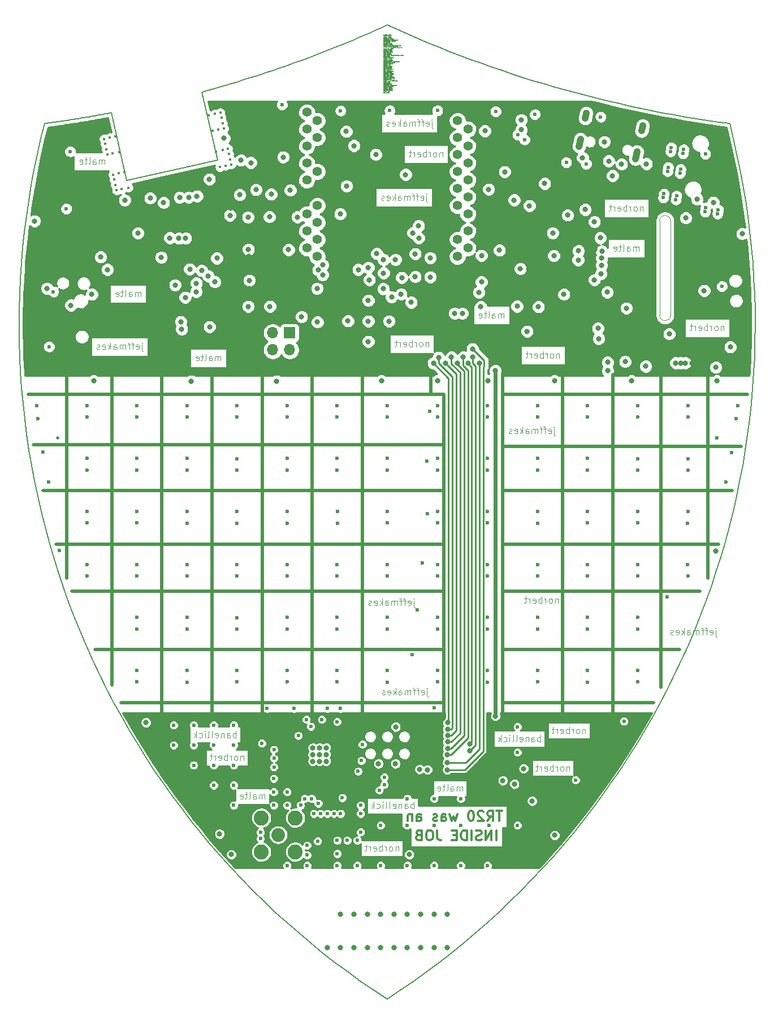
<source format=gbr>
%TF.GenerationSoftware,KiCad,Pcbnew,5.99.0-unknown-r17145-8bd2765f*%
%TF.CreationDate,2019-12-26T00:38:17+08:00*%
%TF.ProjectId,r2,72322e6b-6963-4616-945f-706362585858,rev?*%
%TF.SameCoordinates,Original*%
%TF.FileFunction,Copper,L2,Inr*%
%TF.FilePolarity,Positive*%
%FSLAX46Y46*%
G04 Gerber Fmt 4.6, Leading zero omitted, Abs format (unit mm)*
G04 Created by KiCad (PCBNEW 5.99.0-unknown-r17145-8bd2765f) date 2019-12-26 00:38:17*
%MOMM*%
%LPD*%
G04 APERTURE LIST*
%TA.AperFunction,NonConductor*%
%ADD10C,0.100000*%
%TD*%
%TA.AperFunction,NonConductor*%
%ADD11C,0.001000*%
%TD*%
%ADD12C,0.200000*%
%TA.AperFunction,Profile*%
%ADD13C,0.200000*%
%TD*%
%TA.AperFunction,NonConductor*%
%ADD14C,0.300000*%
%TD*%
%TA.AperFunction,Profile*%
%ADD15C,0.100000*%
%TD*%
%TA.AperFunction,ViaPad*%
%ADD16C,0.600000*%
%TD*%
%TA.AperFunction,ViaPad*%
%ADD17C,0.400000*%
%TD*%
%TA.AperFunction,ViaPad*%
%ADD18O,1.700000X1.700000*%
%TD*%
%TA.AperFunction,ViaPad*%
%ADD19R,1.700000X1.700000*%
%TD*%
%TA.AperFunction,ViaPad*%
%ADD20C,2.250000*%
%TD*%
%TA.AperFunction,ViaPad*%
%ADD21C,2.050000*%
%TD*%
%TA.AperFunction,ViaPad*%
%ADD22C,0.800000*%
%TD*%
%TA.AperFunction,ViaPad*%
%ADD23C,1.400000*%
%TD*%
%TA.AperFunction,ViaPad*%
%ADD24C,1.000000*%
%TD*%
%TA.AperFunction,ViaPad*%
%ADD25C,0.500000*%
%TD*%
%TA.AperFunction,Conductor*%
%ADD26C,0.250000*%
%TD*%
%TA.AperFunction,Conductor*%
%ADD27C,0.600000*%
%TD*%
%TA.AperFunction,Conductor*%
%ADD28C,0.500000*%
%TD*%
%TA.AperFunction,Conductor*%
%ADD29C,0.300000*%
%TD*%
G04 APERTURE END LIST*
D10*
X3942857Y28547619D02*
X3942857Y29547619D01*
X3942857Y29166666D02*
X3847619Y29214285D01*
X3657142Y29214285D01*
X3561904Y29166666D01*
X3514285Y29119047D01*
X3466666Y29023809D01*
X3466666Y28738095D01*
X3514285Y28642857D01*
X3561904Y28595238D01*
X3657142Y28547619D01*
X3847619Y28547619D01*
X3942857Y28595238D01*
X2609523Y28547619D02*
X2609523Y29071428D01*
X2657142Y29166666D01*
X2752380Y29214285D01*
X2942857Y29214285D01*
X3038095Y29166666D01*
X2609523Y28595238D02*
X2704761Y28547619D01*
X2942857Y28547619D01*
X3038095Y28595238D01*
X3085714Y28690476D01*
X3085714Y28785714D01*
X3038095Y28880952D01*
X2942857Y28928571D01*
X2704761Y28928571D01*
X2609523Y28976190D01*
X2133333Y29214285D02*
X2133333Y28547619D01*
X2133333Y29119047D02*
X2085714Y29166666D01*
X1990476Y29214285D01*
X1847619Y29214285D01*
X1752380Y29166666D01*
X1704761Y29071428D01*
X1704761Y28547619D01*
X847619Y28595238D02*
X942857Y28547619D01*
X1133333Y28547619D01*
X1228571Y28595238D01*
X1276190Y28690476D01*
X1276190Y29071428D01*
X1228571Y29166666D01*
X1133333Y29214285D01*
X942857Y29214285D01*
X847619Y29166666D01*
X799999Y29071428D01*
X799999Y28976190D01*
X1276190Y28880952D01*
X228571Y28547619D02*
X323809Y28595238D01*
X371428Y28690476D01*
X371428Y29547619D01*
X-295238Y28547619D02*
X-200000Y28595238D01*
X-152380Y28690476D01*
X-152380Y29547619D01*
X-676190Y28547619D02*
X-676190Y29214285D01*
X-676190Y29547619D02*
X-628571Y29500000D01*
X-676190Y29452380D01*
X-723809Y29500000D01*
X-676190Y29547619D01*
X-676190Y29452380D01*
X-1580952Y28595238D02*
X-1485714Y28547619D01*
X-1295238Y28547619D01*
X-1200000Y28595238D01*
X-1152380Y28642857D01*
X-1104761Y28738095D01*
X-1104761Y29023809D01*
X-1152380Y29119047D01*
X-1200000Y29166666D01*
X-1295238Y29214285D01*
X-1485714Y29214285D01*
X-1580952Y29166666D01*
X-2009523Y28547619D02*
X-2009523Y29547619D01*
X-2104761Y28928571D02*
X-2390476Y28547619D01*
X-2390476Y29214285D02*
X-2009523Y28833333D01*
X-22657142Y39147619D02*
X-22657142Y40147619D01*
X-22657142Y39766666D02*
X-22752380Y39814285D01*
X-22942857Y39814285D01*
X-23038095Y39766666D01*
X-23085714Y39719047D01*
X-23133333Y39623809D01*
X-23133333Y39338095D01*
X-23085714Y39242857D01*
X-23038095Y39195238D01*
X-22942857Y39147619D01*
X-22752380Y39147619D01*
X-22657142Y39195238D01*
X-23990476Y39147619D02*
X-23990476Y39671428D01*
X-23942857Y39766666D01*
X-23847619Y39814285D01*
X-23657142Y39814285D01*
X-23561904Y39766666D01*
X-23990476Y39195238D02*
X-23895238Y39147619D01*
X-23657142Y39147619D01*
X-23561904Y39195238D01*
X-23514285Y39290476D01*
X-23514285Y39385714D01*
X-23561904Y39480952D01*
X-23657142Y39528571D01*
X-23895238Y39528571D01*
X-23990476Y39576190D01*
X-24466666Y39814285D02*
X-24466666Y39147619D01*
X-24466666Y39719047D02*
X-24514285Y39766666D01*
X-24609523Y39814285D01*
X-24752380Y39814285D01*
X-24847619Y39766666D01*
X-24895238Y39671428D01*
X-24895238Y39147619D01*
X-25752380Y39195238D02*
X-25657142Y39147619D01*
X-25466666Y39147619D01*
X-25371428Y39195238D01*
X-25323809Y39290476D01*
X-25323809Y39671428D01*
X-25371428Y39766666D01*
X-25466666Y39814285D01*
X-25657142Y39814285D01*
X-25752380Y39766666D01*
X-25800000Y39671428D01*
X-25800000Y39576190D01*
X-25323809Y39480952D01*
X-26371428Y39147619D02*
X-26276190Y39195238D01*
X-26228571Y39290476D01*
X-26228571Y40147619D01*
X-26895238Y39147619D02*
X-26800000Y39195238D01*
X-26752380Y39290476D01*
X-26752380Y40147619D01*
X-27276190Y39147619D02*
X-27276190Y39814285D01*
X-27276190Y40147619D02*
X-27228571Y40100000D01*
X-27276190Y40052380D01*
X-27323809Y40100000D01*
X-27276190Y40147619D01*
X-27276190Y40052380D01*
X-28180952Y39195238D02*
X-28085714Y39147619D01*
X-27895238Y39147619D01*
X-27800000Y39195238D01*
X-27752380Y39242857D01*
X-27704761Y39338095D01*
X-27704761Y39623809D01*
X-27752380Y39719047D01*
X-27800000Y39766666D01*
X-27895238Y39814285D01*
X-28085714Y39814285D01*
X-28180952Y39766666D01*
X-28609523Y39147619D02*
X-28609523Y40147619D01*
X-28704761Y39528571D02*
X-28990476Y39147619D01*
X-28990476Y39814285D02*
X-28609523Y39433333D01*
X22942857Y38547619D02*
X22942857Y39547619D01*
X22942857Y39166666D02*
X22847619Y39214285D01*
X22657142Y39214285D01*
X22561904Y39166666D01*
X22514285Y39119047D01*
X22466666Y39023809D01*
X22466666Y38738095D01*
X22514285Y38642857D01*
X22561904Y38595238D01*
X22657142Y38547619D01*
X22847619Y38547619D01*
X22942857Y38595238D01*
X21609523Y38547619D02*
X21609523Y39071428D01*
X21657142Y39166666D01*
X21752380Y39214285D01*
X21942857Y39214285D01*
X22038095Y39166666D01*
X21609523Y38595238D02*
X21704761Y38547619D01*
X21942857Y38547619D01*
X22038095Y38595238D01*
X22085714Y38690476D01*
X22085714Y38785714D01*
X22038095Y38880952D01*
X21942857Y38928571D01*
X21704761Y38928571D01*
X21609523Y38976190D01*
X21133333Y39214285D02*
X21133333Y38547619D01*
X21133333Y39119047D02*
X21085714Y39166666D01*
X20990476Y39214285D01*
X20847619Y39214285D01*
X20752380Y39166666D01*
X20704761Y39071428D01*
X20704761Y38547619D01*
X19847619Y38595238D02*
X19942857Y38547619D01*
X20133333Y38547619D01*
X20228571Y38595238D01*
X20276190Y38690476D01*
X20276190Y39071428D01*
X20228571Y39166666D01*
X20133333Y39214285D01*
X19942857Y39214285D01*
X19847619Y39166666D01*
X19800000Y39071428D01*
X19800000Y38976190D01*
X20276190Y38880952D01*
X19228571Y38547619D02*
X19323809Y38595238D01*
X19371428Y38690476D01*
X19371428Y39547619D01*
X18704761Y38547619D02*
X18800000Y38595238D01*
X18847619Y38690476D01*
X18847619Y39547619D01*
X18323809Y38547619D02*
X18323809Y39214285D01*
X18323809Y39547619D02*
X18371428Y39500000D01*
X18323809Y39452380D01*
X18276190Y39500000D01*
X18323809Y39547619D01*
X18323809Y39452380D01*
X17419047Y38595238D02*
X17514285Y38547619D01*
X17704761Y38547619D01*
X17800000Y38595238D01*
X17847619Y38642857D01*
X17895238Y38738095D01*
X17895238Y39023809D01*
X17847619Y39119047D01*
X17800000Y39166666D01*
X17704761Y39214285D01*
X17514285Y39214285D01*
X17419047Y39166666D01*
X16990476Y38547619D02*
X16990476Y39547619D01*
X16895238Y38928571D02*
X16609523Y38547619D01*
X16609523Y39214285D02*
X16990476Y38833333D01*
X11257142Y31147619D02*
X11257142Y31814285D01*
X11257142Y31719047D02*
X11209523Y31766666D01*
X11114285Y31814285D01*
X10971428Y31814285D01*
X10876190Y31766666D01*
X10828571Y31671428D01*
X10828571Y31147619D01*
X10828571Y31671428D02*
X10780952Y31766666D01*
X10685714Y31814285D01*
X10542857Y31814285D01*
X10447619Y31766666D01*
X10400000Y31671428D01*
X10400000Y31147619D01*
X9495238Y31147619D02*
X9495238Y31671428D01*
X9542857Y31766666D01*
X9638095Y31814285D01*
X9828571Y31814285D01*
X9923809Y31766666D01*
X9495238Y31195238D02*
X9590476Y31147619D01*
X9828571Y31147619D01*
X9923809Y31195238D01*
X9971428Y31290476D01*
X9971428Y31385714D01*
X9923809Y31480952D01*
X9828571Y31528571D01*
X9590476Y31528571D01*
X9495238Y31576190D01*
X8876190Y31147619D02*
X8971428Y31195238D01*
X9019047Y31290476D01*
X9019047Y32147619D01*
X8638095Y31814285D02*
X8257142Y31814285D01*
X8495238Y32147619D02*
X8495238Y31290476D01*
X8447619Y31195238D01*
X8352380Y31147619D01*
X8257142Y31147619D01*
X7542857Y31195238D02*
X7638095Y31147619D01*
X7828571Y31147619D01*
X7923809Y31195238D01*
X7971428Y31290476D01*
X7971428Y31671428D01*
X7923809Y31766666D01*
X7828571Y31814285D01*
X7638095Y31814285D01*
X7542857Y31766666D01*
X7495238Y31671428D01*
X7495238Y31576190D01*
X7971428Y31480952D01*
X-18342857Y29947619D02*
X-18342857Y30614285D01*
X-18342857Y30519047D02*
X-18390476Y30566666D01*
X-18485714Y30614285D01*
X-18628571Y30614285D01*
X-18723809Y30566666D01*
X-18771428Y30471428D01*
X-18771428Y29947619D01*
X-18771428Y30471428D02*
X-18819047Y30566666D01*
X-18914285Y30614285D01*
X-19057142Y30614285D01*
X-19152380Y30566666D01*
X-19200000Y30471428D01*
X-19200000Y29947619D01*
X-20104761Y29947619D02*
X-20104761Y30471428D01*
X-20057142Y30566666D01*
X-19961904Y30614285D01*
X-19771428Y30614285D01*
X-19676190Y30566666D01*
X-20104761Y29995238D02*
X-20009523Y29947619D01*
X-19771428Y29947619D01*
X-19676190Y29995238D01*
X-19628571Y30090476D01*
X-19628571Y30185714D01*
X-19676190Y30280952D01*
X-19771428Y30328571D01*
X-20009523Y30328571D01*
X-20104761Y30376190D01*
X-20723809Y29947619D02*
X-20628571Y29995238D01*
X-20580952Y30090476D01*
X-20580952Y30947619D01*
X-20961904Y30614285D02*
X-21342857Y30614285D01*
X-21104761Y30947619D02*
X-21104761Y30090476D01*
X-21152380Y29995238D01*
X-21247619Y29947619D01*
X-21342857Y29947619D01*
X-22057142Y29995238D02*
X-21961904Y29947619D01*
X-21771428Y29947619D01*
X-21676190Y29995238D01*
X-21628571Y30090476D01*
X-21628571Y30471428D01*
X-21676190Y30566666D01*
X-21771428Y30614285D01*
X-21961904Y30614285D01*
X-22057142Y30566666D01*
X-22104761Y30471428D01*
X-22104761Y30376190D01*
X-21628571Y30280952D01*
X-42342857Y124947619D02*
X-42342857Y125614285D01*
X-42342857Y125519047D02*
X-42390476Y125566666D01*
X-42485714Y125614285D01*
X-42628571Y125614285D01*
X-42723809Y125566666D01*
X-42771428Y125471428D01*
X-42771428Y124947619D01*
X-42771428Y125471428D02*
X-42819047Y125566666D01*
X-42914285Y125614285D01*
X-43057142Y125614285D01*
X-43152380Y125566666D01*
X-43200000Y125471428D01*
X-43200000Y124947619D01*
X-44104761Y124947619D02*
X-44104761Y125471428D01*
X-44057142Y125566666D01*
X-43961904Y125614285D01*
X-43771428Y125614285D01*
X-43676190Y125566666D01*
X-44104761Y124995238D02*
X-44009523Y124947619D01*
X-43771428Y124947619D01*
X-43676190Y124995238D01*
X-43628571Y125090476D01*
X-43628571Y125185714D01*
X-43676190Y125280952D01*
X-43771428Y125328571D01*
X-44009523Y125328571D01*
X-44104761Y125376190D01*
X-44723809Y124947619D02*
X-44628571Y124995238D01*
X-44580952Y125090476D01*
X-44580952Y125947619D01*
X-44961904Y125614285D02*
X-45342857Y125614285D01*
X-45104761Y125947619D02*
X-45104761Y125090476D01*
X-45152380Y124995238D01*
X-45247619Y124947619D01*
X-45342857Y124947619D01*
X-46057142Y124995238D02*
X-45961904Y124947619D01*
X-45771428Y124947619D01*
X-45676190Y124995238D01*
X-45628571Y125090476D01*
X-45628571Y125471428D01*
X-45676190Y125566666D01*
X-45771428Y125614285D01*
X-45961904Y125614285D01*
X-46057142Y125566666D01*
X-46104761Y125471428D01*
X-46104761Y125376190D01*
X-45628571Y125280952D01*
X-36942857Y105147619D02*
X-36942857Y105814285D01*
X-36942857Y105719047D02*
X-36990476Y105766666D01*
X-37085714Y105814285D01*
X-37228571Y105814285D01*
X-37323809Y105766666D01*
X-37371428Y105671428D01*
X-37371428Y105147619D01*
X-37371428Y105671428D02*
X-37419047Y105766666D01*
X-37514285Y105814285D01*
X-37657142Y105814285D01*
X-37752380Y105766666D01*
X-37800000Y105671428D01*
X-37800000Y105147619D01*
X-38704761Y105147619D02*
X-38704761Y105671428D01*
X-38657142Y105766666D01*
X-38561904Y105814285D01*
X-38371428Y105814285D01*
X-38276190Y105766666D01*
X-38704761Y105195238D02*
X-38609523Y105147619D01*
X-38371428Y105147619D01*
X-38276190Y105195238D01*
X-38228571Y105290476D01*
X-38228571Y105385714D01*
X-38276190Y105480952D01*
X-38371428Y105528571D01*
X-38609523Y105528571D01*
X-38704761Y105576190D01*
X-39323809Y105147619D02*
X-39228571Y105195238D01*
X-39180952Y105290476D01*
X-39180952Y106147619D01*
X-39561904Y105814285D02*
X-39942857Y105814285D01*
X-39704761Y106147619D02*
X-39704761Y105290476D01*
X-39752380Y105195238D01*
X-39847619Y105147619D01*
X-39942857Y105147619D01*
X-40657142Y105195238D02*
X-40561904Y105147619D01*
X-40371428Y105147619D01*
X-40276190Y105195238D01*
X-40228571Y105290476D01*
X-40228571Y105671428D01*
X-40276190Y105766666D01*
X-40371428Y105814285D01*
X-40561904Y105814285D01*
X-40657142Y105766666D01*
X-40704761Y105671428D01*
X-40704761Y105576190D01*
X-40228571Y105480952D01*
X17457142Y101947619D02*
X17457142Y102614285D01*
X17457142Y102519047D02*
X17409523Y102566666D01*
X17314285Y102614285D01*
X17171428Y102614285D01*
X17076190Y102566666D01*
X17028571Y102471428D01*
X17028571Y101947619D01*
X17028571Y102471428D02*
X16980952Y102566666D01*
X16885714Y102614285D01*
X16742857Y102614285D01*
X16647619Y102566666D01*
X16600000Y102471428D01*
X16600000Y101947619D01*
X15695238Y101947619D02*
X15695238Y102471428D01*
X15742857Y102566666D01*
X15838095Y102614285D01*
X16028571Y102614285D01*
X16123809Y102566666D01*
X15695238Y101995238D02*
X15790476Y101947619D01*
X16028571Y101947619D01*
X16123809Y101995238D01*
X16171428Y102090476D01*
X16171428Y102185714D01*
X16123809Y102280952D01*
X16028571Y102328571D01*
X15790476Y102328571D01*
X15695238Y102376190D01*
X15076190Y101947619D02*
X15171428Y101995238D01*
X15219047Y102090476D01*
X15219047Y102947619D01*
X14838095Y102614285D02*
X14457142Y102614285D01*
X14695238Y102947619D02*
X14695238Y102090476D01*
X14647619Y101995238D01*
X14552380Y101947619D01*
X14457142Y101947619D01*
X13742857Y101995238D02*
X13838095Y101947619D01*
X14028571Y101947619D01*
X14123809Y101995238D01*
X14171428Y102090476D01*
X14171428Y102471428D01*
X14123809Y102566666D01*
X14028571Y102614285D01*
X13838095Y102614285D01*
X13742857Y102566666D01*
X13695238Y102471428D01*
X13695238Y102376190D01*
X14171428Y102280952D01*
X37657142Y111947619D02*
X37657142Y112614285D01*
X37657142Y112519047D02*
X37609523Y112566666D01*
X37514285Y112614285D01*
X37371428Y112614285D01*
X37276190Y112566666D01*
X37228571Y112471428D01*
X37228571Y111947619D01*
X37228571Y112471428D02*
X37180952Y112566666D01*
X37085714Y112614285D01*
X36942857Y112614285D01*
X36847619Y112566666D01*
X36800000Y112471428D01*
X36800000Y111947619D01*
X35895238Y111947619D02*
X35895238Y112471428D01*
X35942857Y112566666D01*
X36038095Y112614285D01*
X36228571Y112614285D01*
X36323809Y112566666D01*
X35895238Y111995238D02*
X35990476Y111947619D01*
X36228571Y111947619D01*
X36323809Y111995238D01*
X36371428Y112090476D01*
X36371428Y112185714D01*
X36323809Y112280952D01*
X36228571Y112328571D01*
X35990476Y112328571D01*
X35895238Y112376190D01*
X35276190Y111947619D02*
X35371428Y111995238D01*
X35419047Y112090476D01*
X35419047Y112947619D01*
X35038095Y112614285D02*
X34657142Y112614285D01*
X34895238Y112947619D02*
X34895238Y112090476D01*
X34847619Y111995238D01*
X34752380Y111947619D01*
X34657142Y111947619D01*
X33942857Y111995238D02*
X34038095Y111947619D01*
X34228571Y111947619D01*
X34323809Y111995238D01*
X34371428Y112090476D01*
X34371428Y112471428D01*
X34323809Y112566666D01*
X34228571Y112614285D01*
X34038095Y112614285D01*
X33942857Y112566666D01*
X33895238Y112471428D01*
X33895238Y112376190D01*
X34371428Y112280952D01*
X-24942857Y95547619D02*
X-24942857Y96214285D01*
X-24942857Y96119047D02*
X-24990476Y96166666D01*
X-25085714Y96214285D01*
X-25228571Y96214285D01*
X-25323809Y96166666D01*
X-25371428Y96071428D01*
X-25371428Y95547619D01*
X-25371428Y96071428D02*
X-25419047Y96166666D01*
X-25514285Y96214285D01*
X-25657142Y96214285D01*
X-25752380Y96166666D01*
X-25800000Y96071428D01*
X-25800000Y95547619D01*
X-26704761Y95547619D02*
X-26704761Y96071428D01*
X-26657142Y96166666D01*
X-26561904Y96214285D01*
X-26371428Y96214285D01*
X-26276190Y96166666D01*
X-26704761Y95595238D02*
X-26609523Y95547619D01*
X-26371428Y95547619D01*
X-26276190Y95595238D01*
X-26228571Y95690476D01*
X-26228571Y95785714D01*
X-26276190Y95880952D01*
X-26371428Y95928571D01*
X-26609523Y95928571D01*
X-26704761Y95976190D01*
X-27323809Y95547619D02*
X-27228571Y95595238D01*
X-27180952Y95690476D01*
X-27180952Y96547619D01*
X-27561904Y96214285D02*
X-27942857Y96214285D01*
X-27704761Y96547619D02*
X-27704761Y95690476D01*
X-27752380Y95595238D01*
X-27847619Y95547619D01*
X-27942857Y95547619D01*
X-28657142Y95595238D02*
X-28561904Y95547619D01*
X-28371428Y95547619D01*
X-28276190Y95595238D01*
X-28228571Y95690476D01*
X-28228571Y96071428D01*
X-28276190Y96166666D01*
X-28371428Y96214285D01*
X-28561904Y96214285D01*
X-28657142Y96166666D01*
X-28704761Y96071428D01*
X-28704761Y95976190D01*
X-28228571Y95880952D01*
D11*
X-580302Y144306523D02*
X-570778Y144301761D01*
X-551730Y144301761D01*
X-542207Y144306523D01*
X-537445Y144316047D01*
X-537445Y144320809D01*
X-542207Y144330333D01*
X-551730Y144335095D01*
X-566016Y144335095D01*
X-575540Y144339857D01*
X-580302Y144349380D01*
X-580302Y144354142D01*
X-575540Y144363666D01*
X-566016Y144368428D01*
X-551730Y144368428D01*
X-542207Y144363666D01*
X-480302Y144301761D02*
X-489826Y144306523D01*
X-494588Y144311285D01*
X-499350Y144320809D01*
X-499350Y144349380D01*
X-494588Y144358904D01*
X-489826Y144363666D01*
X-480302Y144368428D01*
X-466016Y144368428D01*
X-456492Y144363666D01*
X-451730Y144358904D01*
X-446969Y144349380D01*
X-446969Y144320809D01*
X-451730Y144311285D01*
X-456492Y144306523D01*
X-466016Y144301761D01*
X-480302Y144301761D01*
X-361254Y144368428D02*
X-361254Y144301761D01*
X-404111Y144368428D02*
X-404111Y144316047D01*
X-399350Y144306523D01*
X-389826Y144301761D01*
X-375540Y144301761D01*
X-366016Y144306523D01*
X-361254Y144311285D01*
X-313635Y144301761D02*
X-313635Y144368428D01*
X-313635Y144349380D02*
X-308873Y144358904D01*
X-304111Y144363666D01*
X-294588Y144368428D01*
X-285064Y144368428D01*
X-208873Y144306523D02*
X-218397Y144301761D01*
X-237445Y144301761D01*
X-246969Y144306523D01*
X-251730Y144311285D01*
X-256492Y144320809D01*
X-256492Y144349380D01*
X-251730Y144358904D01*
X-246969Y144363666D01*
X-237445Y144368428D01*
X-218397Y144368428D01*
X-208873Y144363666D01*
X-166016Y144301761D02*
X-166016Y144368428D01*
X-166016Y144401761D02*
X-170778Y144397000D01*
X-166016Y144392238D01*
X-161254Y144397000D01*
X-166016Y144401761D01*
X-166016Y144392238D01*
X-118397Y144368428D02*
X-118397Y144301761D01*
X-118397Y144358904D02*
X-113635Y144363666D01*
X-104111Y144368428D01*
X-89826Y144368428D01*
X-80302Y144363666D01*
X-75540Y144354142D01*
X-75540Y144301761D01*
X14935Y144368428D02*
X14935Y144287476D01*
X10173Y144277952D01*
X5411Y144273190D01*
X-4111Y144268428D01*
X-18397Y144268428D01*
X-27921Y144273190D01*
X14935Y144306523D02*
X5411Y144301761D01*
X-13635Y144301761D01*
X-23159Y144306523D01*
X-27921Y144311285D01*
X-32683Y144320809D01*
X-32683Y144349380D01*
X-27921Y144358904D01*
X-23159Y144363666D01*
X-13635Y144368428D01*
X5411Y144368428D01*
X14935Y144363666D01*
X138745Y144311285D02*
X143507Y144306523D01*
X138745Y144301761D01*
X133983Y144306523D01*
X138745Y144311285D01*
X138745Y144301761D01*
X138745Y144363666D02*
X143507Y144358904D01*
X138745Y144354142D01*
X133983Y144358904D01*
X138745Y144363666D01*
X138745Y144354142D01*
X262554Y144368428D02*
X262554Y144301761D01*
X262554Y144358904D02*
X267316Y144363666D01*
X276840Y144368428D01*
X291126Y144368428D01*
X300649Y144363666D01*
X305411Y144354142D01*
X305411Y144301761D01*
X353030Y144301761D02*
X353030Y144368428D01*
X353030Y144401761D02*
X348269Y144397000D01*
X353030Y144392238D01*
X357792Y144397000D01*
X353030Y144401761D01*
X353030Y144392238D01*
X443507Y144306523D02*
X433983Y144301761D01*
X414935Y144301761D01*
X405411Y144306523D01*
X400649Y144311285D01*
X395888Y144320809D01*
X395888Y144349380D01*
X400649Y144358904D01*
X405411Y144363666D01*
X414935Y144368428D01*
X433983Y144368428D01*
X443507Y144363666D01*
X486364Y144301761D02*
X486364Y144401761D01*
X495888Y144339857D02*
X524459Y144301761D01*
X524459Y144368428D02*
X486364Y144330333D01*
X-532683Y144145523D02*
X-542207Y144140761D01*
X-561254Y144140761D01*
X-570778Y144145523D01*
X-575540Y144150285D01*
X-580302Y144159809D01*
X-580302Y144188380D01*
X-575540Y144197904D01*
X-570778Y144202666D01*
X-561254Y144207428D01*
X-542207Y144207428D01*
X-532683Y144202666D01*
X-475540Y144140761D02*
X-485064Y144145523D01*
X-489826Y144150285D01*
X-494588Y144159809D01*
X-494588Y144188380D01*
X-489826Y144197904D01*
X-485064Y144202666D01*
X-475540Y144207428D01*
X-461254Y144207428D01*
X-451730Y144202666D01*
X-446969Y144197904D01*
X-442207Y144188380D01*
X-442207Y144159809D01*
X-446969Y144150285D01*
X-451730Y144145523D01*
X-461254Y144140761D01*
X-475540Y144140761D01*
X-399350Y144140761D02*
X-399350Y144207428D01*
X-399350Y144197904D02*
X-394588Y144202666D01*
X-385064Y144207428D01*
X-370778Y144207428D01*
X-361254Y144202666D01*
X-356492Y144193142D01*
X-356492Y144140761D01*
X-356492Y144193142D02*
X-351730Y144202666D01*
X-342207Y144207428D01*
X-327921Y144207428D01*
X-318397Y144202666D01*
X-313635Y144193142D01*
X-313635Y144140761D01*
X-266016Y144207428D02*
X-266016Y144107428D01*
X-266016Y144202666D02*
X-256492Y144207428D01*
X-237445Y144207428D01*
X-227921Y144202666D01*
X-223159Y144197904D01*
X-218397Y144188380D01*
X-218397Y144159809D01*
X-223159Y144150285D01*
X-227921Y144145523D01*
X-237445Y144140761D01*
X-256492Y144140761D01*
X-266016Y144145523D01*
X-161254Y144140761D02*
X-170778Y144145523D01*
X-175540Y144155047D01*
X-175540Y144240761D01*
X-85064Y144145523D02*
X-94588Y144140761D01*
X-113635Y144140761D01*
X-123159Y144145523D01*
X-127921Y144155047D01*
X-127921Y144193142D01*
X-123159Y144202666D01*
X-113635Y144207428D01*
X-94588Y144207428D01*
X-85064Y144202666D01*
X-80302Y144193142D01*
X-80302Y144183619D01*
X-127921Y144174095D01*
X-51730Y144207428D02*
X-13635Y144207428D01*
X-37445Y144240761D02*
X-37445Y144155047D01*
X-32683Y144145523D01*
X-23159Y144140761D01*
X-13635Y144140761D01*
X19697Y144140761D02*
X19697Y144207428D01*
X19697Y144240761D02*
X14935Y144236000D01*
X19697Y144231238D01*
X24459Y144236000D01*
X19697Y144240761D01*
X19697Y144231238D01*
X81602Y144140761D02*
X72078Y144145523D01*
X67316Y144150285D01*
X62554Y144159809D01*
X62554Y144188380D01*
X67316Y144197904D01*
X72078Y144202666D01*
X81602Y144207428D01*
X95888Y144207428D01*
X105411Y144202666D01*
X110173Y144197904D01*
X114935Y144188380D01*
X114935Y144159809D01*
X110173Y144150285D01*
X105411Y144145523D01*
X95888Y144140761D01*
X81602Y144140761D01*
X157792Y144207428D02*
X157792Y144140761D01*
X157792Y144197904D02*
X162554Y144202666D01*
X172078Y144207428D01*
X186364Y144207428D01*
X195888Y144202666D01*
X200649Y144193142D01*
X200649Y144140761D01*
X324459Y144150285D02*
X329221Y144145523D01*
X324459Y144140761D01*
X319697Y144145523D01*
X324459Y144150285D01*
X324459Y144140761D01*
X324459Y144202666D02*
X329221Y144197904D01*
X324459Y144193142D01*
X319697Y144197904D01*
X324459Y144202666D01*
X324459Y144193142D01*
X448269Y144207428D02*
X448269Y144140761D01*
X448269Y144197904D02*
X453030Y144202666D01*
X462554Y144207428D01*
X476840Y144207428D01*
X486364Y144202666D01*
X491126Y144193142D01*
X491126Y144140761D01*
X581602Y144140761D02*
X581602Y144193142D01*
X576840Y144202666D01*
X567316Y144207428D01*
X548269Y144207428D01*
X538745Y144202666D01*
X581602Y144145523D02*
X572078Y144140761D01*
X548269Y144140761D01*
X538745Y144145523D01*
X533983Y144155047D01*
X533983Y144164571D01*
X538745Y144174095D01*
X548269Y144178857D01*
X572078Y144178857D01*
X581602Y144183619D01*
X-561254Y143979761D02*
X-570778Y143984523D01*
X-575540Y143989285D01*
X-580302Y143998809D01*
X-580302Y144027380D01*
X-575540Y144036904D01*
X-570778Y144041666D01*
X-561254Y144046428D01*
X-546969Y144046428D01*
X-537445Y144041666D01*
X-532683Y144036904D01*
X-527921Y144027380D01*
X-527921Y143998809D01*
X-532683Y143989285D01*
X-537445Y143984523D01*
X-546969Y143979761D01*
X-561254Y143979761D01*
X-485064Y143979761D02*
X-485064Y144046428D01*
X-485064Y144027380D02*
X-480302Y144036904D01*
X-475540Y144041666D01*
X-466016Y144046428D01*
X-456492Y144046428D01*
X-423159Y143979761D02*
X-423159Y144046428D01*
X-423159Y144079761D02*
X-427921Y144075000D01*
X-423159Y144070238D01*
X-418397Y144075000D01*
X-423159Y144079761D01*
X-423159Y144070238D01*
X-332683Y144046428D02*
X-332683Y143965476D01*
X-337445Y143955952D01*
X-342207Y143951190D01*
X-351730Y143946428D01*
X-366016Y143946428D01*
X-375540Y143951190D01*
X-332683Y143984523D02*
X-342207Y143979761D01*
X-361254Y143979761D01*
X-370778Y143984523D01*
X-375540Y143989285D01*
X-380302Y143998809D01*
X-380302Y144027380D01*
X-375540Y144036904D01*
X-370778Y144041666D01*
X-361254Y144046428D01*
X-342207Y144046428D01*
X-332683Y144041666D01*
X-285064Y143979761D02*
X-285064Y144046428D01*
X-285064Y144079761D02*
X-289826Y144075000D01*
X-285064Y144070238D01*
X-280302Y144075000D01*
X-285064Y144079761D01*
X-285064Y144070238D01*
X-237445Y144046428D02*
X-237445Y143979761D01*
X-237445Y144036904D02*
X-232683Y144041666D01*
X-223159Y144046428D01*
X-208873Y144046428D01*
X-199350Y144041666D01*
X-194588Y144032142D01*
X-194588Y143979761D01*
X-70778Y143989285D02*
X-66016Y143984523D01*
X-70778Y143979761D01*
X-75540Y143984523D01*
X-70778Y143989285D01*
X-70778Y143979761D01*
X-70778Y144041666D02*
X-66016Y144036904D01*
X-70778Y144032142D01*
X-75540Y144036904D01*
X-70778Y144041666D01*
X-70778Y144032142D01*
X95888Y143984523D02*
X86364Y143979761D01*
X67316Y143979761D01*
X57792Y143984523D01*
X53030Y143989285D01*
X48269Y143998809D01*
X48269Y144027380D01*
X53030Y144036904D01*
X57792Y144041666D01*
X67316Y144046428D01*
X86364Y144046428D01*
X95888Y144041666D01*
X138745Y143979761D02*
X138745Y144046428D01*
X138745Y144027380D02*
X143507Y144036904D01*
X148269Y144041666D01*
X157792Y144046428D01*
X167316Y144046428D01*
X200649Y143979761D02*
X200649Y144046428D01*
X200649Y144079761D02*
X195888Y144075000D01*
X200649Y144070238D01*
X205411Y144075000D01*
X200649Y144079761D01*
X200649Y144070238D01*
X233983Y144046428D02*
X272078Y144046428D01*
X248269Y144079761D02*
X248269Y143994047D01*
X253030Y143984523D01*
X262554Y143979761D01*
X272078Y143979761D01*
X305411Y143979761D02*
X305411Y144046428D01*
X305411Y144079761D02*
X300649Y144075000D01*
X305411Y144070238D01*
X310173Y144075000D01*
X305411Y144079761D01*
X305411Y144070238D01*
X395888Y143984523D02*
X386364Y143979761D01*
X367316Y143979761D01*
X357792Y143984523D01*
X353030Y143989285D01*
X348269Y143998809D01*
X348269Y144027380D01*
X353030Y144036904D01*
X357792Y144041666D01*
X367316Y144046428D01*
X386364Y144046428D01*
X395888Y144041666D01*
X481602Y143979761D02*
X481602Y144032142D01*
X476840Y144041666D01*
X467316Y144046428D01*
X448269Y144046428D01*
X438745Y144041666D01*
X481602Y143984523D02*
X472078Y143979761D01*
X448269Y143979761D01*
X438745Y143984523D01*
X433983Y143994047D01*
X433983Y144003571D01*
X438745Y144013095D01*
X448269Y144017857D01*
X472078Y144017857D01*
X481602Y144022619D01*
X543507Y143979761D02*
X533983Y143984523D01*
X529221Y143994047D01*
X529221Y144079761D01*
X-589826Y143885428D02*
X-551730Y143885428D01*
X-575540Y143918761D02*
X-575540Y143833047D01*
X-570778Y143823523D01*
X-561254Y143818761D01*
X-551730Y143818761D01*
X-504111Y143818761D02*
X-513635Y143823523D01*
X-518397Y143828285D01*
X-523159Y143837809D01*
X-523159Y143866380D01*
X-518397Y143875904D01*
X-513635Y143880666D01*
X-504111Y143885428D01*
X-489826Y143885428D01*
X-480302Y143880666D01*
X-475540Y143875904D01*
X-470778Y143866380D01*
X-470778Y143837809D01*
X-475540Y143828285D01*
X-480302Y143823523D01*
X-489826Y143818761D01*
X-504111Y143818761D01*
X-413635Y143818761D02*
X-423159Y143823523D01*
X-427921Y143828285D01*
X-432683Y143837809D01*
X-432683Y143866380D01*
X-427921Y143875904D01*
X-423159Y143880666D01*
X-413635Y143885428D01*
X-399350Y143885428D01*
X-389826Y143880666D01*
X-385064Y143875904D01*
X-380302Y143866380D01*
X-380302Y143837809D01*
X-385064Y143828285D01*
X-389826Y143823523D01*
X-399350Y143818761D01*
X-413635Y143818761D01*
X-323159Y143818761D02*
X-332683Y143823523D01*
X-337445Y143833047D01*
X-337445Y143918761D01*
X-285064Y143818761D02*
X-285064Y143885428D01*
X-285064Y143918761D02*
X-289826Y143914000D01*
X-285064Y143909238D01*
X-280302Y143914000D01*
X-285064Y143918761D01*
X-285064Y143909238D01*
X-237445Y143885428D02*
X-237445Y143818761D01*
X-237445Y143875904D02*
X-232683Y143880666D01*
X-223159Y143885428D01*
X-208873Y143885428D01*
X-199350Y143880666D01*
X-194588Y143871142D01*
X-194588Y143818761D01*
X-104111Y143885428D02*
X-104111Y143804476D01*
X-108873Y143794952D01*
X-113635Y143790190D01*
X-123159Y143785428D01*
X-137445Y143785428D01*
X-146969Y143790190D01*
X-104111Y143823523D02*
X-113635Y143818761D01*
X-132683Y143818761D01*
X-142207Y143823523D01*
X-146969Y143828285D01*
X-151730Y143837809D01*
X-151730Y143866380D01*
X-146969Y143875904D01*
X-142207Y143880666D01*
X-132683Y143885428D01*
X-113635Y143885428D01*
X-104111Y143880666D01*
X19697Y143828285D02*
X24459Y143823523D01*
X19697Y143818761D01*
X14935Y143823523D01*
X19697Y143828285D01*
X19697Y143818761D01*
X19697Y143880666D02*
X24459Y143875904D01*
X19697Y143871142D01*
X14935Y143875904D01*
X19697Y143880666D01*
X19697Y143871142D01*
X186364Y143823523D02*
X176840Y143818761D01*
X157792Y143818761D01*
X148269Y143823523D01*
X143507Y143828285D01*
X138745Y143837809D01*
X138745Y143866380D01*
X143507Y143875904D01*
X148269Y143880666D01*
X157792Y143885428D01*
X176840Y143885428D01*
X186364Y143880666D01*
X229221Y143818761D02*
X229221Y143885428D01*
X229221Y143866380D02*
X233983Y143875904D01*
X238745Y143880666D01*
X248269Y143885428D01*
X257792Y143885428D01*
X291126Y143818761D02*
X291126Y143885428D01*
X291126Y143918761D02*
X286364Y143914000D01*
X291126Y143909238D01*
X295888Y143914000D01*
X291126Y143918761D01*
X291126Y143909238D01*
X324459Y143885428D02*
X362554Y143885428D01*
X338745Y143918761D02*
X338745Y143833047D01*
X343507Y143823523D01*
X353030Y143818761D01*
X362554Y143818761D01*
X395888Y143818761D02*
X395888Y143885428D01*
X395888Y143918761D02*
X391126Y143914000D01*
X395888Y143909238D01*
X400649Y143914000D01*
X395888Y143918761D01*
X395888Y143909238D01*
X486364Y143823523D02*
X476840Y143818761D01*
X457792Y143818761D01*
X448269Y143823523D01*
X443507Y143828285D01*
X438745Y143837809D01*
X438745Y143866380D01*
X443507Y143875904D01*
X448269Y143880666D01*
X457792Y143885428D01*
X476840Y143885428D01*
X486364Y143880666D01*
X572078Y143818761D02*
X572078Y143871142D01*
X567316Y143880666D01*
X557792Y143885428D01*
X538745Y143885428D01*
X529221Y143880666D01*
X572078Y143823523D02*
X562554Y143818761D01*
X538745Y143818761D01*
X529221Y143823523D01*
X524459Y143833047D01*
X524459Y143842571D01*
X529221Y143852095D01*
X538745Y143856857D01*
X562554Y143856857D01*
X572078Y143861619D01*
X633983Y143818761D02*
X624459Y143823523D01*
X619697Y143833047D01*
X619697Y143918761D01*
X-575540Y143657761D02*
X-575540Y143757761D01*
X-566016Y143695857D02*
X-537445Y143657761D01*
X-537445Y143724428D02*
X-575540Y143686333D01*
X-494588Y143724428D02*
X-494588Y143657761D01*
X-494588Y143714904D02*
X-489826Y143719666D01*
X-480302Y143724428D01*
X-466016Y143724428D01*
X-456492Y143719666D01*
X-451730Y143710142D01*
X-451730Y143657761D01*
X-389826Y143657761D02*
X-399350Y143662523D01*
X-404111Y143667285D01*
X-408873Y143676809D01*
X-408873Y143705380D01*
X-404111Y143714904D01*
X-399350Y143719666D01*
X-389826Y143724428D01*
X-375540Y143724428D01*
X-366016Y143719666D01*
X-361254Y143714904D01*
X-356492Y143705380D01*
X-356492Y143676809D01*
X-361254Y143667285D01*
X-366016Y143662523D01*
X-375540Y143657761D01*
X-389826Y143657761D01*
X-323159Y143724428D02*
X-304111Y143657761D01*
X-285064Y143705380D01*
X-266016Y143657761D01*
X-246969Y143724428D01*
X-194588Y143657761D02*
X-204111Y143662523D01*
X-208873Y143672047D01*
X-208873Y143757761D01*
X-118397Y143662523D02*
X-127921Y143657761D01*
X-146969Y143657761D01*
X-156492Y143662523D01*
X-161254Y143672047D01*
X-161254Y143710142D01*
X-156492Y143719666D01*
X-146969Y143724428D01*
X-127921Y143724428D01*
X-118397Y143719666D01*
X-113635Y143710142D01*
X-113635Y143700619D01*
X-161254Y143691095D01*
X-27921Y143657761D02*
X-27921Y143757761D01*
X-27921Y143662523D02*
X-37445Y143657761D01*
X-56492Y143657761D01*
X-66016Y143662523D01*
X-70778Y143667285D01*
X-75540Y143676809D01*
X-75540Y143705380D01*
X-70778Y143714904D01*
X-66016Y143719666D01*
X-56492Y143724428D01*
X-37445Y143724428D01*
X-27921Y143719666D01*
X62554Y143724428D02*
X62554Y143643476D01*
X57792Y143633952D01*
X53030Y143629190D01*
X43507Y143624428D01*
X29221Y143624428D01*
X19697Y143629190D01*
X62554Y143662523D02*
X53030Y143657761D01*
X33983Y143657761D01*
X24459Y143662523D01*
X19697Y143667285D01*
X14935Y143676809D01*
X14935Y143705380D01*
X19697Y143714904D01*
X24459Y143719666D01*
X33983Y143724428D01*
X53030Y143724428D01*
X62554Y143719666D01*
X148269Y143662523D02*
X138745Y143657761D01*
X119697Y143657761D01*
X110173Y143662523D01*
X105411Y143672047D01*
X105411Y143710142D01*
X110173Y143719666D01*
X119697Y143724428D01*
X138745Y143724428D01*
X148269Y143719666D01*
X153030Y143710142D01*
X153030Y143700619D01*
X105411Y143691095D01*
X272078Y143667285D02*
X276840Y143662523D01*
X272078Y143657761D01*
X267316Y143662523D01*
X272078Y143667285D01*
X272078Y143657761D01*
X272078Y143719666D02*
X276840Y143714904D01*
X272078Y143710142D01*
X267316Y143714904D01*
X272078Y143719666D01*
X272078Y143710142D01*
X438745Y143662523D02*
X429221Y143657761D01*
X410173Y143657761D01*
X400649Y143662523D01*
X395888Y143667285D01*
X391126Y143676809D01*
X391126Y143705380D01*
X395888Y143714904D01*
X400649Y143719666D01*
X410173Y143724428D01*
X429221Y143724428D01*
X438745Y143719666D01*
X481602Y143657761D02*
X481602Y143724428D01*
X481602Y143705380D02*
X486364Y143714904D01*
X491126Y143719666D01*
X500650Y143724428D01*
X510173Y143724428D01*
X543507Y143657761D02*
X543507Y143724428D01*
X543507Y143757761D02*
X538745Y143753000D01*
X543507Y143748238D01*
X548269Y143753000D01*
X543507Y143757761D01*
X543507Y143748238D01*
X576840Y143724428D02*
X614935Y143724428D01*
X591126Y143757761D02*
X591126Y143672047D01*
X595888Y143662523D01*
X605411Y143657761D01*
X614935Y143657761D01*
X648269Y143657761D02*
X648269Y143724428D01*
X648269Y143757761D02*
X643507Y143753000D01*
X648269Y143748238D01*
X653030Y143753000D01*
X648269Y143757761D01*
X648269Y143748238D01*
X738745Y143662523D02*
X729221Y143657761D01*
X710173Y143657761D01*
X700649Y143662523D01*
X695888Y143667285D01*
X691126Y143676809D01*
X691126Y143705380D01*
X695888Y143714904D01*
X700649Y143719666D01*
X710173Y143724428D01*
X729221Y143724428D01*
X738745Y143719666D01*
X824459Y143657761D02*
X824459Y143710142D01*
X819697Y143719666D01*
X810173Y143724428D01*
X791126Y143724428D01*
X781602Y143719666D01*
X824459Y143662523D02*
X814935Y143657761D01*
X791126Y143657761D01*
X781602Y143662523D01*
X776840Y143672047D01*
X776840Y143681571D01*
X781602Y143691095D01*
X791126Y143695857D01*
X814935Y143695857D01*
X824459Y143700619D01*
X886364Y143657761D02*
X876840Y143662523D01*
X872078Y143672047D01*
X872078Y143757761D01*
X-532683Y143563428D02*
X-532683Y143496761D01*
X-575540Y143563428D02*
X-575540Y143511047D01*
X-570778Y143501523D01*
X-561254Y143496761D01*
X-546969Y143496761D01*
X-537445Y143501523D01*
X-532683Y143506285D01*
X-485064Y143563428D02*
X-485064Y143496761D01*
X-485064Y143553904D02*
X-480302Y143558666D01*
X-470778Y143563428D01*
X-456492Y143563428D01*
X-446969Y143558666D01*
X-442207Y143549142D01*
X-442207Y143496761D01*
X-351730Y143496761D02*
X-351730Y143596761D01*
X-351730Y143501523D02*
X-361254Y143496761D01*
X-380302Y143496761D01*
X-389826Y143501523D01*
X-394588Y143506285D01*
X-399350Y143515809D01*
X-399350Y143544380D01*
X-394588Y143553904D01*
X-389826Y143558666D01*
X-380302Y143563428D01*
X-361254Y143563428D01*
X-351730Y143558666D01*
X-266016Y143501523D02*
X-275540Y143496761D01*
X-294588Y143496761D01*
X-304111Y143501523D01*
X-308873Y143511047D01*
X-308873Y143549142D01*
X-304111Y143558666D01*
X-294588Y143563428D01*
X-275540Y143563428D01*
X-266016Y143558666D01*
X-261254Y143549142D01*
X-261254Y143539619D01*
X-308873Y143530095D01*
X-218397Y143496761D02*
X-218397Y143563428D01*
X-218397Y143544380D02*
X-213635Y143553904D01*
X-208873Y143558666D01*
X-199350Y143563428D01*
X-189826Y143563428D01*
X-161254Y143501523D02*
X-151730Y143496761D01*
X-132683Y143496761D01*
X-123159Y143501523D01*
X-118397Y143511047D01*
X-118397Y143515809D01*
X-123159Y143525333D01*
X-132683Y143530095D01*
X-146969Y143530095D01*
X-156492Y143534857D01*
X-161254Y143544380D01*
X-161254Y143549142D01*
X-156492Y143558666D01*
X-146969Y143563428D01*
X-132683Y143563428D01*
X-123159Y143558666D01*
X-89826Y143563428D02*
X-51730Y143563428D01*
X-75540Y143596761D02*
X-75540Y143511047D01*
X-70778Y143501523D01*
X-61254Y143496761D01*
X-51730Y143496761D01*
X24459Y143496761D02*
X24459Y143549142D01*
X19697Y143558666D01*
X10173Y143563428D01*
X-8873Y143563428D01*
X-18397Y143558666D01*
X24459Y143501523D02*
X14935Y143496761D01*
X-8873Y143496761D01*
X-18397Y143501523D01*
X-23159Y143511047D01*
X-23159Y143520571D01*
X-18397Y143530095D01*
X-8873Y143534857D01*
X14935Y143534857D01*
X24459Y143539619D01*
X72078Y143563428D02*
X72078Y143496761D01*
X72078Y143553904D02*
X76840Y143558666D01*
X86364Y143563428D01*
X100649Y143563428D01*
X110173Y143558666D01*
X114935Y143549142D01*
X114935Y143496761D01*
X205411Y143496761D02*
X205411Y143596761D01*
X205411Y143501523D02*
X195888Y143496761D01*
X176840Y143496761D01*
X167316Y143501523D01*
X162554Y143506285D01*
X157792Y143515809D01*
X157792Y143544380D01*
X162554Y143553904D01*
X167316Y143558666D01*
X176840Y143563428D01*
X195888Y143563428D01*
X205411Y143558666D01*
X253030Y143496761D02*
X253030Y143563428D01*
X253030Y143596761D02*
X248269Y143592000D01*
X253030Y143587238D01*
X257792Y143592000D01*
X253030Y143596761D01*
X253030Y143587238D01*
X300649Y143563428D02*
X300649Y143496761D01*
X300649Y143553904D02*
X305411Y143558666D01*
X314935Y143563428D01*
X329221Y143563428D01*
X338745Y143558666D01*
X343507Y143549142D01*
X343507Y143496761D01*
X433983Y143563428D02*
X433983Y143482476D01*
X429221Y143472952D01*
X424459Y143468190D01*
X414935Y143463428D01*
X400649Y143463428D01*
X391126Y143468190D01*
X433983Y143501523D02*
X424459Y143496761D01*
X405411Y143496761D01*
X395888Y143501523D01*
X391126Y143506285D01*
X386364Y143515809D01*
X386364Y143544380D01*
X391126Y143553904D01*
X395888Y143558666D01*
X405411Y143563428D01*
X424459Y143563428D01*
X433983Y143558666D01*
X557792Y143506285D02*
X562554Y143501523D01*
X557792Y143496761D01*
X553030Y143501523D01*
X557792Y143506285D01*
X557792Y143496761D01*
X557792Y143558666D02*
X562554Y143553904D01*
X557792Y143549142D01*
X553030Y143553904D01*
X557792Y143558666D01*
X557792Y143549142D01*
X724459Y143563428D02*
X724459Y143496761D01*
X681602Y143563428D02*
X681602Y143511047D01*
X686364Y143501523D01*
X695888Y143496761D01*
X710173Y143496761D01*
X719697Y143501523D01*
X724459Y143506285D01*
X772078Y143563428D02*
X772078Y143496761D01*
X772078Y143553904D02*
X776840Y143558666D01*
X786364Y143563428D01*
X800649Y143563428D01*
X810173Y143558666D01*
X814935Y143549142D01*
X814935Y143496761D01*
X862554Y143563428D02*
X862554Y143496761D01*
X862554Y143553904D02*
X867316Y143558666D01*
X876840Y143563428D01*
X891126Y143563428D01*
X900649Y143558666D01*
X905411Y143549142D01*
X905411Y143496761D01*
X991126Y143501523D02*
X981602Y143496761D01*
X962554Y143496761D01*
X953030Y143501523D01*
X948269Y143511047D01*
X948269Y143549142D01*
X953030Y143558666D01*
X962554Y143563428D01*
X981602Y143563428D01*
X991126Y143558666D01*
X995888Y143549142D01*
X995888Y143539619D01*
X948269Y143530095D01*
X1081602Y143501523D02*
X1072078Y143496761D01*
X1053030Y143496761D01*
X1043507Y143501523D01*
X1038745Y143506285D01*
X1033983Y143515809D01*
X1033983Y143544380D01*
X1038745Y143553904D01*
X1043507Y143558666D01*
X1053030Y143563428D01*
X1072078Y143563428D01*
X1081602Y143558666D01*
X1162554Y143501523D02*
X1153030Y143496761D01*
X1133983Y143496761D01*
X1124459Y143501523D01*
X1119697Y143511047D01*
X1119697Y143549142D01*
X1124459Y143558666D01*
X1133983Y143563428D01*
X1153030Y143563428D01*
X1162554Y143558666D01*
X1167316Y143549142D01*
X1167316Y143539619D01*
X1119697Y143530095D01*
X1205411Y143501523D02*
X1214935Y143496761D01*
X1233983Y143496761D01*
X1243507Y143501523D01*
X1248269Y143511047D01*
X1248269Y143515809D01*
X1243507Y143525333D01*
X1233983Y143530095D01*
X1219697Y143530095D01*
X1210173Y143534857D01*
X1205411Y143544380D01*
X1205411Y143549142D01*
X1210173Y143558666D01*
X1219697Y143563428D01*
X1233983Y143563428D01*
X1243507Y143558666D01*
X1286364Y143501523D02*
X1295888Y143496761D01*
X1314935Y143496761D01*
X1324459Y143501523D01*
X1329221Y143511047D01*
X1329221Y143515809D01*
X1324459Y143525333D01*
X1314935Y143530095D01*
X1300649Y143530095D01*
X1291126Y143534857D01*
X1286364Y143544380D01*
X1286364Y143549142D01*
X1291126Y143558666D01*
X1300649Y143563428D01*
X1314935Y143563428D01*
X1324459Y143558666D01*
X1414935Y143496761D02*
X1414935Y143549142D01*
X1410173Y143558666D01*
X1400650Y143563428D01*
X1381602Y143563428D01*
X1372078Y143558666D01*
X1414935Y143501523D02*
X1405411Y143496761D01*
X1381602Y143496761D01*
X1372078Y143501523D01*
X1367316Y143511047D01*
X1367316Y143520571D01*
X1372078Y143530095D01*
X1381602Y143534857D01*
X1405411Y143534857D01*
X1414935Y143539619D01*
X1462554Y143496761D02*
X1462554Y143563428D01*
X1462554Y143544380D02*
X1467316Y143553904D01*
X1472078Y143558666D01*
X1481602Y143563428D01*
X1491126Y143563428D01*
X1514935Y143563428D02*
X1538745Y143496761D01*
X1562554Y143563428D02*
X1538745Y143496761D01*
X1529221Y143472952D01*
X1524459Y143468190D01*
X1514935Y143463428D01*
X-532683Y143402428D02*
X-532683Y143335761D01*
X-575540Y143402428D02*
X-575540Y143350047D01*
X-570778Y143340523D01*
X-561254Y143335761D01*
X-546969Y143335761D01*
X-537445Y143340523D01*
X-532683Y143345285D01*
X-485064Y143402428D02*
X-485064Y143335761D01*
X-485064Y143392904D02*
X-480302Y143397666D01*
X-470778Y143402428D01*
X-456492Y143402428D01*
X-446969Y143397666D01*
X-442207Y143388142D01*
X-442207Y143335761D01*
X-351730Y143335761D02*
X-351730Y143435761D01*
X-351730Y143340523D02*
X-361254Y143335761D01*
X-380302Y143335761D01*
X-389826Y143340523D01*
X-394588Y143345285D01*
X-399350Y143354809D01*
X-399350Y143383380D01*
X-394588Y143392904D01*
X-389826Y143397666D01*
X-380302Y143402428D01*
X-361254Y143402428D01*
X-351730Y143397666D01*
X-266016Y143340523D02*
X-275540Y143335761D01*
X-294588Y143335761D01*
X-304111Y143340523D01*
X-308873Y143350047D01*
X-308873Y143388142D01*
X-304111Y143397666D01*
X-294588Y143402428D01*
X-275540Y143402428D01*
X-266016Y143397666D01*
X-261254Y143388142D01*
X-261254Y143378619D01*
X-308873Y143369095D01*
X-218397Y143335761D02*
X-218397Y143402428D01*
X-218397Y143383380D02*
X-213635Y143392904D01*
X-208873Y143397666D01*
X-199350Y143402428D01*
X-189826Y143402428D01*
X-161254Y143340523D02*
X-151730Y143335761D01*
X-132683Y143335761D01*
X-123159Y143340523D01*
X-118397Y143350047D01*
X-118397Y143354809D01*
X-123159Y143364333D01*
X-132683Y143369095D01*
X-146969Y143369095D01*
X-156492Y143373857D01*
X-161254Y143383380D01*
X-161254Y143388142D01*
X-156492Y143397666D01*
X-146969Y143402428D01*
X-132683Y143402428D01*
X-123159Y143397666D01*
X-89826Y143402428D02*
X-51730Y143402428D01*
X-75540Y143435761D02*
X-75540Y143350047D01*
X-70778Y143340523D01*
X-61254Y143335761D01*
X-51730Y143335761D01*
X24459Y143335761D02*
X24459Y143388142D01*
X19697Y143397666D01*
X10173Y143402428D01*
X-8873Y143402428D01*
X-18397Y143397666D01*
X24459Y143340523D02*
X14935Y143335761D01*
X-8873Y143335761D01*
X-18397Y143340523D01*
X-23159Y143350047D01*
X-23159Y143359571D01*
X-18397Y143369095D01*
X-8873Y143373857D01*
X14935Y143373857D01*
X24459Y143378619D01*
X72078Y143402428D02*
X72078Y143335761D01*
X72078Y143392904D02*
X76840Y143397666D01*
X86364Y143402428D01*
X100649Y143402428D01*
X110173Y143397666D01*
X114935Y143388142D01*
X114935Y143335761D01*
X205411Y143335761D02*
X205411Y143435761D01*
X205411Y143340523D02*
X195888Y143335761D01*
X176840Y143335761D01*
X167316Y143340523D01*
X162554Y143345285D01*
X157792Y143354809D01*
X157792Y143383380D01*
X162554Y143392904D01*
X167316Y143397666D01*
X176840Y143402428D01*
X195888Y143402428D01*
X205411Y143397666D01*
X253030Y143335761D02*
X253030Y143402428D01*
X253030Y143435761D02*
X248269Y143431000D01*
X253030Y143426238D01*
X257792Y143431000D01*
X253030Y143435761D01*
X253030Y143426238D01*
X300649Y143402428D02*
X300649Y143335761D01*
X300649Y143392904D02*
X305411Y143397666D01*
X314935Y143402428D01*
X329221Y143402428D01*
X338745Y143397666D01*
X343507Y143388142D01*
X343507Y143335761D01*
X433983Y143402428D02*
X433983Y143321476D01*
X429221Y143311952D01*
X424459Y143307190D01*
X414935Y143302428D01*
X400649Y143302428D01*
X391126Y143307190D01*
X433983Y143340523D02*
X424459Y143335761D01*
X405411Y143335761D01*
X395888Y143340523D01*
X391126Y143345285D01*
X386364Y143354809D01*
X386364Y143383380D01*
X391126Y143392904D01*
X395888Y143397666D01*
X405411Y143402428D01*
X424459Y143402428D01*
X433983Y143397666D01*
X557792Y143345285D02*
X562554Y143340523D01*
X557792Y143335761D01*
X553030Y143340523D01*
X557792Y143345285D01*
X557792Y143335761D01*
X557792Y143397666D02*
X562554Y143392904D01*
X557792Y143388142D01*
X553030Y143392904D01*
X557792Y143397666D01*
X557792Y143388142D01*
X724459Y143340523D02*
X714935Y143335761D01*
X695888Y143335761D01*
X686364Y143340523D01*
X681602Y143345285D01*
X676840Y143354809D01*
X676840Y143383380D01*
X681602Y143392904D01*
X686364Y143397666D01*
X695888Y143402428D01*
X714935Y143402428D01*
X724459Y143397666D01*
X767316Y143335761D02*
X767316Y143402428D01*
X767316Y143383380D02*
X772078Y143392904D01*
X776840Y143397666D01*
X786364Y143402428D01*
X795888Y143402428D01*
X829221Y143335761D02*
X829221Y143402428D01*
X829221Y143435761D02*
X824459Y143431000D01*
X829221Y143426238D01*
X833983Y143431000D01*
X829221Y143435761D01*
X829221Y143426238D01*
X862554Y143402428D02*
X900649Y143402428D01*
X876840Y143435761D02*
X876840Y143350047D01*
X881602Y143340523D01*
X891126Y143335761D01*
X900649Y143335761D01*
X933983Y143335761D02*
X933983Y143402428D01*
X933983Y143435761D02*
X929221Y143431000D01*
X933983Y143426238D01*
X938745Y143431000D01*
X933983Y143435761D01*
X933983Y143426238D01*
X1024459Y143340523D02*
X1014935Y143335761D01*
X995888Y143335761D01*
X986364Y143340523D01*
X981602Y143345285D01*
X976840Y143354809D01*
X976840Y143383380D01*
X981602Y143392904D01*
X986364Y143397666D01*
X995888Y143402428D01*
X1014935Y143402428D01*
X1024459Y143397666D01*
X1110173Y143335761D02*
X1110173Y143388142D01*
X1105411Y143397666D01*
X1095888Y143402428D01*
X1076840Y143402428D01*
X1067316Y143397666D01*
X1110173Y143340523D02*
X1100649Y143335761D01*
X1076840Y143335761D01*
X1067316Y143340523D01*
X1062554Y143350047D01*
X1062554Y143359571D01*
X1067316Y143369095D01*
X1076840Y143373857D01*
X1100649Y143373857D01*
X1110173Y143378619D01*
X1172078Y143335761D02*
X1162554Y143340523D01*
X1157792Y143350047D01*
X1157792Y143435761D01*
X-532683Y143174761D02*
X-532683Y143227142D01*
X-537445Y143236666D01*
X-546969Y143241428D01*
X-566016Y143241428D01*
X-575540Y143236666D01*
X-532683Y143179523D02*
X-542207Y143174761D01*
X-566016Y143174761D01*
X-575540Y143179523D01*
X-580302Y143189047D01*
X-580302Y143198571D01*
X-575540Y143208095D01*
X-566016Y143212857D01*
X-542207Y143212857D01*
X-532683Y143217619D01*
X-485064Y143174761D02*
X-485064Y143241428D01*
X-485064Y143222380D02*
X-480302Y143231904D01*
X-475540Y143236666D01*
X-466016Y143241428D01*
X-456492Y143241428D01*
X-437445Y143241428D02*
X-399350Y143241428D01*
X-423159Y143274761D02*
X-423159Y143189047D01*
X-418397Y143179523D01*
X-408873Y143174761D01*
X-399350Y143174761D01*
X-289826Y143184285D02*
X-285064Y143179523D01*
X-289826Y143174761D01*
X-294588Y143179523D01*
X-289826Y143184285D01*
X-289826Y143174761D01*
X-289826Y143236666D02*
X-285064Y143231904D01*
X-289826Y143227142D01*
X-294588Y143231904D01*
X-289826Y143236666D01*
X-289826Y143227142D01*
X-123159Y143179523D02*
X-132683Y143174761D01*
X-151730Y143174761D01*
X-161254Y143179523D01*
X-166016Y143184285D01*
X-170778Y143193809D01*
X-170778Y143222380D01*
X-166016Y143231904D01*
X-161254Y143236666D01*
X-151730Y143241428D01*
X-132683Y143241428D01*
X-123159Y143236666D01*
X-80302Y143174761D02*
X-80302Y143241428D01*
X-80302Y143222380D02*
X-75540Y143231904D01*
X-70778Y143236666D01*
X-61254Y143241428D01*
X-51730Y143241428D01*
X-18397Y143174761D02*
X-18397Y143241428D01*
X-18397Y143274761D02*
X-23159Y143270000D01*
X-18397Y143265238D01*
X-13635Y143270000D01*
X-18397Y143274761D01*
X-18397Y143265238D01*
X14935Y143241428D02*
X53030Y143241428D01*
X29221Y143274761D02*
X29221Y143189047D01*
X33983Y143179523D01*
X43507Y143174761D01*
X53030Y143174761D01*
X86364Y143174761D02*
X86364Y143241428D01*
X86364Y143274761D02*
X81602Y143270000D01*
X86364Y143265238D01*
X91126Y143270000D01*
X86364Y143274761D01*
X86364Y143265238D01*
X176840Y143179523D02*
X167316Y143174761D01*
X148269Y143174761D01*
X138745Y143179523D01*
X133983Y143184285D01*
X129221Y143193809D01*
X129221Y143222380D01*
X133983Y143231904D01*
X138745Y143236666D01*
X148269Y143241428D01*
X167316Y143241428D01*
X176840Y143236666D01*
X262554Y143174761D02*
X262554Y143227142D01*
X257792Y143236666D01*
X248269Y143241428D01*
X229221Y143241428D01*
X219697Y143236666D01*
X262554Y143179523D02*
X253030Y143174761D01*
X229221Y143174761D01*
X219697Y143179523D01*
X214935Y143189047D01*
X214935Y143198571D01*
X219697Y143208095D01*
X229221Y143212857D01*
X253030Y143212857D01*
X262554Y143217619D01*
X324459Y143174761D02*
X314935Y143179523D01*
X310173Y143189047D01*
X310173Y143274761D01*
X-575540Y143080428D02*
X-575540Y142980428D01*
X-575540Y143075666D02*
X-566016Y143080428D01*
X-546969Y143080428D01*
X-537445Y143075666D01*
X-532683Y143070904D01*
X-527921Y143061380D01*
X-527921Y143032809D01*
X-532683Y143023285D01*
X-537445Y143018523D01*
X-546969Y143013761D01*
X-566016Y143013761D01*
X-575540Y143018523D01*
X-470778Y143013761D02*
X-480302Y143018523D01*
X-485064Y143028047D01*
X-485064Y143113761D01*
X-389826Y143013761D02*
X-389826Y143066142D01*
X-394588Y143075666D01*
X-404111Y143080428D01*
X-423159Y143080428D01*
X-432683Y143075666D01*
X-389826Y143018523D02*
X-399350Y143013761D01*
X-423159Y143013761D01*
X-432683Y143018523D01*
X-437445Y143028047D01*
X-437445Y143037571D01*
X-432683Y143047095D01*
X-423159Y143051857D01*
X-399350Y143051857D01*
X-389826Y143056619D01*
X-356492Y143080428D02*
X-318397Y143080428D01*
X-342207Y143113761D02*
X-342207Y143028047D01*
X-337445Y143018523D01*
X-327921Y143013761D01*
X-318397Y143013761D01*
X-299350Y143080428D02*
X-261254Y143080428D01*
X-285064Y143013761D02*
X-285064Y143099476D01*
X-280302Y143109000D01*
X-270778Y143113761D01*
X-261254Y143113761D01*
X-213635Y143013761D02*
X-223159Y143018523D01*
X-227921Y143023285D01*
X-232683Y143032809D01*
X-232683Y143061380D01*
X-227921Y143070904D01*
X-223159Y143075666D01*
X-213635Y143080428D01*
X-199350Y143080428D01*
X-189826Y143075666D01*
X-185064Y143070904D01*
X-180302Y143061380D01*
X-180302Y143032809D01*
X-185064Y143023285D01*
X-189826Y143018523D01*
X-199350Y143013761D01*
X-213635Y143013761D01*
X-137445Y143013761D02*
X-137445Y143080428D01*
X-137445Y143061380D02*
X-132683Y143070904D01*
X-127921Y143075666D01*
X-118397Y143080428D01*
X-108873Y143080428D01*
X-75540Y143013761D02*
X-75540Y143080428D01*
X-75540Y143070904D02*
X-70778Y143075666D01*
X-61254Y143080428D01*
X-46969Y143080428D01*
X-37445Y143075666D01*
X-32683Y143066142D01*
X-32683Y143013761D01*
X-32683Y143066142D02*
X-27921Y143075666D01*
X-18397Y143080428D01*
X-4111Y143080428D01*
X5411Y143075666D01*
X10173Y143066142D01*
X10173Y143013761D01*
X133983Y143023285D02*
X138745Y143018523D01*
X133983Y143013761D01*
X129221Y143018523D01*
X133983Y143023285D01*
X133983Y143013761D01*
X133983Y143075666D02*
X138745Y143070904D01*
X133983Y143066142D01*
X129221Y143070904D01*
X133983Y143075666D01*
X133983Y143066142D01*
X257792Y143013761D02*
X257792Y143080428D01*
X257792Y143070904D02*
X262554Y143075666D01*
X272078Y143080428D01*
X286364Y143080428D01*
X295888Y143075666D01*
X300649Y143066142D01*
X300649Y143013761D01*
X300649Y143066142D02*
X305411Y143075666D01*
X314935Y143080428D01*
X329221Y143080428D01*
X338745Y143075666D01*
X343507Y143066142D01*
X343507Y143013761D01*
X391126Y143013761D02*
X391126Y143080428D01*
X391126Y143113761D02*
X386364Y143109000D01*
X391126Y143104238D01*
X395888Y143109000D01*
X391126Y143113761D01*
X391126Y143104238D01*
X429221Y143013761D02*
X481602Y143080428D01*
X429221Y143080428D02*
X481602Y143013761D01*
X557792Y143018523D02*
X548269Y143013761D01*
X529221Y143013761D01*
X519697Y143018523D01*
X514935Y143028047D01*
X514935Y143066142D01*
X519697Y143075666D01*
X529221Y143080428D01*
X548269Y143080428D01*
X557792Y143075666D01*
X562554Y143066142D01*
X562554Y143056619D01*
X514935Y143047095D01*
X648269Y143013761D02*
X648269Y143113761D01*
X648269Y143018523D02*
X638745Y143013761D01*
X619697Y143013761D01*
X610173Y143018523D01*
X605411Y143023285D01*
X600649Y143032809D01*
X600649Y143061380D01*
X605411Y143070904D01*
X610173Y143075666D01*
X619697Y143080428D01*
X638745Y143080428D01*
X648269Y143075666D01*
X-580302Y142857523D02*
X-570778Y142852761D01*
X-551730Y142852761D01*
X-542207Y142857523D01*
X-537445Y142867047D01*
X-537445Y142871809D01*
X-542207Y142881333D01*
X-551730Y142886095D01*
X-566016Y142886095D01*
X-575540Y142890857D01*
X-580302Y142900380D01*
X-580302Y142905142D01*
X-575540Y142914666D01*
X-566016Y142919428D01*
X-551730Y142919428D01*
X-542207Y142914666D01*
X-451730Y142919428D02*
X-451730Y142852761D01*
X-494588Y142919428D02*
X-494588Y142867047D01*
X-489826Y142857523D01*
X-480302Y142852761D01*
X-466016Y142852761D01*
X-456492Y142857523D01*
X-451730Y142862285D01*
X-404111Y142852761D02*
X-404111Y142952761D01*
X-404111Y142914666D02*
X-394588Y142919428D01*
X-375540Y142919428D01*
X-366016Y142914666D01*
X-361254Y142909904D01*
X-356492Y142900380D01*
X-356492Y142871809D01*
X-361254Y142862285D01*
X-366016Y142857523D01*
X-375540Y142852761D01*
X-394588Y142852761D01*
X-404111Y142857523D01*
X-318397Y142857523D02*
X-308873Y142852761D01*
X-289826Y142852761D01*
X-280302Y142857523D01*
X-275540Y142867047D01*
X-275540Y142871809D01*
X-280302Y142881333D01*
X-289826Y142886095D01*
X-304111Y142886095D01*
X-313635Y142890857D01*
X-318397Y142900380D01*
X-318397Y142905142D01*
X-313635Y142914666D01*
X-304111Y142919428D01*
X-289826Y142919428D01*
X-280302Y142914666D01*
X-246969Y142919428D02*
X-208873Y142919428D01*
X-232683Y142952761D02*
X-232683Y142867047D01*
X-227921Y142857523D01*
X-218397Y142852761D01*
X-208873Y142852761D01*
X-175540Y142852761D02*
X-175540Y142919428D01*
X-175540Y142900380D02*
X-170778Y142909904D01*
X-166016Y142914666D01*
X-156492Y142919428D01*
X-146969Y142919428D01*
X-70778Y142852761D02*
X-70778Y142905142D01*
X-75540Y142914666D01*
X-85064Y142919428D01*
X-104111Y142919428D01*
X-113635Y142914666D01*
X-70778Y142857523D02*
X-80302Y142852761D01*
X-104111Y142852761D01*
X-113635Y142857523D01*
X-118397Y142867047D01*
X-118397Y142876571D01*
X-113635Y142886095D01*
X-104111Y142890857D01*
X-80302Y142890857D01*
X-70778Y142895619D01*
X-37445Y142919428D02*
X649Y142919428D01*
X-23159Y142952761D02*
X-23159Y142867047D01*
X-18397Y142857523D01*
X-8873Y142852761D01*
X649Y142852761D01*
X72078Y142857523D02*
X62554Y142852761D01*
X43507Y142852761D01*
X33983Y142857523D01*
X29221Y142867047D01*
X29221Y142905142D01*
X33983Y142914666D01*
X43507Y142919428D01*
X62554Y142919428D01*
X72078Y142914666D01*
X76840Y142905142D01*
X76840Y142895619D01*
X29221Y142886095D01*
X195888Y142862285D02*
X200649Y142857523D01*
X195888Y142852761D01*
X191126Y142857523D01*
X195888Y142862285D01*
X195888Y142852761D01*
X195888Y142914666D02*
X200649Y142909904D01*
X195888Y142905142D01*
X191126Y142909904D01*
X195888Y142914666D01*
X195888Y142905142D01*
X319697Y142852761D02*
X319697Y142919428D01*
X319697Y142909904D02*
X324459Y142914666D01*
X333983Y142919428D01*
X348269Y142919428D01*
X357792Y142914666D01*
X362554Y142905142D01*
X362554Y142852761D01*
X362554Y142905142D02*
X367316Y142914666D01*
X376840Y142919428D01*
X391126Y142919428D01*
X400649Y142914666D01*
X405411Y142905142D01*
X405411Y142852761D01*
X453030Y142852761D02*
X453030Y142919428D01*
X453030Y142952761D02*
X448269Y142948000D01*
X453030Y142943238D01*
X457792Y142948000D01*
X453030Y142952761D01*
X453030Y142943238D01*
X491126Y142852761D02*
X543507Y142919428D01*
X491126Y142919428D02*
X543507Y142852761D01*
X619697Y142857523D02*
X610173Y142852761D01*
X591126Y142852761D01*
X581602Y142857523D01*
X576840Y142867047D01*
X576840Y142905142D01*
X581602Y142914666D01*
X591126Y142919428D01*
X610173Y142919428D01*
X619697Y142914666D01*
X624459Y142905142D01*
X624459Y142895619D01*
X576840Y142886095D01*
X710173Y142852761D02*
X710173Y142952761D01*
X710173Y142857523D02*
X700649Y142852761D01*
X681602Y142852761D01*
X672078Y142857523D01*
X667316Y142862285D01*
X662554Y142871809D01*
X662554Y142900380D01*
X667316Y142909904D01*
X672078Y142914666D01*
X681602Y142919428D01*
X700649Y142919428D01*
X710173Y142914666D01*
X-532683Y142696523D02*
X-542207Y142691761D01*
X-561254Y142691761D01*
X-570778Y142696523D01*
X-575540Y142701285D01*
X-580302Y142710809D01*
X-580302Y142739380D01*
X-575540Y142748904D01*
X-570778Y142753666D01*
X-561254Y142758428D01*
X-542207Y142758428D01*
X-532683Y142753666D01*
X-489826Y142691761D02*
X-489826Y142758428D01*
X-489826Y142739380D02*
X-485064Y142748904D01*
X-480302Y142753666D01*
X-470778Y142758428D01*
X-461254Y142758428D01*
X-389826Y142696523D02*
X-399350Y142691761D01*
X-418397Y142691761D01*
X-427921Y142696523D01*
X-432683Y142706047D01*
X-432683Y142744142D01*
X-427921Y142753666D01*
X-418397Y142758428D01*
X-399350Y142758428D01*
X-389826Y142753666D01*
X-385064Y142744142D01*
X-385064Y142734619D01*
X-432683Y142725095D01*
X-299350Y142691761D02*
X-299350Y142791761D01*
X-299350Y142696523D02*
X-308873Y142691761D01*
X-327921Y142691761D01*
X-337445Y142696523D01*
X-342207Y142701285D01*
X-346969Y142710809D01*
X-346969Y142739380D01*
X-342207Y142748904D01*
X-337445Y142753666D01*
X-327921Y142758428D01*
X-308873Y142758428D01*
X-299350Y142753666D01*
X-251730Y142691761D02*
X-251730Y142758428D01*
X-251730Y142791761D02*
X-256492Y142787000D01*
X-251730Y142782238D01*
X-246969Y142787000D01*
X-251730Y142791761D01*
X-251730Y142782238D01*
X-218397Y142758428D02*
X-180302Y142758428D01*
X-204111Y142791761D02*
X-204111Y142706047D01*
X-199350Y142696523D01*
X-189826Y142691761D01*
X-180302Y142691761D01*
X-70778Y142701285D02*
X-66016Y142696523D01*
X-70778Y142691761D01*
X-75540Y142696523D01*
X-70778Y142701285D01*
X-70778Y142691761D01*
X-70778Y142753666D02*
X-66016Y142748904D01*
X-70778Y142744142D01*
X-75540Y142748904D01*
X-70778Y142753666D01*
X-70778Y142744142D01*
X53030Y142758428D02*
X53030Y142658428D01*
X53030Y142753666D02*
X62554Y142758428D01*
X81602Y142758428D01*
X91126Y142753666D01*
X95888Y142748904D01*
X100650Y142739380D01*
X100650Y142710809D01*
X95888Y142701285D01*
X91126Y142696523D01*
X81602Y142691761D01*
X62554Y142691761D01*
X53030Y142696523D01*
X157792Y142691761D02*
X148269Y142696523D01*
X143507Y142701285D01*
X138745Y142710809D01*
X138745Y142739380D01*
X143507Y142748904D01*
X148269Y142753666D01*
X157792Y142758428D01*
X172078Y142758428D01*
X181602Y142753666D01*
X186364Y142748904D01*
X191126Y142739380D01*
X191126Y142710809D01*
X186364Y142701285D01*
X181602Y142696523D01*
X172078Y142691761D01*
X157792Y142691761D01*
X224459Y142758428D02*
X243507Y142691761D01*
X262554Y142739380D01*
X281602Y142691761D01*
X300649Y142758428D01*
X376840Y142696523D02*
X367316Y142691761D01*
X348269Y142691761D01*
X338745Y142696523D01*
X333983Y142706047D01*
X333983Y142744142D01*
X338745Y142753666D01*
X348269Y142758428D01*
X367316Y142758428D01*
X376840Y142753666D01*
X381602Y142744142D01*
X381602Y142734619D01*
X333983Y142725095D01*
X424459Y142691761D02*
X424459Y142758428D01*
X424459Y142739380D02*
X429221Y142748904D01*
X433983Y142753666D01*
X443507Y142758428D01*
X453030Y142758428D01*
X481602Y142696523D02*
X491126Y142691761D01*
X510173Y142691761D01*
X519697Y142696523D01*
X524459Y142706047D01*
X524459Y142710809D01*
X519697Y142720333D01*
X510173Y142725095D01*
X495888Y142725095D01*
X486364Y142729857D01*
X481602Y142739380D01*
X481602Y142744142D01*
X486364Y142753666D01*
X495888Y142758428D01*
X510173Y142758428D01*
X519697Y142753666D01*
X657792Y142691761D02*
X648269Y142696523D01*
X643507Y142701285D01*
X638745Y142710809D01*
X638745Y142739380D01*
X643507Y142748904D01*
X648269Y142753666D01*
X657792Y142758428D01*
X672078Y142758428D01*
X681602Y142753666D01*
X686364Y142748904D01*
X691126Y142739380D01*
X691126Y142710809D01*
X686364Y142701285D01*
X681602Y142696523D01*
X672078Y142691761D01*
X657792Y142691761D01*
X719697Y142758428D02*
X757792Y142758428D01*
X733983Y142691761D02*
X733983Y142777476D01*
X738745Y142787000D01*
X748269Y142791761D01*
X757792Y142791761D01*
X853030Y142758428D02*
X891126Y142758428D01*
X867316Y142791761D02*
X867316Y142706047D01*
X872078Y142696523D01*
X881602Y142691761D01*
X891126Y142691761D01*
X914935Y142758428D02*
X933983Y142691761D01*
X953030Y142739380D01*
X972078Y142691761D01*
X991126Y142758428D01*
X1043507Y142691761D02*
X1033983Y142696523D01*
X1029221Y142701285D01*
X1024459Y142710809D01*
X1024459Y142739380D01*
X1029221Y142748904D01*
X1033983Y142753666D01*
X1043507Y142758428D01*
X1057792Y142758428D01*
X1067316Y142753666D01*
X1072078Y142748904D01*
X1076840Y142739380D01*
X1076840Y142710809D01*
X1072078Y142701285D01*
X1067316Y142696523D01*
X1057792Y142691761D01*
X1043507Y142691761D01*
X1238745Y142691761D02*
X1238745Y142791761D01*
X1238745Y142696523D02*
X1229221Y142691761D01*
X1210173Y142691761D01*
X1200650Y142696523D01*
X1195888Y142701285D01*
X1191126Y142710809D01*
X1191126Y142739380D01*
X1195888Y142748904D01*
X1200650Y142753666D01*
X1210173Y142758428D01*
X1229221Y142758428D01*
X1238745Y142753666D01*
X1324459Y142696523D02*
X1314935Y142691761D01*
X1295888Y142691761D01*
X1286364Y142696523D01*
X1281602Y142706047D01*
X1281602Y142744142D01*
X1286364Y142753666D01*
X1295888Y142758428D01*
X1314935Y142758428D01*
X1324459Y142753666D01*
X1329221Y142744142D01*
X1329221Y142734619D01*
X1281602Y142725095D01*
X1367316Y142696523D02*
X1376840Y142691761D01*
X1395888Y142691761D01*
X1405411Y142696523D01*
X1410173Y142706047D01*
X1410173Y142710809D01*
X1405411Y142720333D01*
X1395888Y142725095D01*
X1381602Y142725095D01*
X1372078Y142729857D01*
X1367316Y142739380D01*
X1367316Y142744142D01*
X1372078Y142753666D01*
X1381602Y142758428D01*
X1395888Y142758428D01*
X1405411Y142753666D01*
X1453030Y142691761D02*
X1453030Y142758428D01*
X1453030Y142791761D02*
X1448269Y142787000D01*
X1453030Y142782238D01*
X1457792Y142787000D01*
X1453030Y142791761D01*
X1453030Y142782238D01*
X1543507Y142758428D02*
X1543507Y142677476D01*
X1538745Y142667952D01*
X1533983Y142663190D01*
X1524459Y142658428D01*
X1510173Y142658428D01*
X1500650Y142663190D01*
X1543507Y142696523D02*
X1533983Y142691761D01*
X1514935Y142691761D01*
X1505411Y142696523D01*
X1500650Y142701285D01*
X1495888Y142710809D01*
X1495888Y142739380D01*
X1500650Y142748904D01*
X1505411Y142753666D01*
X1514935Y142758428D01*
X1533983Y142758428D01*
X1543507Y142753666D01*
X1591126Y142758428D02*
X1591126Y142691761D01*
X1591126Y142748904D02*
X1595888Y142753666D01*
X1605411Y142758428D01*
X1619697Y142758428D01*
X1629221Y142753666D01*
X1633983Y142744142D01*
X1633983Y142691761D01*
X1772078Y142691761D02*
X1762554Y142696523D01*
X1757792Y142706047D01*
X1757792Y142791761D01*
X1795888Y142758428D02*
X1833983Y142758428D01*
X1810173Y142791761D02*
X1810173Y142706047D01*
X1814935Y142696523D01*
X1824459Y142691761D01*
X1833983Y142691761D01*
X1910173Y142691761D02*
X1910173Y142791761D01*
X1910173Y142696523D02*
X1900650Y142691761D01*
X1881602Y142691761D01*
X1872078Y142696523D01*
X1867316Y142701285D01*
X1862554Y142710809D01*
X1862554Y142739380D01*
X1867316Y142748904D01*
X1872078Y142753666D01*
X1881602Y142758428D01*
X1900650Y142758428D01*
X1910173Y142753666D01*
X1957792Y142701285D02*
X1962554Y142696523D01*
X1957792Y142691761D01*
X1953030Y142696523D01*
X1957792Y142701285D01*
X1957792Y142691761D01*
X-532683Y142535523D02*
X-542207Y142530761D01*
X-561254Y142530761D01*
X-570778Y142535523D01*
X-575540Y142540285D01*
X-580302Y142549809D01*
X-580302Y142578380D01*
X-575540Y142587904D01*
X-570778Y142592666D01*
X-561254Y142597428D01*
X-542207Y142597428D01*
X-532683Y142592666D01*
X-446969Y142597428D02*
X-446969Y142530761D01*
X-489826Y142597428D02*
X-489826Y142545047D01*
X-485064Y142535523D01*
X-475540Y142530761D01*
X-461254Y142530761D01*
X-451730Y142535523D01*
X-446969Y142540285D01*
X-404111Y142535523D02*
X-394588Y142530761D01*
X-375540Y142530761D01*
X-366016Y142535523D01*
X-361254Y142545047D01*
X-361254Y142549809D01*
X-366016Y142559333D01*
X-375540Y142564095D01*
X-389826Y142564095D01*
X-399350Y142568857D01*
X-404111Y142578380D01*
X-404111Y142583142D01*
X-399350Y142592666D01*
X-389826Y142597428D01*
X-375540Y142597428D01*
X-366016Y142592666D01*
X-332683Y142597428D02*
X-294588Y142597428D01*
X-318397Y142630761D02*
X-318397Y142545047D01*
X-313635Y142535523D01*
X-304111Y142530761D01*
X-294588Y142530761D01*
X-246969Y142530761D02*
X-256492Y142535523D01*
X-261254Y142540285D01*
X-266016Y142549809D01*
X-266016Y142578380D01*
X-261254Y142587904D01*
X-256492Y142592666D01*
X-246969Y142597428D01*
X-232683Y142597428D01*
X-223159Y142592666D01*
X-218397Y142587904D01*
X-213635Y142578380D01*
X-213635Y142549809D01*
X-218397Y142540285D01*
X-223159Y142535523D01*
X-232683Y142530761D01*
X-246969Y142530761D01*
X-170778Y142530761D02*
X-170778Y142597428D01*
X-170778Y142587904D02*
X-166016Y142592666D01*
X-156492Y142597428D01*
X-142207Y142597428D01*
X-132683Y142592666D01*
X-127921Y142583142D01*
X-127921Y142530761D01*
X-127921Y142583142D02*
X-123159Y142592666D01*
X-113635Y142597428D01*
X-99350Y142597428D01*
X-89826Y142592666D01*
X-85064Y142583142D01*
X-85064Y142530761D01*
X38745Y142540285D02*
X43507Y142535523D01*
X38745Y142530761D01*
X33983Y142535523D01*
X38745Y142540285D01*
X38745Y142530761D01*
X38745Y142592666D02*
X43507Y142587904D01*
X38745Y142583142D01*
X33983Y142587904D01*
X38745Y142592666D01*
X38745Y142583142D01*
X200650Y142535523D02*
X191126Y142530761D01*
X172078Y142530761D01*
X162554Y142535523D01*
X157792Y142545047D01*
X157792Y142583142D01*
X162554Y142592666D01*
X172078Y142597428D01*
X191126Y142597428D01*
X200650Y142592666D01*
X205411Y142583142D01*
X205411Y142573619D01*
X157792Y142564095D01*
X248269Y142530761D02*
X248269Y142597428D01*
X248269Y142578380D02*
X253030Y142587904D01*
X257792Y142592666D01*
X267316Y142597428D01*
X276840Y142597428D01*
X310173Y142597428D02*
X310173Y142530761D01*
X310173Y142587904D02*
X314935Y142592666D01*
X324459Y142597428D01*
X338745Y142597428D01*
X348269Y142592666D01*
X353030Y142583142D01*
X353030Y142530761D01*
X391126Y142597428D02*
X410173Y142530761D01*
X429221Y142578380D01*
X448269Y142530761D01*
X467316Y142597428D01*
X581602Y142530761D02*
X581602Y142597428D01*
X581602Y142630761D02*
X576840Y142626000D01*
X581602Y142621238D01*
X586364Y142626000D01*
X581602Y142630761D01*
X581602Y142621238D01*
X629221Y142597428D02*
X629221Y142530761D01*
X629221Y142587904D02*
X633983Y142592666D01*
X643507Y142597428D01*
X657792Y142597428D01*
X667316Y142592666D01*
X672078Y142583142D01*
X672078Y142530761D01*
X714935Y142535523D02*
X724459Y142530761D01*
X743507Y142530761D01*
X753030Y142535523D01*
X757792Y142545047D01*
X757792Y142549809D01*
X753030Y142559333D01*
X743507Y142564095D01*
X729221Y142564095D01*
X719697Y142568857D01*
X714935Y142578380D01*
X714935Y142583142D01*
X719697Y142592666D01*
X729221Y142597428D01*
X743507Y142597428D01*
X753030Y142592666D01*
X800650Y142530761D02*
X800650Y142597428D01*
X800650Y142630761D02*
X795888Y142626000D01*
X800650Y142621238D01*
X805411Y142626000D01*
X800650Y142630761D01*
X800650Y142621238D01*
X891126Y142597428D02*
X891126Y142516476D01*
X886364Y142506952D01*
X881602Y142502190D01*
X872078Y142497428D01*
X857792Y142497428D01*
X848269Y142502190D01*
X891126Y142535523D02*
X881602Y142530761D01*
X862554Y142530761D01*
X853030Y142535523D01*
X848269Y142540285D01*
X843507Y142549809D01*
X843507Y142578380D01*
X848269Y142587904D01*
X853030Y142592666D01*
X862554Y142597428D01*
X881602Y142597428D01*
X891126Y142592666D01*
X938745Y142530761D02*
X938745Y142630761D01*
X981602Y142530761D02*
X981602Y142583142D01*
X976840Y142592666D01*
X967316Y142597428D01*
X953030Y142597428D01*
X943507Y142592666D01*
X938745Y142587904D01*
X1014935Y142597428D02*
X1053030Y142597428D01*
X1029221Y142630761D02*
X1029221Y142545047D01*
X1033983Y142535523D01*
X1043507Y142530761D01*
X1053030Y142530761D01*
X1205411Y142597428D02*
X1205411Y142516476D01*
X1200650Y142506952D01*
X1195888Y142502190D01*
X1186364Y142497428D01*
X1172078Y142497428D01*
X1162554Y142502190D01*
X1205411Y142535523D02*
X1195888Y142530761D01*
X1176840Y142530761D01*
X1167316Y142535523D01*
X1162554Y142540285D01*
X1157792Y142549809D01*
X1157792Y142578380D01*
X1162554Y142587904D01*
X1167316Y142592666D01*
X1176840Y142597428D01*
X1195888Y142597428D01*
X1205411Y142592666D01*
X1253030Y142530761D02*
X1253030Y142597428D01*
X1253030Y142587904D02*
X1257792Y142592666D01*
X1267316Y142597428D01*
X1281602Y142597428D01*
X1291126Y142592666D01*
X1295888Y142583142D01*
X1295888Y142530761D01*
X1295888Y142583142D02*
X1300650Y142592666D01*
X1310173Y142597428D01*
X1324459Y142597428D01*
X1333983Y142592666D01*
X1338745Y142583142D01*
X1338745Y142530761D01*
X1386364Y142530761D02*
X1386364Y142630761D01*
X1386364Y142592666D02*
X1395888Y142597428D01*
X1414935Y142597428D01*
X1424459Y142592666D01*
X1429221Y142587904D01*
X1433983Y142578380D01*
X1433983Y142549809D01*
X1429221Y142540285D01*
X1424459Y142535523D01*
X1414935Y142530761D01*
X1395888Y142530761D01*
X1386364Y142535523D01*
X1476840Y142530761D02*
X1476840Y142630761D01*
X1519697Y142530761D02*
X1519697Y142583142D01*
X1514935Y142592666D01*
X1505411Y142597428D01*
X1491126Y142597428D01*
X1481602Y142592666D01*
X1476840Y142587904D01*
X1567316Y142540285D02*
X1572078Y142535523D01*
X1567316Y142530761D01*
X1562554Y142535523D01*
X1567316Y142540285D01*
X1567316Y142530761D01*
X-585064Y142436428D02*
X-561254Y142369761D01*
X-537445Y142436428D01*
X-461254Y142374523D02*
X-470778Y142369761D01*
X-489826Y142369761D01*
X-499350Y142374523D01*
X-504111Y142384047D01*
X-504111Y142422142D01*
X-499350Y142431666D01*
X-489826Y142436428D01*
X-470778Y142436428D01*
X-461254Y142431666D01*
X-456492Y142422142D01*
X-456492Y142412619D01*
X-504111Y142403095D01*
X-413635Y142436428D02*
X-413635Y142369761D01*
X-413635Y142426904D02*
X-408873Y142431666D01*
X-399350Y142436428D01*
X-385064Y142436428D01*
X-375540Y142431666D01*
X-370778Y142422142D01*
X-370778Y142369761D01*
X-280302Y142369761D02*
X-280302Y142469761D01*
X-280302Y142374523D02*
X-289826Y142369761D01*
X-308873Y142369761D01*
X-318397Y142374523D01*
X-323159Y142379285D01*
X-327921Y142388809D01*
X-327921Y142417380D01*
X-323159Y142426904D01*
X-318397Y142431666D01*
X-308873Y142436428D01*
X-289826Y142436428D01*
X-280302Y142431666D01*
X-218397Y142369761D02*
X-227921Y142374523D01*
X-232683Y142379285D01*
X-237445Y142388809D01*
X-237445Y142417380D01*
X-232683Y142426904D01*
X-227921Y142431666D01*
X-218397Y142436428D01*
X-204111Y142436428D01*
X-194588Y142431666D01*
X-189826Y142426904D01*
X-185064Y142417380D01*
X-185064Y142388809D01*
X-189826Y142379285D01*
X-194588Y142374523D01*
X-204111Y142369761D01*
X-218397Y142369761D01*
X-142207Y142369761D02*
X-142207Y142436428D01*
X-142207Y142417380D02*
X-137445Y142426904D01*
X-132683Y142431666D01*
X-123159Y142436428D01*
X-113635Y142436428D01*
X-4111Y142379285D02*
X649Y142374523D01*
X-4111Y142369761D01*
X-8873Y142374523D01*
X-4111Y142379285D01*
X-4111Y142369761D01*
X-4111Y142431666D02*
X649Y142426904D01*
X-4111Y142422142D01*
X-8873Y142426904D01*
X-4111Y142431666D01*
X-4111Y142422142D01*
X119697Y142369761D02*
X119697Y142436428D01*
X119697Y142426904D02*
X124459Y142431666D01*
X133983Y142436428D01*
X148269Y142436428D01*
X157792Y142431666D01*
X162554Y142422142D01*
X162554Y142369761D01*
X162554Y142422142D02*
X167316Y142431666D01*
X176840Y142436428D01*
X191126Y142436428D01*
X200649Y142431666D01*
X205411Y142422142D01*
X205411Y142369761D01*
X267316Y142369761D02*
X257792Y142374523D01*
X253030Y142379285D01*
X248269Y142388809D01*
X248269Y142417380D01*
X253030Y142426904D01*
X257792Y142431666D01*
X267316Y142436428D01*
X281602Y142436428D01*
X291126Y142431666D01*
X295888Y142426904D01*
X300649Y142417380D01*
X300649Y142388809D01*
X295888Y142379285D01*
X291126Y142374523D01*
X281602Y142369761D01*
X267316Y142369761D01*
X343507Y142436428D02*
X343507Y142369761D01*
X343507Y142426904D02*
X348269Y142431666D01*
X357792Y142436428D01*
X372078Y142436428D01*
X381602Y142431666D01*
X386364Y142422142D01*
X386364Y142369761D01*
X476840Y142369761D02*
X476840Y142422142D01*
X472078Y142431666D01*
X462554Y142436428D01*
X443507Y142436428D01*
X433983Y142431666D01*
X476840Y142374523D02*
X467316Y142369761D01*
X443507Y142369761D01*
X433983Y142374523D01*
X429221Y142384047D01*
X429221Y142393571D01*
X433983Y142403095D01*
X443507Y142407857D01*
X467316Y142407857D01*
X476840Y142412619D01*
X567316Y142369761D02*
X567316Y142469761D01*
X567316Y142374523D02*
X557792Y142369761D01*
X538745Y142369761D01*
X529221Y142374523D01*
X524459Y142379285D01*
X519697Y142388809D01*
X519697Y142417380D01*
X524459Y142426904D01*
X529221Y142431666D01*
X538745Y142436428D01*
X557792Y142436428D01*
X567316Y142431666D01*
X733983Y142436428D02*
X733983Y142355476D01*
X729221Y142345952D01*
X724459Y142341190D01*
X714935Y142336428D01*
X700649Y142336428D01*
X691126Y142341190D01*
X733983Y142374523D02*
X724459Y142369761D01*
X705411Y142369761D01*
X695888Y142374523D01*
X691126Y142379285D01*
X686364Y142388809D01*
X686364Y142417380D01*
X691126Y142426904D01*
X695888Y142431666D01*
X705411Y142436428D01*
X724459Y142436428D01*
X733983Y142431666D01*
X795888Y142369761D02*
X786364Y142374523D01*
X781602Y142379285D01*
X776840Y142388809D01*
X776840Y142417380D01*
X781602Y142426904D01*
X786364Y142431666D01*
X795888Y142436428D01*
X810173Y142436428D01*
X819697Y142431666D01*
X824459Y142426904D01*
X829221Y142417380D01*
X829221Y142388809D01*
X824459Y142379285D01*
X819697Y142374523D01*
X810173Y142369761D01*
X795888Y142369761D01*
X857792Y142436428D02*
X895888Y142436428D01*
X872078Y142469761D02*
X872078Y142384047D01*
X876840Y142374523D01*
X886364Y142369761D01*
X895888Y142369761D01*
X914935Y142436428D02*
X953030Y142436428D01*
X929221Y142469761D02*
X929221Y142384047D01*
X933983Y142374523D01*
X943507Y142369761D01*
X953030Y142369761D01*
X972078Y142436428D02*
X1010173Y142436428D01*
X986364Y142369761D02*
X986364Y142455476D01*
X991126Y142465000D01*
X1000649Y142469761D01*
X1010173Y142469761D01*
X1043507Y142369761D02*
X1043507Y142436428D01*
X1043507Y142417380D02*
X1048269Y142426904D01*
X1053030Y142431666D01*
X1062554Y142436428D01*
X1072078Y142436428D01*
X1105411Y142369761D02*
X1105411Y142436428D01*
X1105411Y142469761D02*
X1100649Y142465000D01*
X1105411Y142460238D01*
X1110173Y142465000D01*
X1105411Y142469761D01*
X1105411Y142460238D01*
X1191126Y142374523D02*
X1181602Y142369761D01*
X1162554Y142369761D01*
X1153030Y142374523D01*
X1148269Y142384047D01*
X1148269Y142422142D01*
X1153030Y142431666D01*
X1162554Y142436428D01*
X1181602Y142436428D01*
X1191126Y142431666D01*
X1195888Y142422142D01*
X1195888Y142412619D01*
X1148269Y142403095D01*
X1281602Y142369761D02*
X1281602Y142469761D01*
X1281602Y142374523D02*
X1272078Y142369761D01*
X1253030Y142369761D01*
X1243507Y142374523D01*
X1238745Y142379285D01*
X1233983Y142388809D01*
X1233983Y142417380D01*
X1238745Y142426904D01*
X1243507Y142431666D01*
X1253030Y142436428D01*
X1272078Y142436428D01*
X1281602Y142431666D01*
X1419697Y142369761D02*
X1410173Y142374523D01*
X1405411Y142384047D01*
X1405411Y142469761D01*
X1443507Y142436428D02*
X1481602Y142436428D01*
X1457792Y142469761D02*
X1457792Y142384047D01*
X1462554Y142374523D01*
X1472078Y142369761D01*
X1481602Y142369761D01*
X1557792Y142369761D02*
X1557792Y142469761D01*
X1557792Y142374523D02*
X1548269Y142369761D01*
X1529221Y142369761D01*
X1519697Y142374523D01*
X1514935Y142379285D01*
X1510173Y142388809D01*
X1510173Y142417380D01*
X1514935Y142426904D01*
X1519697Y142431666D01*
X1529221Y142436428D01*
X1548269Y142436428D01*
X1557792Y142431666D01*
X1605411Y142379285D02*
X1610173Y142374523D01*
X1605411Y142369761D01*
X1600649Y142374523D01*
X1605411Y142379285D01*
X1605411Y142369761D01*
X1657792Y142374523D02*
X1657792Y142369761D01*
X1653030Y142360238D01*
X1648269Y142355476D01*
X1791126Y142369761D02*
X1781602Y142374523D01*
X1776840Y142384047D01*
X1776840Y142469761D01*
X1843507Y142369761D02*
X1833983Y142374523D01*
X1829221Y142379285D01*
X1824459Y142388809D01*
X1824459Y142417380D01*
X1829221Y142426904D01*
X1833983Y142431666D01*
X1843507Y142436428D01*
X1857792Y142436428D01*
X1867316Y142431666D01*
X1872078Y142426904D01*
X1876840Y142417380D01*
X1876840Y142388809D01*
X1872078Y142379285D01*
X1867316Y142374523D01*
X1857792Y142369761D01*
X1843507Y142369761D01*
X1919697Y142436428D02*
X1919697Y142369761D01*
X1919697Y142426904D02*
X1924459Y142431666D01*
X1933983Y142436428D01*
X1948269Y142436428D01*
X1957792Y142431666D01*
X1962554Y142422142D01*
X1962554Y142369761D01*
X2053030Y142369761D02*
X2053030Y142469761D01*
X2053030Y142374523D02*
X2043507Y142369761D01*
X2024459Y142369761D01*
X2014935Y142374523D01*
X2010173Y142379285D01*
X2005411Y142388809D01*
X2005411Y142417380D01*
X2010173Y142426904D01*
X2014935Y142431666D01*
X2024459Y142436428D01*
X2043507Y142436428D01*
X2053030Y142431666D01*
X2114935Y142369761D02*
X2105411Y142374523D01*
X2100649Y142379285D01*
X2095888Y142388809D01*
X2095888Y142417380D01*
X2100649Y142426904D01*
X2105411Y142431666D01*
X2114935Y142436428D01*
X2129221Y142436428D01*
X2138745Y142431666D01*
X2143507Y142426904D01*
X2148269Y142417380D01*
X2148269Y142388809D01*
X2143507Y142379285D01*
X2138745Y142374523D01*
X2129221Y142369761D01*
X2114935Y142369761D01*
X2191126Y142436428D02*
X2191126Y142369761D01*
X2191126Y142426904D02*
X2195888Y142431666D01*
X2205411Y142436428D01*
X2219697Y142436428D01*
X2229221Y142431666D01*
X2233983Y142422142D01*
X2233983Y142369761D01*
X-532683Y142208761D02*
X-532683Y142261142D01*
X-537445Y142270666D01*
X-546969Y142275428D01*
X-566016Y142275428D01*
X-575540Y142270666D01*
X-532683Y142213523D02*
X-542207Y142208761D01*
X-566016Y142208761D01*
X-575540Y142213523D01*
X-580302Y142223047D01*
X-580302Y142232571D01*
X-575540Y142242095D01*
X-566016Y142246857D01*
X-542207Y142246857D01*
X-532683Y142251619D01*
X-489826Y142213523D02*
X-480302Y142208761D01*
X-461254Y142208761D01*
X-451730Y142213523D01*
X-446969Y142223047D01*
X-446969Y142227809D01*
X-451730Y142237333D01*
X-461254Y142242095D01*
X-475540Y142242095D01*
X-485064Y142246857D01*
X-489826Y142256380D01*
X-489826Y142261142D01*
X-485064Y142270666D01*
X-475540Y142275428D01*
X-461254Y142275428D01*
X-451730Y142270666D01*
X-408873Y142213523D02*
X-399350Y142208761D01*
X-380302Y142208761D01*
X-370778Y142213523D01*
X-366016Y142223047D01*
X-366016Y142227809D01*
X-370778Y142237333D01*
X-380302Y142242095D01*
X-394588Y142242095D01*
X-404111Y142246857D01*
X-408873Y142256380D01*
X-408873Y142261142D01*
X-404111Y142270666D01*
X-394588Y142275428D01*
X-380302Y142275428D01*
X-370778Y142270666D01*
X-280302Y142275428D02*
X-280302Y142208761D01*
X-323159Y142275428D02*
X-323159Y142223047D01*
X-318397Y142213523D01*
X-308873Y142208761D01*
X-294588Y142208761D01*
X-285064Y142213523D01*
X-280302Y142218285D01*
X-232683Y142208761D02*
X-232683Y142275428D01*
X-232683Y142256380D02*
X-227921Y142265904D01*
X-223159Y142270666D01*
X-213635Y142275428D01*
X-204111Y142275428D01*
X-127921Y142208761D02*
X-127921Y142261142D01*
X-132683Y142270666D01*
X-142207Y142275428D01*
X-161254Y142275428D01*
X-170778Y142270666D01*
X-127921Y142213523D02*
X-137445Y142208761D01*
X-161254Y142208761D01*
X-170778Y142213523D01*
X-175540Y142223047D01*
X-175540Y142232571D01*
X-170778Y142242095D01*
X-161254Y142246857D01*
X-137445Y142246857D01*
X-127921Y142251619D01*
X-80302Y142275428D02*
X-80302Y142208761D01*
X-80302Y142265904D02*
X-75540Y142270666D01*
X-66016Y142275428D01*
X-51730Y142275428D01*
X-42207Y142270666D01*
X-37445Y142261142D01*
X-37445Y142208761D01*
X53030Y142213523D02*
X43507Y142208761D01*
X24459Y142208761D01*
X14935Y142213523D01*
X10173Y142218285D01*
X5411Y142227809D01*
X5411Y142256380D01*
X10173Y142265904D01*
X14935Y142270666D01*
X24459Y142275428D01*
X43507Y142275428D01*
X53030Y142270666D01*
X133983Y142213523D02*
X124459Y142208761D01*
X105411Y142208761D01*
X95888Y142213523D01*
X91126Y142223047D01*
X91126Y142261142D01*
X95888Y142270666D01*
X105411Y142275428D01*
X124459Y142275428D01*
X133983Y142270666D01*
X138745Y142261142D01*
X138745Y142251619D01*
X91126Y142242095D01*
X257792Y142218285D02*
X262554Y142213523D01*
X257792Y142208761D01*
X253030Y142213523D01*
X257792Y142218285D01*
X257792Y142208761D01*
X257792Y142270666D02*
X262554Y142265904D01*
X257792Y142261142D01*
X253030Y142265904D01*
X257792Y142270666D01*
X257792Y142261142D01*
X424459Y142213523D02*
X414935Y142208761D01*
X395888Y142208761D01*
X386364Y142213523D01*
X381602Y142218285D01*
X376840Y142227809D01*
X376840Y142256380D01*
X381602Y142265904D01*
X386364Y142270666D01*
X395888Y142275428D01*
X414935Y142275428D01*
X424459Y142270666D01*
X467316Y142208761D02*
X467316Y142275428D01*
X467316Y142256380D02*
X472078Y142265904D01*
X476840Y142270666D01*
X486364Y142275428D01*
X495888Y142275428D01*
X529221Y142208761D02*
X529221Y142275428D01*
X529221Y142308761D02*
X524459Y142304000D01*
X529221Y142299238D01*
X533983Y142304000D01*
X529221Y142308761D01*
X529221Y142299238D01*
X562554Y142275428D02*
X600649Y142275428D01*
X576840Y142308761D02*
X576840Y142223047D01*
X581602Y142213523D01*
X591126Y142208761D01*
X600649Y142208761D01*
X633983Y142208761D02*
X633983Y142275428D01*
X633983Y142308761D02*
X629221Y142304000D01*
X633983Y142299238D01*
X638745Y142304000D01*
X633983Y142308761D01*
X633983Y142299238D01*
X724459Y142213523D02*
X714935Y142208761D01*
X695888Y142208761D01*
X686364Y142213523D01*
X681602Y142218285D01*
X676840Y142227809D01*
X676840Y142256380D01*
X681602Y142265904D01*
X686364Y142270666D01*
X695888Y142275428D01*
X714935Y142275428D01*
X724459Y142270666D01*
X810173Y142208761D02*
X810173Y142261142D01*
X805411Y142270666D01*
X795888Y142275428D01*
X776840Y142275428D01*
X767316Y142270666D01*
X810173Y142213523D02*
X800649Y142208761D01*
X776840Y142208761D01*
X767316Y142213523D01*
X762554Y142223047D01*
X762554Y142232571D01*
X767316Y142242095D01*
X776840Y142246857D01*
X800649Y142246857D01*
X810173Y142251619D01*
X872078Y142208761D02*
X862554Y142213523D01*
X857792Y142223047D01*
X857792Y142308761D01*
X-561254Y142047761D02*
X-570778Y142052523D01*
X-575540Y142057285D01*
X-580302Y142066809D01*
X-580302Y142095380D01*
X-575540Y142104904D01*
X-570778Y142109666D01*
X-561254Y142114428D01*
X-546969Y142114428D01*
X-537445Y142109666D01*
X-532683Y142104904D01*
X-527921Y142095380D01*
X-527921Y142066809D01*
X-532683Y142057285D01*
X-537445Y142052523D01*
X-546969Y142047761D01*
X-561254Y142047761D01*
X-485064Y142114428D02*
X-485064Y142014428D01*
X-485064Y142109666D02*
X-475540Y142114428D01*
X-456492Y142114428D01*
X-446969Y142109666D01*
X-442207Y142104904D01*
X-437445Y142095380D01*
X-437445Y142066809D01*
X-442207Y142057285D01*
X-446969Y142052523D01*
X-456492Y142047761D01*
X-475540Y142047761D01*
X-485064Y142052523D01*
X-399350Y142052523D02*
X-389826Y142047761D01*
X-370778Y142047761D01*
X-361254Y142052523D01*
X-356492Y142062047D01*
X-356492Y142066809D01*
X-361254Y142076333D01*
X-370778Y142081095D01*
X-385064Y142081095D01*
X-394588Y142085857D01*
X-399350Y142095380D01*
X-399350Y142100142D01*
X-394588Y142109666D01*
X-385064Y142114428D01*
X-370778Y142114428D01*
X-361254Y142109666D01*
X-275540Y142052523D02*
X-285064Y142047761D01*
X-304111Y142047761D01*
X-313635Y142052523D01*
X-318397Y142062047D01*
X-318397Y142100142D01*
X-313635Y142109666D01*
X-304111Y142114428D01*
X-285064Y142114428D01*
X-275540Y142109666D01*
X-270778Y142100142D01*
X-270778Y142090619D01*
X-318397Y142081095D01*
X-185064Y142052523D02*
X-194588Y142047761D01*
X-213635Y142047761D01*
X-223159Y142052523D01*
X-227921Y142057285D01*
X-232683Y142066809D01*
X-232683Y142095380D01*
X-227921Y142104904D01*
X-223159Y142109666D01*
X-213635Y142114428D01*
X-194588Y142114428D01*
X-185064Y142109666D01*
X-66016Y142057285D02*
X-61254Y142052523D01*
X-66016Y142047761D01*
X-70778Y142052523D01*
X-66016Y142057285D01*
X-66016Y142047761D01*
X-66016Y142109666D02*
X-61254Y142104904D01*
X-66016Y142100142D01*
X-70778Y142104904D01*
X-66016Y142109666D01*
X-66016Y142100142D01*
X57792Y142047761D02*
X57792Y142114428D01*
X57792Y142095380D02*
X62554Y142104904D01*
X67316Y142109666D01*
X76840Y142114428D01*
X86364Y142114428D01*
X157792Y142052523D02*
X148269Y142047761D01*
X129221Y142047761D01*
X119697Y142052523D01*
X114935Y142062047D01*
X114935Y142100142D01*
X119697Y142109666D01*
X129221Y142114428D01*
X148269Y142114428D01*
X157792Y142109666D01*
X162554Y142100142D01*
X162554Y142090619D01*
X114935Y142081095D01*
X248269Y142047761D02*
X248269Y142147761D01*
X248269Y142052523D02*
X238745Y142047761D01*
X219697Y142047761D01*
X210173Y142052523D01*
X205411Y142057285D01*
X200649Y142066809D01*
X200649Y142095380D01*
X205411Y142104904D01*
X210173Y142109666D01*
X219697Y142114428D01*
X238745Y142114428D01*
X248269Y142109666D01*
X338745Y142047761D02*
X338745Y142100142D01*
X333983Y142109666D01*
X324459Y142114428D01*
X305411Y142114428D01*
X295888Y142109666D01*
X338745Y142052523D02*
X329221Y142047761D01*
X305411Y142047761D01*
X295888Y142052523D01*
X291126Y142062047D01*
X291126Y142071571D01*
X295888Y142081095D01*
X305411Y142085857D01*
X329221Y142085857D01*
X338745Y142090619D01*
X429221Y142052523D02*
X419697Y142047761D01*
X400649Y142047761D01*
X391126Y142052523D01*
X386364Y142057285D01*
X381602Y142066809D01*
X381602Y142095380D01*
X386364Y142104904D01*
X391126Y142109666D01*
X400649Y142114428D01*
X419697Y142114428D01*
X429221Y142109666D01*
X457792Y142114428D02*
X495888Y142114428D01*
X472078Y142147761D02*
X472078Y142062047D01*
X476840Y142052523D01*
X486364Y142047761D01*
X495888Y142047761D01*
X567316Y142052523D02*
X557792Y142047761D01*
X538745Y142047761D01*
X529221Y142052523D01*
X524459Y142062047D01*
X524459Y142100142D01*
X529221Y142109666D01*
X538745Y142114428D01*
X557792Y142114428D01*
X567316Y142109666D01*
X572078Y142100142D01*
X572078Y142090619D01*
X524459Y142081095D01*
X657792Y142047761D02*
X657792Y142147761D01*
X657792Y142052523D02*
X648269Y142047761D01*
X629221Y142047761D01*
X619697Y142052523D01*
X614935Y142057285D01*
X610173Y142066809D01*
X610173Y142095380D01*
X614935Y142104904D01*
X619697Y142109666D01*
X629221Y142114428D01*
X648269Y142114428D01*
X657792Y142109666D01*
X-532683Y141891523D02*
X-542207Y141886761D01*
X-561254Y141886761D01*
X-570778Y141891523D01*
X-575540Y141896285D01*
X-580302Y141905809D01*
X-580302Y141934380D01*
X-575540Y141943904D01*
X-570778Y141948666D01*
X-561254Y141953428D01*
X-542207Y141953428D01*
X-532683Y141948666D01*
X-475540Y141886761D02*
X-485064Y141891523D01*
X-489826Y141896285D01*
X-494588Y141905809D01*
X-494588Y141934380D01*
X-489826Y141943904D01*
X-485064Y141948666D01*
X-475540Y141953428D01*
X-461254Y141953428D01*
X-451730Y141948666D01*
X-446969Y141943904D01*
X-442207Y141934380D01*
X-442207Y141905809D01*
X-446969Y141896285D01*
X-451730Y141891523D01*
X-461254Y141886761D01*
X-475540Y141886761D01*
X-399350Y141953428D02*
X-399350Y141886761D01*
X-399350Y141943904D02*
X-394588Y141948666D01*
X-385064Y141953428D01*
X-370778Y141953428D01*
X-361254Y141948666D01*
X-356492Y141939142D01*
X-356492Y141886761D01*
X-266016Y141891523D02*
X-275540Y141886761D01*
X-294588Y141886761D01*
X-304111Y141891523D01*
X-308873Y141896285D01*
X-313635Y141905809D01*
X-313635Y141934380D01*
X-308873Y141943904D01*
X-304111Y141948666D01*
X-294588Y141953428D01*
X-275540Y141953428D01*
X-266016Y141948666D01*
X-185064Y141891523D02*
X-194588Y141886761D01*
X-213635Y141886761D01*
X-223159Y141891523D01*
X-227921Y141901047D01*
X-227921Y141939142D01*
X-223159Y141948666D01*
X-213635Y141953428D01*
X-194588Y141953428D01*
X-185064Y141948666D01*
X-180302Y141939142D01*
X-180302Y141929619D01*
X-227921Y141920095D01*
X-137445Y141953428D02*
X-137445Y141853428D01*
X-137445Y141948666D02*
X-127921Y141953428D01*
X-108873Y141953428D01*
X-99350Y141948666D01*
X-94588Y141943904D01*
X-89826Y141934380D01*
X-89826Y141905809D01*
X-94588Y141896285D01*
X-99350Y141891523D01*
X-108873Y141886761D01*
X-127921Y141886761D01*
X-137445Y141891523D01*
X-61254Y141953428D02*
X-23159Y141953428D01*
X-46969Y141986761D02*
X-46969Y141901047D01*
X-42207Y141891523D01*
X-32683Y141886761D01*
X-23159Y141886761D01*
X86364Y141896285D02*
X91126Y141891523D01*
X86364Y141886761D01*
X81602Y141891523D01*
X86364Y141896285D01*
X86364Y141886761D01*
X86364Y141948666D02*
X91126Y141943904D01*
X86364Y141939142D01*
X81602Y141943904D01*
X86364Y141948666D01*
X86364Y141939142D01*
X253030Y141891523D02*
X243507Y141886761D01*
X224459Y141886761D01*
X214935Y141891523D01*
X210173Y141896285D01*
X205411Y141905809D01*
X205411Y141934380D01*
X210173Y141943904D01*
X214935Y141948666D01*
X224459Y141953428D01*
X243507Y141953428D01*
X253030Y141948666D01*
X295888Y141886761D02*
X295888Y141953428D01*
X295888Y141934380D02*
X300649Y141943904D01*
X305411Y141948666D01*
X314935Y141953428D01*
X324459Y141953428D01*
X357792Y141886761D02*
X357792Y141953428D01*
X357792Y141986761D02*
X353030Y141982000D01*
X357792Y141977238D01*
X362554Y141982000D01*
X357792Y141986761D01*
X357792Y141977238D01*
X391126Y141953428D02*
X429221Y141953428D01*
X405411Y141986761D02*
X405411Y141901047D01*
X410173Y141891523D01*
X419697Y141886761D01*
X429221Y141886761D01*
X462554Y141886761D02*
X462554Y141953428D01*
X462554Y141986761D02*
X457792Y141982000D01*
X462554Y141977238D01*
X467316Y141982000D01*
X462554Y141986761D01*
X462554Y141977238D01*
X553030Y141891523D02*
X543507Y141886761D01*
X524459Y141886761D01*
X514935Y141891523D01*
X510173Y141896285D01*
X505411Y141905809D01*
X505411Y141934380D01*
X510173Y141943904D01*
X514935Y141948666D01*
X524459Y141953428D01*
X543507Y141953428D01*
X553030Y141948666D01*
X638745Y141886761D02*
X638745Y141939142D01*
X633983Y141948666D01*
X624459Y141953428D01*
X605411Y141953428D01*
X595888Y141948666D01*
X638745Y141891523D02*
X629221Y141886761D01*
X605411Y141886761D01*
X595888Y141891523D01*
X591126Y141901047D01*
X591126Y141910571D01*
X595888Y141920095D01*
X605411Y141924857D01*
X629221Y141924857D01*
X638745Y141929619D01*
X700649Y141886761D02*
X691126Y141891523D01*
X686364Y141901047D01*
X686364Y141986761D01*
X-580302Y141730523D02*
X-570778Y141725761D01*
X-551730Y141725761D01*
X-542207Y141730523D01*
X-537445Y141740047D01*
X-537445Y141744809D01*
X-542207Y141754333D01*
X-551730Y141759095D01*
X-566016Y141759095D01*
X-575540Y141763857D01*
X-580302Y141773380D01*
X-580302Y141778142D01*
X-575540Y141787666D01*
X-566016Y141792428D01*
X-551730Y141792428D01*
X-542207Y141787666D01*
X-504111Y141792428D02*
X-480302Y141725761D01*
X-456492Y141792428D02*
X-480302Y141725761D01*
X-489826Y141701952D01*
X-494588Y141697190D01*
X-504111Y141692428D01*
X-418397Y141792428D02*
X-418397Y141725761D01*
X-418397Y141782904D02*
X-413635Y141787666D01*
X-404111Y141792428D01*
X-389826Y141792428D01*
X-380302Y141787666D01*
X-375540Y141778142D01*
X-375540Y141725761D01*
X-342207Y141792428D02*
X-304111Y141792428D01*
X-327921Y141825761D02*
X-327921Y141740047D01*
X-323159Y141730523D01*
X-313635Y141725761D01*
X-304111Y141725761D01*
X-270778Y141725761D02*
X-270778Y141825761D01*
X-227921Y141725761D02*
X-227921Y141778142D01*
X-232683Y141787666D01*
X-242207Y141792428D01*
X-256492Y141792428D01*
X-266016Y141787666D01*
X-270778Y141782904D01*
X-142207Y141730523D02*
X-151730Y141725761D01*
X-170778Y141725761D01*
X-180302Y141730523D01*
X-185064Y141740047D01*
X-185064Y141778142D01*
X-180302Y141787666D01*
X-170778Y141792428D01*
X-151730Y141792428D01*
X-142207Y141787666D01*
X-137445Y141778142D01*
X-137445Y141768619D01*
X-185064Y141759095D01*
X-99350Y141730523D02*
X-89826Y141725761D01*
X-70778Y141725761D01*
X-61254Y141730523D01*
X-56492Y141740047D01*
X-56492Y141744809D01*
X-61254Y141754333D01*
X-70778Y141759095D01*
X-85064Y141759095D01*
X-94588Y141763857D01*
X-99350Y141773380D01*
X-99350Y141778142D01*
X-94588Y141787666D01*
X-85064Y141792428D01*
X-70778Y141792428D01*
X-61254Y141787666D01*
X-13635Y141725761D02*
X-13635Y141792428D01*
X-13635Y141825761D02*
X-18397Y141821000D01*
X-13635Y141816238D01*
X-8873Y141821000D01*
X-13635Y141825761D01*
X-13635Y141816238D01*
X29221Y141730523D02*
X38745Y141725761D01*
X57792Y141725761D01*
X67316Y141730523D01*
X72078Y141740047D01*
X72078Y141744809D01*
X67316Y141754333D01*
X57792Y141759095D01*
X43507Y141759095D01*
X33983Y141763857D01*
X29221Y141773380D01*
X29221Y141778142D01*
X33983Y141787666D01*
X43507Y141792428D01*
X57792Y141792428D01*
X67316Y141787666D01*
X191126Y141735285D02*
X195888Y141730523D01*
X191126Y141725761D01*
X186364Y141730523D01*
X191126Y141735285D01*
X191126Y141725761D01*
X191126Y141787666D02*
X195888Y141782904D01*
X191126Y141778142D01*
X186364Y141782904D01*
X191126Y141787666D01*
X191126Y141778142D01*
X314935Y141725761D02*
X314935Y141792428D01*
X314935Y141782904D02*
X319697Y141787666D01*
X329221Y141792428D01*
X343507Y141792428D01*
X353030Y141787666D01*
X357792Y141778142D01*
X357792Y141725761D01*
X357792Y141778142D02*
X362554Y141787666D01*
X372078Y141792428D01*
X386364Y141792428D01*
X395888Y141787666D01*
X400649Y141778142D01*
X400649Y141725761D01*
X462554Y141725761D02*
X453030Y141730523D01*
X448269Y141735285D01*
X443507Y141744809D01*
X443507Y141773380D01*
X448269Y141782904D01*
X453030Y141787666D01*
X462554Y141792428D01*
X476840Y141792428D01*
X486364Y141787666D01*
X491126Y141782904D01*
X495888Y141773380D01*
X495888Y141744809D01*
X491126Y141735285D01*
X486364Y141730523D01*
X476840Y141725761D01*
X462554Y141725761D01*
X538745Y141792428D02*
X538745Y141725761D01*
X538745Y141782904D02*
X543507Y141787666D01*
X553030Y141792428D01*
X567316Y141792428D01*
X576840Y141787666D01*
X581602Y141778142D01*
X581602Y141725761D01*
X672078Y141725761D02*
X672078Y141778142D01*
X667316Y141787666D01*
X657792Y141792428D01*
X638745Y141792428D01*
X629221Y141787666D01*
X672078Y141730523D02*
X662554Y141725761D01*
X638745Y141725761D01*
X629221Y141730523D01*
X624459Y141740047D01*
X624459Y141749571D01*
X629221Y141759095D01*
X638745Y141763857D01*
X662554Y141763857D01*
X672078Y141768619D01*
X762554Y141725761D02*
X762554Y141825761D01*
X762554Y141730523D02*
X753030Y141725761D01*
X733983Y141725761D01*
X724459Y141730523D01*
X719697Y141735285D01*
X714935Y141744809D01*
X714935Y141773380D01*
X719697Y141782904D01*
X724459Y141787666D01*
X733983Y141792428D01*
X753030Y141792428D01*
X762554Y141787666D01*
X-561254Y141564761D02*
X-570778Y141569523D01*
X-575540Y141574285D01*
X-580302Y141583809D01*
X-580302Y141612380D01*
X-575540Y141621904D01*
X-570778Y141626666D01*
X-561254Y141631428D01*
X-546969Y141631428D01*
X-537445Y141626666D01*
X-532683Y141621904D01*
X-527921Y141612380D01*
X-527921Y141583809D01*
X-532683Y141574285D01*
X-537445Y141569523D01*
X-546969Y141564761D01*
X-561254Y141564761D01*
X-485064Y141564761D02*
X-485064Y141631428D01*
X-485064Y141612380D02*
X-480302Y141621904D01*
X-475540Y141626666D01*
X-466016Y141631428D01*
X-456492Y141631428D01*
X-380302Y141564761D02*
X-380302Y141664761D01*
X-380302Y141569523D02*
X-389826Y141564761D01*
X-408873Y141564761D01*
X-418397Y141569523D01*
X-423159Y141574285D01*
X-427921Y141583809D01*
X-427921Y141612380D01*
X-423159Y141621904D01*
X-418397Y141626666D01*
X-408873Y141631428D01*
X-389826Y141631428D01*
X-380302Y141626666D01*
X-294588Y141569523D02*
X-304111Y141564761D01*
X-323159Y141564761D01*
X-332683Y141569523D01*
X-337445Y141579047D01*
X-337445Y141617142D01*
X-332683Y141626666D01*
X-323159Y141631428D01*
X-304111Y141631428D01*
X-294588Y141626666D01*
X-289826Y141617142D01*
X-289826Y141607619D01*
X-337445Y141598095D01*
X-246969Y141564761D02*
X-246969Y141631428D01*
X-246969Y141612380D02*
X-242207Y141621904D01*
X-237445Y141626666D01*
X-227921Y141631428D01*
X-218397Y141631428D01*
X-108873Y141574285D02*
X-104111Y141569523D01*
X-108873Y141564761D01*
X-113635Y141569523D01*
X-108873Y141574285D01*
X-108873Y141564761D01*
X-108873Y141626666D02*
X-104111Y141621904D01*
X-108873Y141617142D01*
X-113635Y141621904D01*
X-108873Y141626666D01*
X-108873Y141617142D01*
X57792Y141569523D02*
X48269Y141564761D01*
X29221Y141564761D01*
X19697Y141569523D01*
X14935Y141574285D01*
X10173Y141583809D01*
X10173Y141612380D01*
X14935Y141621904D01*
X19697Y141626666D01*
X29221Y141631428D01*
X48269Y141631428D01*
X57792Y141626666D01*
X100649Y141564761D02*
X100649Y141631428D01*
X100649Y141612380D02*
X105411Y141621904D01*
X110173Y141626666D01*
X119697Y141631428D01*
X129221Y141631428D01*
X162554Y141564761D02*
X162554Y141631428D01*
X162554Y141664761D02*
X157792Y141660000D01*
X162554Y141655238D01*
X167316Y141660000D01*
X162554Y141664761D01*
X162554Y141655238D01*
X195888Y141631428D02*
X233983Y141631428D01*
X210173Y141664761D02*
X210173Y141579047D01*
X214935Y141569523D01*
X224459Y141564761D01*
X233983Y141564761D01*
X267316Y141564761D02*
X267316Y141631428D01*
X267316Y141664761D02*
X262554Y141660000D01*
X267316Y141655238D01*
X272078Y141660000D01*
X267316Y141664761D01*
X267316Y141655238D01*
X357792Y141569523D02*
X348269Y141564761D01*
X329221Y141564761D01*
X319697Y141569523D01*
X314935Y141574285D01*
X310173Y141583809D01*
X310173Y141612380D01*
X314935Y141621904D01*
X319697Y141626666D01*
X329221Y141631428D01*
X348269Y141631428D01*
X357792Y141626666D01*
X443507Y141564761D02*
X443507Y141617142D01*
X438745Y141626666D01*
X429221Y141631428D01*
X410173Y141631428D01*
X400649Y141626666D01*
X443507Y141569523D02*
X433983Y141564761D01*
X410173Y141564761D01*
X400649Y141569523D01*
X395888Y141579047D01*
X395888Y141588571D01*
X400649Y141598095D01*
X410173Y141602857D01*
X433983Y141602857D01*
X443507Y141607619D01*
X505411Y141564761D02*
X495888Y141569523D01*
X491126Y141579047D01*
X491126Y141664761D01*
X-561254Y141403761D02*
X-570778Y141408523D01*
X-575540Y141418047D01*
X-575540Y141503761D01*
X-485064Y141408523D02*
X-494588Y141403761D01*
X-513635Y141403761D01*
X-523159Y141408523D01*
X-527921Y141418047D01*
X-527921Y141456142D01*
X-523159Y141465666D01*
X-513635Y141470428D01*
X-494588Y141470428D01*
X-485064Y141465666D01*
X-480302Y141456142D01*
X-480302Y141446619D01*
X-527921Y141437095D01*
X-394588Y141470428D02*
X-394588Y141389476D01*
X-399350Y141379952D01*
X-404111Y141375190D01*
X-413635Y141370428D01*
X-427921Y141370428D01*
X-437445Y141375190D01*
X-394588Y141408523D02*
X-404111Y141403761D01*
X-423159Y141403761D01*
X-432683Y141408523D01*
X-437445Y141413285D01*
X-442207Y141422809D01*
X-442207Y141451380D01*
X-437445Y141460904D01*
X-432683Y141465666D01*
X-423159Y141470428D01*
X-404111Y141470428D01*
X-394588Y141465666D01*
X-304111Y141403761D02*
X-304111Y141456142D01*
X-308873Y141465666D01*
X-318397Y141470428D01*
X-337445Y141470428D01*
X-346969Y141465666D01*
X-304111Y141408523D02*
X-313635Y141403761D01*
X-337445Y141403761D01*
X-346969Y141408523D01*
X-351730Y141418047D01*
X-351730Y141427571D01*
X-346969Y141437095D01*
X-337445Y141441857D01*
X-313635Y141441857D01*
X-304111Y141446619D01*
X-242207Y141403761D02*
X-251730Y141408523D01*
X-256492Y141418047D01*
X-256492Y141503761D01*
X-127921Y141413285D02*
X-123159Y141408523D01*
X-127921Y141403761D01*
X-132683Y141408523D01*
X-127921Y141413285D01*
X-127921Y141403761D01*
X-127921Y141465666D02*
X-123159Y141460904D01*
X-127921Y141456142D01*
X-132683Y141460904D01*
X-127921Y141465666D01*
X-127921Y141456142D01*
X38745Y141470428D02*
X38745Y141389476D01*
X33983Y141379952D01*
X29221Y141375190D01*
X19697Y141370428D01*
X5411Y141370428D01*
X-4111Y141375190D01*
X38745Y141408523D02*
X29221Y141403761D01*
X10173Y141403761D01*
X649Y141408523D01*
X-4111Y141413285D01*
X-8873Y141422809D01*
X-8873Y141451380D01*
X-4111Y141460904D01*
X649Y141465666D01*
X10173Y141470428D01*
X29221Y141470428D01*
X38745Y141465666D01*
X100649Y141403761D02*
X91126Y141408523D01*
X86364Y141413285D01*
X81602Y141422809D01*
X81602Y141451380D01*
X86364Y141460904D01*
X91126Y141465666D01*
X100649Y141470428D01*
X114935Y141470428D01*
X124459Y141465666D01*
X129221Y141460904D01*
X133983Y141451380D01*
X133983Y141422809D01*
X129221Y141413285D01*
X124459Y141408523D01*
X114935Y141403761D01*
X100649Y141403761D01*
X162554Y141470428D02*
X200649Y141470428D01*
X176840Y141503761D02*
X176840Y141418047D01*
X181602Y141408523D01*
X191126Y141403761D01*
X200649Y141403761D01*
X219697Y141470428D02*
X257792Y141470428D01*
X233983Y141503761D02*
X233983Y141418047D01*
X238745Y141408523D01*
X248269Y141403761D01*
X257792Y141403761D01*
X276840Y141470428D02*
X314935Y141470428D01*
X291126Y141403761D02*
X291126Y141489476D01*
X295888Y141499000D01*
X305411Y141503761D01*
X314935Y141503761D01*
X348269Y141403761D02*
X348269Y141470428D01*
X348269Y141451380D02*
X353030Y141460904D01*
X357792Y141465666D01*
X367316Y141470428D01*
X376840Y141470428D01*
X410173Y141403761D02*
X410173Y141470428D01*
X410173Y141503761D02*
X405411Y141499000D01*
X410173Y141494238D01*
X414935Y141499000D01*
X410173Y141503761D01*
X410173Y141494238D01*
X495888Y141408523D02*
X486364Y141403761D01*
X467316Y141403761D01*
X457792Y141408523D01*
X453030Y141418047D01*
X453030Y141456142D01*
X457792Y141465666D01*
X467316Y141470428D01*
X486364Y141470428D01*
X495888Y141465666D01*
X500649Y141456142D01*
X500649Y141446619D01*
X453030Y141437095D01*
X586364Y141403761D02*
X586364Y141503761D01*
X586364Y141408523D02*
X576840Y141403761D01*
X557792Y141403761D01*
X548269Y141408523D01*
X543507Y141413285D01*
X538745Y141422809D01*
X538745Y141451380D01*
X543507Y141460904D01*
X548269Y141465666D01*
X557792Y141470428D01*
X576840Y141470428D01*
X586364Y141465666D01*
X-575540Y141242761D02*
X-575540Y141309428D01*
X-575540Y141290380D02*
X-570778Y141299904D01*
X-566016Y141304666D01*
X-556492Y141309428D01*
X-546969Y141309428D01*
X-513635Y141242761D02*
X-513635Y141309428D01*
X-513635Y141342761D02*
X-518397Y141338000D01*
X-513635Y141333238D01*
X-508873Y141338000D01*
X-513635Y141342761D01*
X-513635Y141333238D01*
X-470778Y141247523D02*
X-461254Y141242761D01*
X-442207Y141242761D01*
X-432683Y141247523D01*
X-427921Y141257047D01*
X-427921Y141261809D01*
X-432683Y141271333D01*
X-442207Y141276095D01*
X-456492Y141276095D01*
X-466016Y141280857D01*
X-470778Y141290380D01*
X-470778Y141295142D01*
X-466016Y141304666D01*
X-456492Y141309428D01*
X-442207Y141309428D01*
X-432683Y141304666D01*
X-385064Y141242761D02*
X-385064Y141342761D01*
X-375540Y141280857D02*
X-346969Y141242761D01*
X-346969Y141309428D02*
X-385064Y141271333D01*
X-227921Y141252285D02*
X-223159Y141247523D01*
X-227921Y141242761D01*
X-232683Y141247523D01*
X-227921Y141252285D01*
X-227921Y141242761D01*
X-227921Y141304666D02*
X-223159Y141299904D01*
X-227921Y141295142D01*
X-232683Y141299904D01*
X-227921Y141304666D01*
X-227921Y141295142D01*
X-104111Y141309428D02*
X-104111Y141209428D01*
X-104111Y141304666D02*
X-94588Y141309428D01*
X-75540Y141309428D01*
X-66016Y141304666D01*
X-61254Y141299904D01*
X-56492Y141290380D01*
X-56492Y141261809D01*
X-61254Y141252285D01*
X-66016Y141247523D01*
X-75540Y141242761D01*
X-94588Y141242761D01*
X-104111Y141247523D01*
X649Y141242761D02*
X-8873Y141247523D01*
X-13635Y141252285D01*
X-18397Y141261809D01*
X-18397Y141290380D01*
X-13635Y141299904D01*
X-8873Y141304666D01*
X649Y141309428D01*
X14935Y141309428D01*
X24459Y141304666D01*
X29221Y141299904D01*
X33983Y141290380D01*
X33983Y141261809D01*
X29221Y141252285D01*
X24459Y141247523D01*
X14935Y141242761D01*
X649Y141242761D01*
X67316Y141309428D02*
X86364Y141242761D01*
X105411Y141290380D01*
X124459Y141242761D01*
X143507Y141309428D01*
X219697Y141247523D02*
X210173Y141242761D01*
X191126Y141242761D01*
X181602Y141247523D01*
X176840Y141257047D01*
X176840Y141295142D01*
X181602Y141304666D01*
X191126Y141309428D01*
X210173Y141309428D01*
X219697Y141304666D01*
X224459Y141295142D01*
X224459Y141285619D01*
X176840Y141276095D01*
X267316Y141242761D02*
X267316Y141309428D01*
X267316Y141290380D02*
X272078Y141299904D01*
X276840Y141304666D01*
X286364Y141309428D01*
X295888Y141309428D01*
X324459Y141247523D02*
X333983Y141242761D01*
X353030Y141242761D01*
X362554Y141247523D01*
X367316Y141257047D01*
X367316Y141261809D01*
X362554Y141271333D01*
X353030Y141276095D01*
X338745Y141276095D01*
X329221Y141280857D01*
X324459Y141290380D01*
X324459Y141295142D01*
X329221Y141304666D01*
X338745Y141309428D01*
X353030Y141309428D01*
X362554Y141304666D01*
X500649Y141242761D02*
X491126Y141247523D01*
X486364Y141252285D01*
X481602Y141261809D01*
X481602Y141290380D01*
X486364Y141299904D01*
X491126Y141304666D01*
X500649Y141309428D01*
X514935Y141309428D01*
X524459Y141304666D01*
X529221Y141299904D01*
X533983Y141290380D01*
X533983Y141261809D01*
X529221Y141252285D01*
X524459Y141247523D01*
X514935Y141242761D01*
X500649Y141242761D01*
X562554Y141309428D02*
X600649Y141309428D01*
X576840Y141242761D02*
X576840Y141328476D01*
X581602Y141338000D01*
X591126Y141342761D01*
X600649Y141342761D01*
X695888Y141309428D02*
X733983Y141309428D01*
X710173Y141342761D02*
X710173Y141257047D01*
X714935Y141247523D01*
X724459Y141242761D01*
X733983Y141242761D01*
X757792Y141309428D02*
X776840Y141242761D01*
X795888Y141290380D01*
X814935Y141242761D01*
X833983Y141309428D01*
X886364Y141242761D02*
X876840Y141247523D01*
X872078Y141252285D01*
X867316Y141261809D01*
X867316Y141290380D01*
X872078Y141299904D01*
X876840Y141304666D01*
X886364Y141309428D01*
X900649Y141309428D01*
X910173Y141304666D01*
X914935Y141299904D01*
X919697Y141290380D01*
X919697Y141261809D01*
X914935Y141252285D01*
X910173Y141247523D01*
X900649Y141242761D01*
X886364Y141242761D01*
X1081602Y141242761D02*
X1081602Y141342761D01*
X1081602Y141247523D02*
X1072078Y141242761D01*
X1053030Y141242761D01*
X1043507Y141247523D01*
X1038745Y141252285D01*
X1033983Y141261809D01*
X1033983Y141290380D01*
X1038745Y141299904D01*
X1043507Y141304666D01*
X1053030Y141309428D01*
X1072078Y141309428D01*
X1081602Y141304666D01*
X1167316Y141247523D02*
X1157792Y141242761D01*
X1138745Y141242761D01*
X1129221Y141247523D01*
X1124459Y141257047D01*
X1124459Y141295142D01*
X1129221Y141304666D01*
X1138745Y141309428D01*
X1157792Y141309428D01*
X1167316Y141304666D01*
X1172078Y141295142D01*
X1172078Y141285619D01*
X1124459Y141276095D01*
X1210173Y141247523D02*
X1219697Y141242761D01*
X1238745Y141242761D01*
X1248269Y141247523D01*
X1253030Y141257047D01*
X1253030Y141261809D01*
X1248269Y141271333D01*
X1238745Y141276095D01*
X1224459Y141276095D01*
X1214935Y141280857D01*
X1210173Y141290380D01*
X1210173Y141295142D01*
X1214935Y141304666D01*
X1224459Y141309428D01*
X1238745Y141309428D01*
X1248269Y141304666D01*
X1295888Y141242761D02*
X1295888Y141309428D01*
X1295888Y141342761D02*
X1291126Y141338000D01*
X1295888Y141333238D01*
X1300650Y141338000D01*
X1295888Y141342761D01*
X1295888Y141333238D01*
X1386364Y141309428D02*
X1386364Y141228476D01*
X1381602Y141218952D01*
X1376840Y141214190D01*
X1367316Y141209428D01*
X1353030Y141209428D01*
X1343507Y141214190D01*
X1386364Y141247523D02*
X1376840Y141242761D01*
X1357792Y141242761D01*
X1348269Y141247523D01*
X1343507Y141252285D01*
X1338745Y141261809D01*
X1338745Y141290380D01*
X1343507Y141299904D01*
X1348269Y141304666D01*
X1357792Y141309428D01*
X1376840Y141309428D01*
X1386364Y141304666D01*
X1433983Y141309428D02*
X1433983Y141242761D01*
X1433983Y141299904D02*
X1438745Y141304666D01*
X1448269Y141309428D01*
X1462554Y141309428D01*
X1472078Y141304666D01*
X1476840Y141295142D01*
X1476840Y141242761D01*
X1614935Y141242761D02*
X1605411Y141247523D01*
X1600650Y141257047D01*
X1600650Y141342761D01*
X1638745Y141309428D02*
X1676840Y141309428D01*
X1653030Y141342761D02*
X1653030Y141257047D01*
X1657792Y141247523D01*
X1667316Y141242761D01*
X1676840Y141242761D01*
X1753030Y141242761D02*
X1753030Y141342761D01*
X1753030Y141247523D02*
X1743507Y141242761D01*
X1724459Y141242761D01*
X1714935Y141247523D01*
X1710173Y141252285D01*
X1705411Y141261809D01*
X1705411Y141290380D01*
X1710173Y141299904D01*
X1714935Y141304666D01*
X1724459Y141309428D01*
X1743507Y141309428D01*
X1753030Y141304666D01*
X1800650Y141252285D02*
X1805411Y141247523D01*
X1800650Y141242761D01*
X1795888Y141247523D01*
X1800650Y141252285D01*
X1800650Y141242761D01*
X1938745Y141242761D02*
X1929221Y141247523D01*
X1924459Y141257047D01*
X1924459Y141342761D01*
X1991126Y141242761D02*
X1981602Y141247523D01*
X1976840Y141252285D01*
X1972078Y141261809D01*
X1972078Y141290380D01*
X1976840Y141299904D01*
X1981602Y141304666D01*
X1991126Y141309428D01*
X2005411Y141309428D01*
X2014935Y141304666D01*
X2019697Y141299904D01*
X2024459Y141290380D01*
X2024459Y141261809D01*
X2019697Y141252285D01*
X2014935Y141247523D01*
X2005411Y141242761D01*
X1991126Y141242761D01*
X2067316Y141309428D02*
X2067316Y141242761D01*
X2067316Y141299904D02*
X2072078Y141304666D01*
X2081602Y141309428D01*
X2095888Y141309428D01*
X2105411Y141304666D01*
X2110173Y141295142D01*
X2110173Y141242761D01*
X2200649Y141242761D02*
X2200649Y141342761D01*
X2200649Y141247523D02*
X2191126Y141242761D01*
X2172078Y141242761D01*
X2162554Y141247523D01*
X2157792Y141252285D01*
X2153030Y141261809D01*
X2153030Y141290380D01*
X2157792Y141299904D01*
X2162554Y141304666D01*
X2172078Y141309428D01*
X2191126Y141309428D01*
X2200649Y141304666D01*
X2262554Y141242761D02*
X2253030Y141247523D01*
X2248269Y141252285D01*
X2243507Y141261809D01*
X2243507Y141290380D01*
X2248269Y141299904D01*
X2253030Y141304666D01*
X2262554Y141309428D01*
X2276840Y141309428D01*
X2286364Y141304666D01*
X2291126Y141299904D01*
X2295888Y141290380D01*
X2295888Y141261809D01*
X2291126Y141252285D01*
X2286364Y141247523D01*
X2276840Y141242761D01*
X2262554Y141242761D01*
X2338745Y141309428D02*
X2338745Y141242761D01*
X2338745Y141299904D02*
X2343507Y141304666D01*
X2353030Y141309428D01*
X2367316Y141309428D01*
X2376840Y141304666D01*
X2381602Y141295142D01*
X2381602Y141242761D01*
X-580302Y141086523D02*
X-570778Y141081761D01*
X-551730Y141081761D01*
X-542207Y141086523D01*
X-537445Y141096047D01*
X-537445Y141100809D01*
X-542207Y141110333D01*
X-551730Y141115095D01*
X-566016Y141115095D01*
X-575540Y141119857D01*
X-580302Y141129380D01*
X-580302Y141134142D01*
X-575540Y141143666D01*
X-566016Y141148428D01*
X-551730Y141148428D01*
X-542207Y141143666D01*
X-451730Y141148428D02*
X-451730Y141081761D01*
X-494588Y141148428D02*
X-494588Y141096047D01*
X-489826Y141086523D01*
X-480302Y141081761D01*
X-466016Y141081761D01*
X-456492Y141086523D01*
X-451730Y141091285D01*
X-404111Y141148428D02*
X-404111Y141048428D01*
X-404111Y141143666D02*
X-394588Y141148428D01*
X-375540Y141148428D01*
X-366016Y141143666D01*
X-361254Y141138904D01*
X-356492Y141129380D01*
X-356492Y141100809D01*
X-361254Y141091285D01*
X-366016Y141086523D01*
X-375540Y141081761D01*
X-394588Y141081761D01*
X-404111Y141086523D01*
X-313635Y141148428D02*
X-313635Y141048428D01*
X-313635Y141143666D02*
X-304111Y141148428D01*
X-285064Y141148428D01*
X-275540Y141143666D01*
X-270778Y141138904D01*
X-266016Y141129380D01*
X-266016Y141100809D01*
X-270778Y141091285D01*
X-275540Y141086523D01*
X-285064Y141081761D01*
X-304111Y141081761D01*
X-313635Y141086523D01*
X-208873Y141081761D02*
X-218397Y141086523D01*
X-223159Y141091285D01*
X-227921Y141100809D01*
X-227921Y141129380D01*
X-223159Y141138904D01*
X-218397Y141143666D01*
X-208873Y141148428D01*
X-194588Y141148428D01*
X-185064Y141143666D01*
X-180302Y141138904D01*
X-175540Y141129380D01*
X-175540Y141100809D01*
X-180302Y141091285D01*
X-185064Y141086523D01*
X-194588Y141081761D01*
X-208873Y141081761D01*
X-132683Y141081761D02*
X-132683Y141148428D01*
X-132683Y141129380D02*
X-127921Y141138904D01*
X-123159Y141143666D01*
X-113635Y141148428D01*
X-104111Y141148428D01*
X-85064Y141148428D02*
X-46969Y141148428D01*
X-70778Y141181761D02*
X-70778Y141096047D01*
X-66016Y141086523D01*
X-56492Y141081761D01*
X-46969Y141081761D01*
X62554Y141091285D02*
X67316Y141086523D01*
X62554Y141081761D01*
X57792Y141086523D01*
X62554Y141091285D01*
X62554Y141081761D01*
X62554Y141143666D02*
X67316Y141138904D01*
X62554Y141134142D01*
X57792Y141138904D01*
X62554Y141143666D01*
X62554Y141134142D01*
X186364Y141148428D02*
X186364Y141062714D01*
X181602Y141053190D01*
X172078Y141048428D01*
X167316Y141048428D01*
X186364Y141181761D02*
X181602Y141177000D01*
X186364Y141172238D01*
X191126Y141177000D01*
X186364Y141181761D01*
X186364Y141172238D01*
X233983Y141081761D02*
X233983Y141148428D01*
X233983Y141181761D02*
X229221Y141177000D01*
X233983Y141172238D01*
X238745Y141177000D01*
X233983Y141181761D01*
X233983Y141172238D01*
X281602Y141081761D02*
X281602Y141148428D01*
X281602Y141138904D02*
X286364Y141143666D01*
X295888Y141148428D01*
X310173Y141148428D01*
X319697Y141143666D01*
X324459Y141134142D01*
X324459Y141081761D01*
X324459Y141134142D02*
X329221Y141143666D01*
X338745Y141148428D01*
X353030Y141148428D01*
X362554Y141143666D01*
X367316Y141134142D01*
X367316Y141081761D01*
X-532683Y140920761D02*
X-532683Y141020761D01*
X-532683Y140925523D02*
X-542207Y140920761D01*
X-561254Y140920761D01*
X-570778Y140925523D01*
X-575540Y140930285D01*
X-580302Y140939809D01*
X-580302Y140968380D01*
X-575540Y140977904D01*
X-570778Y140982666D01*
X-561254Y140987428D01*
X-542207Y140987428D01*
X-532683Y140982666D01*
X-485064Y140920761D02*
X-485064Y140987428D01*
X-485064Y141020761D02*
X-489826Y141016000D01*
X-485064Y141011238D01*
X-480302Y141016000D01*
X-485064Y141020761D01*
X-485064Y141011238D01*
X-437445Y140920761D02*
X-437445Y140987428D01*
X-437445Y140968380D02*
X-432683Y140977904D01*
X-427921Y140982666D01*
X-418397Y140987428D01*
X-408873Y140987428D01*
X-337445Y140925523D02*
X-346969Y140920761D01*
X-366016Y140920761D01*
X-375540Y140925523D01*
X-380302Y140935047D01*
X-380302Y140973142D01*
X-375540Y140982666D01*
X-366016Y140987428D01*
X-346969Y140987428D01*
X-337445Y140982666D01*
X-332683Y140973142D01*
X-332683Y140963619D01*
X-380302Y140954095D01*
X-246969Y140925523D02*
X-256492Y140920761D01*
X-275540Y140920761D01*
X-285064Y140925523D01*
X-289826Y140930285D01*
X-294588Y140939809D01*
X-294588Y140968380D01*
X-289826Y140977904D01*
X-285064Y140982666D01*
X-275540Y140987428D01*
X-256492Y140987428D01*
X-246969Y140982666D01*
X-218397Y140987428D02*
X-180302Y140987428D01*
X-204111Y141020761D02*
X-204111Y140935047D01*
X-199350Y140925523D01*
X-189826Y140920761D01*
X-180302Y140920761D01*
X-146969Y140920761D02*
X-146969Y140987428D01*
X-146969Y141020761D02*
X-151730Y141016000D01*
X-146969Y141011238D01*
X-142207Y141016000D01*
X-146969Y141020761D01*
X-146969Y141011238D01*
X-85064Y140920761D02*
X-94588Y140925523D01*
X-99350Y140930285D01*
X-104111Y140939809D01*
X-104111Y140968380D01*
X-99350Y140977904D01*
X-94588Y140982666D01*
X-85064Y140987428D01*
X-70778Y140987428D01*
X-61254Y140982666D01*
X-56492Y140977904D01*
X-51730Y140968380D01*
X-51730Y140939809D01*
X-56492Y140930285D01*
X-61254Y140925523D01*
X-70778Y140920761D01*
X-85064Y140920761D01*
X-8873Y140987428D02*
X-8873Y140920761D01*
X-8873Y140977904D02*
X-4111Y140982666D01*
X5411Y140987428D01*
X19697Y140987428D01*
X29221Y140982666D01*
X33983Y140973142D01*
X33983Y140920761D01*
X157792Y140930285D02*
X162554Y140925523D01*
X157792Y140920761D01*
X153030Y140925523D01*
X157792Y140930285D01*
X157792Y140920761D01*
X157792Y140982666D02*
X162554Y140977904D01*
X157792Y140973142D01*
X153030Y140977904D01*
X157792Y140982666D01*
X157792Y140973142D01*
X324459Y140920761D02*
X324459Y141020761D01*
X324459Y140925523D02*
X314935Y140920761D01*
X295888Y140920761D01*
X286364Y140925523D01*
X281602Y140930285D01*
X276840Y140939809D01*
X276840Y140968380D01*
X281602Y140977904D01*
X286364Y140982666D01*
X295888Y140987428D01*
X314935Y140987428D01*
X324459Y140982666D01*
X372078Y140920761D02*
X372078Y140987428D01*
X372078Y141020761D02*
X367316Y141016000D01*
X372078Y141011238D01*
X376840Y141016000D01*
X372078Y141020761D01*
X372078Y141011238D01*
X462554Y140920761D02*
X462554Y140973142D01*
X457792Y140982666D01*
X448269Y140987428D01*
X429221Y140987428D01*
X419697Y140982666D01*
X462554Y140925523D02*
X453030Y140920761D01*
X429221Y140920761D01*
X419697Y140925523D01*
X414935Y140935047D01*
X414935Y140944571D01*
X419697Y140954095D01*
X429221Y140958857D01*
X453030Y140958857D01*
X462554Y140963619D01*
X510173Y140920761D02*
X510173Y140987428D01*
X510173Y140977904D02*
X514935Y140982666D01*
X524459Y140987428D01*
X538745Y140987428D01*
X548269Y140982666D01*
X553030Y140973142D01*
X553030Y140920761D01*
X553030Y140973142D02*
X557792Y140982666D01*
X567316Y140987428D01*
X581602Y140987428D01*
X591126Y140982666D01*
X595888Y140973142D01*
X595888Y140920761D01*
X657792Y140920761D02*
X648269Y140925523D01*
X643507Y140930285D01*
X638745Y140939809D01*
X638745Y140968380D01*
X643507Y140977904D01*
X648269Y140982666D01*
X657792Y140987428D01*
X672078Y140987428D01*
X681602Y140982666D01*
X686364Y140977904D01*
X691126Y140968380D01*
X691126Y140939809D01*
X686364Y140930285D01*
X681602Y140925523D01*
X672078Y140920761D01*
X657792Y140920761D01*
X733983Y140987428D02*
X733983Y140920761D01*
X733983Y140977904D02*
X738745Y140982666D01*
X748269Y140987428D01*
X762554Y140987428D01*
X772078Y140982666D01*
X776840Y140973142D01*
X776840Y140920761D01*
X867316Y140920761D02*
X867316Y141020761D01*
X867316Y140925523D02*
X857792Y140920761D01*
X838745Y140920761D01*
X829221Y140925523D01*
X824459Y140930285D01*
X819697Y140939809D01*
X819697Y140968380D01*
X824459Y140977904D01*
X829221Y140982666D01*
X838745Y140987428D01*
X857792Y140987428D01*
X867316Y140982666D01*
X-532683Y140759761D02*
X-532683Y140859761D01*
X-532683Y140764523D02*
X-542207Y140759761D01*
X-561254Y140759761D01*
X-570778Y140764523D01*
X-575540Y140769285D01*
X-580302Y140778809D01*
X-580302Y140807380D01*
X-575540Y140816904D01*
X-570778Y140821666D01*
X-561254Y140826428D01*
X-542207Y140826428D01*
X-532683Y140821666D01*
X-446969Y140764523D02*
X-456492Y140759761D01*
X-475540Y140759761D01*
X-485064Y140764523D01*
X-489826Y140774047D01*
X-489826Y140812142D01*
X-485064Y140821666D01*
X-475540Y140826428D01*
X-456492Y140826428D01*
X-446969Y140821666D01*
X-442207Y140812142D01*
X-442207Y140802619D01*
X-489826Y140793095D01*
X-404111Y140764523D02*
X-394588Y140759761D01*
X-375540Y140759761D01*
X-366016Y140764523D01*
X-361254Y140774047D01*
X-361254Y140778809D01*
X-366016Y140788333D01*
X-375540Y140793095D01*
X-389826Y140793095D01*
X-399350Y140797857D01*
X-404111Y140807380D01*
X-404111Y140812142D01*
X-399350Y140821666D01*
X-389826Y140826428D01*
X-375540Y140826428D01*
X-366016Y140821666D01*
X-318397Y140759761D02*
X-318397Y140826428D01*
X-318397Y140859761D02*
X-323159Y140855000D01*
X-318397Y140850238D01*
X-313635Y140855000D01*
X-318397Y140859761D01*
X-318397Y140850238D01*
X-227921Y140826428D02*
X-227921Y140745476D01*
X-232683Y140735952D01*
X-237445Y140731190D01*
X-246969Y140726428D01*
X-261254Y140726428D01*
X-270778Y140731190D01*
X-227921Y140764523D02*
X-237445Y140759761D01*
X-256492Y140759761D01*
X-266016Y140764523D01*
X-270778Y140769285D01*
X-275540Y140778809D01*
X-275540Y140807380D01*
X-270778Y140816904D01*
X-266016Y140821666D01*
X-256492Y140826428D01*
X-237445Y140826428D01*
X-227921Y140821666D01*
X-180302Y140826428D02*
X-180302Y140759761D01*
X-180302Y140816904D02*
X-175540Y140821666D01*
X-166016Y140826428D01*
X-151730Y140826428D01*
X-142207Y140821666D01*
X-137445Y140812142D01*
X-137445Y140759761D01*
X-13635Y140769285D02*
X-8873Y140764523D01*
X-13635Y140759761D01*
X-18397Y140764523D01*
X-13635Y140769285D01*
X-13635Y140759761D01*
X-13635Y140821666D02*
X-8873Y140816904D01*
X-13635Y140812142D01*
X-18397Y140816904D01*
X-13635Y140821666D01*
X-13635Y140812142D01*
X153030Y140764523D02*
X143507Y140759761D01*
X124459Y140759761D01*
X114935Y140764523D01*
X110173Y140769285D01*
X105411Y140778809D01*
X105411Y140807380D01*
X110173Y140816904D01*
X114935Y140821666D01*
X124459Y140826428D01*
X143507Y140826428D01*
X153030Y140821666D01*
X195888Y140759761D02*
X195888Y140826428D01*
X195888Y140807380D02*
X200649Y140816904D01*
X205411Y140821666D01*
X214935Y140826428D01*
X224459Y140826428D01*
X257792Y140759761D02*
X257792Y140826428D01*
X257792Y140859761D02*
X253030Y140855000D01*
X257792Y140850238D01*
X262554Y140855000D01*
X257792Y140859761D01*
X257792Y140850238D01*
X291126Y140826428D02*
X329221Y140826428D01*
X305411Y140859761D02*
X305411Y140774047D01*
X310173Y140764523D01*
X319697Y140759761D01*
X329221Y140759761D01*
X362554Y140759761D02*
X362554Y140826428D01*
X362554Y140859761D02*
X357792Y140855000D01*
X362554Y140850238D01*
X367316Y140855000D01*
X362554Y140859761D01*
X362554Y140850238D01*
X453030Y140764523D02*
X443507Y140759761D01*
X424459Y140759761D01*
X414935Y140764523D01*
X410173Y140769285D01*
X405411Y140778809D01*
X405411Y140807380D01*
X410173Y140816904D01*
X414935Y140821666D01*
X424459Y140826428D01*
X443507Y140826428D01*
X453030Y140821666D01*
X538745Y140759761D02*
X538745Y140812142D01*
X533983Y140821666D01*
X524459Y140826428D01*
X505411Y140826428D01*
X495888Y140821666D01*
X538745Y140764523D02*
X529221Y140759761D01*
X505411Y140759761D01*
X495888Y140764523D01*
X491126Y140774047D01*
X491126Y140783571D01*
X495888Y140793095D01*
X505411Y140797857D01*
X529221Y140797857D01*
X538745Y140802619D01*
X600650Y140759761D02*
X591126Y140764523D01*
X586364Y140774047D01*
X586364Y140859761D01*
X-575540Y140598761D02*
X-575540Y140665428D01*
X-575540Y140655904D02*
X-570778Y140660666D01*
X-561254Y140665428D01*
X-546969Y140665428D01*
X-537445Y140660666D01*
X-532683Y140651142D01*
X-532683Y140598761D01*
X-532683Y140651142D02*
X-527921Y140660666D01*
X-518397Y140665428D01*
X-504111Y140665428D01*
X-494588Y140660666D01*
X-489826Y140651142D01*
X-489826Y140598761D01*
X-442207Y140598761D02*
X-442207Y140665428D01*
X-442207Y140698761D02*
X-446969Y140694000D01*
X-442207Y140689238D01*
X-437445Y140694000D01*
X-442207Y140698761D01*
X-442207Y140689238D01*
X-399350Y140603523D02*
X-389826Y140598761D01*
X-370778Y140598761D01*
X-361254Y140603523D01*
X-356492Y140613047D01*
X-356492Y140617809D01*
X-361254Y140627333D01*
X-370778Y140632095D01*
X-385064Y140632095D01*
X-394588Y140636857D01*
X-399350Y140646380D01*
X-399350Y140651142D01*
X-394588Y140660666D01*
X-385064Y140665428D01*
X-370778Y140665428D01*
X-361254Y140660666D01*
X-327921Y140665428D02*
X-289826Y140665428D01*
X-313635Y140698761D02*
X-313635Y140613047D01*
X-308873Y140603523D01*
X-299350Y140598761D01*
X-289826Y140598761D01*
X-213635Y140598761D02*
X-213635Y140651142D01*
X-218397Y140660666D01*
X-227921Y140665428D01*
X-246969Y140665428D01*
X-256492Y140660666D01*
X-213635Y140603523D02*
X-223159Y140598761D01*
X-246969Y140598761D01*
X-256492Y140603523D01*
X-261254Y140613047D01*
X-261254Y140622571D01*
X-256492Y140632095D01*
X-246969Y140636857D01*
X-223159Y140636857D01*
X-213635Y140641619D01*
X-166016Y140598761D02*
X-166016Y140698761D01*
X-156492Y140636857D02*
X-127921Y140598761D01*
X-127921Y140665428D02*
X-166016Y140627333D01*
X-46969Y140603523D02*
X-56492Y140598761D01*
X-75540Y140598761D01*
X-85064Y140603523D01*
X-89826Y140613047D01*
X-89826Y140651142D01*
X-85064Y140660666D01*
X-75540Y140665428D01*
X-56492Y140665428D01*
X-46969Y140660666D01*
X-42207Y140651142D01*
X-42207Y140641619D01*
X-89826Y140632095D01*
X-4111Y140603523D02*
X5411Y140598761D01*
X24459Y140598761D01*
X33983Y140603523D01*
X38745Y140613047D01*
X38745Y140617809D01*
X33983Y140627333D01*
X24459Y140632095D01*
X10173Y140632095D01*
X650Y140636857D01*
X-4111Y140646380D01*
X-4111Y140651142D01*
X650Y140660666D01*
X10173Y140665428D01*
X24459Y140665428D01*
X33983Y140660666D01*
X157792Y140608285D02*
X162554Y140603523D01*
X157792Y140598761D01*
X153030Y140603523D01*
X157792Y140608285D01*
X157792Y140598761D01*
X157792Y140660666D02*
X162554Y140655904D01*
X157792Y140651142D01*
X153030Y140655904D01*
X157792Y140660666D01*
X157792Y140651142D01*
X324459Y140598761D02*
X324459Y140651142D01*
X319697Y140660666D01*
X310173Y140665428D01*
X291126Y140665428D01*
X281602Y140660666D01*
X324459Y140603523D02*
X314935Y140598761D01*
X291126Y140598761D01*
X281602Y140603523D01*
X276840Y140613047D01*
X276840Y140622571D01*
X281602Y140632095D01*
X291126Y140636857D01*
X314935Y140636857D01*
X324459Y140641619D01*
X414935Y140598761D02*
X414935Y140698761D01*
X414935Y140603523D02*
X405411Y140598761D01*
X386364Y140598761D01*
X376840Y140603523D01*
X372078Y140608285D01*
X367316Y140617809D01*
X367316Y140646380D01*
X372078Y140655904D01*
X376840Y140660666D01*
X386364Y140665428D01*
X405411Y140665428D01*
X414935Y140660666D01*
X462554Y140598761D02*
X462554Y140665428D01*
X462554Y140655904D02*
X467316Y140660666D01*
X476840Y140665428D01*
X491126Y140665428D01*
X500650Y140660666D01*
X505411Y140651142D01*
X505411Y140598761D01*
X505411Y140651142D02*
X510173Y140660666D01*
X519697Y140665428D01*
X533983Y140665428D01*
X543507Y140660666D01*
X548269Y140651142D01*
X548269Y140598761D01*
X595888Y140598761D02*
X595888Y140665428D01*
X595888Y140698761D02*
X591126Y140694000D01*
X595888Y140689238D01*
X600650Y140694000D01*
X595888Y140698761D01*
X595888Y140689238D01*
X629221Y140665428D02*
X667316Y140665428D01*
X643507Y140698761D02*
X643507Y140613047D01*
X648269Y140603523D01*
X657792Y140598761D01*
X667316Y140598761D01*
X-532683Y140437761D02*
X-532683Y140537761D01*
X-532683Y140442523D02*
X-542207Y140437761D01*
X-561254Y140437761D01*
X-570778Y140442523D01*
X-575540Y140447285D01*
X-580302Y140456809D01*
X-580302Y140485380D01*
X-575540Y140494904D01*
X-570778Y140499666D01*
X-561254Y140504428D01*
X-542207Y140504428D01*
X-532683Y140499666D01*
X-485064Y140437761D02*
X-485064Y140504428D01*
X-485064Y140537761D02*
X-489826Y140533000D01*
X-485064Y140528238D01*
X-480302Y140533000D01*
X-485064Y140537761D01*
X-485064Y140528238D01*
X-437445Y140437761D02*
X-437445Y140504428D01*
X-437445Y140485380D02*
X-432683Y140494904D01*
X-427921Y140499666D01*
X-418397Y140504428D01*
X-408873Y140504428D01*
X-337445Y140442523D02*
X-346969Y140437761D01*
X-366016Y140437761D01*
X-375540Y140442523D01*
X-380302Y140452047D01*
X-380302Y140490142D01*
X-375540Y140499666D01*
X-366016Y140504428D01*
X-346969Y140504428D01*
X-337445Y140499666D01*
X-332683Y140490142D01*
X-332683Y140480619D01*
X-380302Y140471095D01*
X-246969Y140442523D02*
X-256492Y140437761D01*
X-275540Y140437761D01*
X-285064Y140442523D01*
X-289826Y140447285D01*
X-294588Y140456809D01*
X-294588Y140485380D01*
X-289826Y140494904D01*
X-285064Y140499666D01*
X-275540Y140504428D01*
X-256492Y140504428D01*
X-246969Y140499666D01*
X-218397Y140504428D02*
X-180302Y140504428D01*
X-204111Y140537761D02*
X-204111Y140452047D01*
X-199350Y140442523D01*
X-189826Y140437761D01*
X-180302Y140437761D01*
X-146969Y140437761D02*
X-146969Y140504428D01*
X-146969Y140537761D02*
X-151730Y140533000D01*
X-146969Y140528238D01*
X-142207Y140533000D01*
X-146969Y140537761D01*
X-146969Y140528238D01*
X-85064Y140437761D02*
X-94588Y140442523D01*
X-99350Y140447285D01*
X-104111Y140456809D01*
X-104111Y140485380D01*
X-99350Y140494904D01*
X-94588Y140499666D01*
X-85064Y140504428D01*
X-70778Y140504428D01*
X-61254Y140499666D01*
X-56492Y140494904D01*
X-51730Y140485380D01*
X-51730Y140456809D01*
X-56492Y140447285D01*
X-61254Y140442523D01*
X-70778Y140437761D01*
X-85064Y140437761D01*
X-8873Y140504428D02*
X-8873Y140437761D01*
X-8873Y140494904D02*
X-4111Y140499666D01*
X5411Y140504428D01*
X19697Y140504428D01*
X29221Y140499666D01*
X33983Y140490142D01*
X33983Y140437761D01*
X157792Y140447285D02*
X162554Y140442523D01*
X157792Y140437761D01*
X153030Y140442523D01*
X157792Y140447285D01*
X157792Y140437761D01*
X157792Y140499666D02*
X162554Y140494904D01*
X157792Y140490142D01*
X153030Y140494904D01*
X157792Y140499666D01*
X157792Y140490142D01*
X324459Y140442523D02*
X314935Y140437761D01*
X295888Y140437761D01*
X286364Y140442523D01*
X281602Y140447285D01*
X276840Y140456809D01*
X276840Y140485380D01*
X281602Y140494904D01*
X286364Y140499666D01*
X295888Y140504428D01*
X314935Y140504428D01*
X324459Y140499666D01*
X367316Y140437761D02*
X367316Y140504428D01*
X367316Y140485380D02*
X372078Y140494904D01*
X376840Y140499666D01*
X386364Y140504428D01*
X395888Y140504428D01*
X429221Y140437761D02*
X429221Y140504428D01*
X429221Y140537761D02*
X424459Y140533000D01*
X429221Y140528238D01*
X433983Y140533000D01*
X429221Y140537761D01*
X429221Y140528238D01*
X462554Y140504428D02*
X500649Y140504428D01*
X476840Y140537761D02*
X476840Y140452047D01*
X481602Y140442523D01*
X491126Y140437761D01*
X500649Y140437761D01*
X533983Y140437761D02*
X533983Y140504428D01*
X533983Y140537761D02*
X529221Y140533000D01*
X533983Y140528238D01*
X538745Y140533000D01*
X533983Y140537761D01*
X533983Y140528238D01*
X624459Y140442523D02*
X614935Y140437761D01*
X595888Y140437761D01*
X586364Y140442523D01*
X581602Y140447285D01*
X576840Y140456809D01*
X576840Y140485380D01*
X581602Y140494904D01*
X586364Y140499666D01*
X595888Y140504428D01*
X614935Y140504428D01*
X624459Y140499666D01*
X710173Y140437761D02*
X710173Y140490142D01*
X705411Y140499666D01*
X695888Y140504428D01*
X676840Y140504428D01*
X667316Y140499666D01*
X710173Y140442523D02*
X700649Y140437761D01*
X676840Y140437761D01*
X667316Y140442523D01*
X662554Y140452047D01*
X662554Y140461571D01*
X667316Y140471095D01*
X676840Y140475857D01*
X700649Y140475857D01*
X710173Y140480619D01*
X772078Y140437761D02*
X762554Y140442523D01*
X757792Y140452047D01*
X757792Y140537761D01*
X-575540Y140343428D02*
X-575540Y140243428D01*
X-575540Y140338666D02*
X-566016Y140343428D01*
X-546969Y140343428D01*
X-537445Y140338666D01*
X-532683Y140333904D01*
X-527921Y140324380D01*
X-527921Y140295809D01*
X-532683Y140286285D01*
X-537445Y140281523D01*
X-546969Y140276761D01*
X-566016Y140276761D01*
X-575540Y140281523D01*
X-485064Y140276761D02*
X-485064Y140343428D01*
X-485064Y140324380D02*
X-480302Y140333904D01*
X-475540Y140338666D01*
X-466016Y140343428D01*
X-456492Y140343428D01*
X-408873Y140276761D02*
X-418397Y140281523D01*
X-423159Y140286285D01*
X-427921Y140295809D01*
X-427921Y140324380D01*
X-423159Y140333904D01*
X-418397Y140338666D01*
X-408873Y140343428D01*
X-394588Y140343428D01*
X-385064Y140338666D01*
X-380302Y140333904D01*
X-375540Y140324380D01*
X-375540Y140295809D01*
X-380302Y140286285D01*
X-385064Y140281523D01*
X-394588Y140276761D01*
X-408873Y140276761D01*
X-289826Y140276761D02*
X-289826Y140376761D01*
X-289826Y140281523D02*
X-299350Y140276761D01*
X-318397Y140276761D01*
X-327921Y140281523D01*
X-332683Y140286285D01*
X-337445Y140295809D01*
X-337445Y140324380D01*
X-332683Y140333904D01*
X-327921Y140338666D01*
X-318397Y140343428D01*
X-299350Y140343428D01*
X-289826Y140338666D01*
X-199350Y140343428D02*
X-199350Y140276761D01*
X-242207Y140343428D02*
X-242207Y140291047D01*
X-237445Y140281523D01*
X-227921Y140276761D01*
X-213635Y140276761D01*
X-204111Y140281523D01*
X-199350Y140286285D01*
X-108873Y140281523D02*
X-118397Y140276761D01*
X-137445Y140276761D01*
X-146969Y140281523D01*
X-151730Y140286285D01*
X-156492Y140295809D01*
X-156492Y140324380D01*
X-151730Y140333904D01*
X-146969Y140338666D01*
X-137445Y140343428D01*
X-118397Y140343428D01*
X-108873Y140338666D01*
X-80302Y140343428D02*
X-42207Y140343428D01*
X-66016Y140376761D02*
X-66016Y140291047D01*
X-61254Y140281523D01*
X-51730Y140276761D01*
X-42207Y140276761D01*
X-8873Y140276761D02*
X-8873Y140343428D01*
X-8873Y140376761D02*
X-13635Y140372000D01*
X-8873Y140367238D01*
X-4111Y140372000D01*
X-8873Y140376761D01*
X-8873Y140367238D01*
X53030Y140276761D02*
X43507Y140281523D01*
X38745Y140286285D01*
X33983Y140295809D01*
X33983Y140324380D01*
X38745Y140333904D01*
X43507Y140338666D01*
X53030Y140343428D01*
X67316Y140343428D01*
X76840Y140338666D01*
X81602Y140333904D01*
X86364Y140324380D01*
X86364Y140295809D01*
X81602Y140286285D01*
X76840Y140281523D01*
X67316Y140276761D01*
X53030Y140276761D01*
X129221Y140343428D02*
X129221Y140276761D01*
X129221Y140333904D02*
X133983Y140338666D01*
X143507Y140343428D01*
X157792Y140343428D01*
X167316Y140338666D01*
X172078Y140329142D01*
X172078Y140276761D01*
X295888Y140286285D02*
X300649Y140281523D01*
X295888Y140276761D01*
X291126Y140281523D01*
X295888Y140286285D01*
X295888Y140276761D01*
X295888Y140338666D02*
X300649Y140333904D01*
X295888Y140329142D01*
X291126Y140333904D01*
X295888Y140338666D01*
X295888Y140329142D01*
X457792Y140281523D02*
X448269Y140276761D01*
X429221Y140276761D01*
X419697Y140281523D01*
X414935Y140291047D01*
X414935Y140329142D01*
X419697Y140338666D01*
X429221Y140343428D01*
X448269Y140343428D01*
X457792Y140338666D01*
X462554Y140329142D01*
X462554Y140319619D01*
X414935Y140310095D01*
X505411Y140276761D02*
X505411Y140343428D01*
X505411Y140324380D02*
X510173Y140333904D01*
X514935Y140338666D01*
X524459Y140343428D01*
X533983Y140343428D01*
X567316Y140343428D02*
X567316Y140276761D01*
X567316Y140333904D02*
X572078Y140338666D01*
X581602Y140343428D01*
X595888Y140343428D01*
X605411Y140338666D01*
X610173Y140329142D01*
X610173Y140276761D01*
X648269Y140343428D02*
X667316Y140276761D01*
X686364Y140324380D01*
X705411Y140276761D01*
X724459Y140343428D01*
X838745Y140276761D02*
X838745Y140343428D01*
X838745Y140376761D02*
X833983Y140372000D01*
X838745Y140367238D01*
X843507Y140372000D01*
X838745Y140376761D01*
X838745Y140367238D01*
X886364Y140343428D02*
X886364Y140276761D01*
X886364Y140333904D02*
X891126Y140338666D01*
X900650Y140343428D01*
X914935Y140343428D01*
X924459Y140338666D01*
X929221Y140329142D01*
X929221Y140276761D01*
X972078Y140281523D02*
X981602Y140276761D01*
X1000650Y140276761D01*
X1010173Y140281523D01*
X1014935Y140291047D01*
X1014935Y140295809D01*
X1010173Y140305333D01*
X1000650Y140310095D01*
X986364Y140310095D01*
X976840Y140314857D01*
X972078Y140324380D01*
X972078Y140329142D01*
X976840Y140338666D01*
X986364Y140343428D01*
X1000650Y140343428D01*
X1010173Y140338666D01*
X1057792Y140276761D02*
X1057792Y140343428D01*
X1057792Y140376761D02*
X1053030Y140372000D01*
X1057792Y140367238D01*
X1062554Y140372000D01*
X1057792Y140376761D01*
X1057792Y140367238D01*
X1148269Y140343428D02*
X1148269Y140262476D01*
X1143507Y140252952D01*
X1138745Y140248190D01*
X1129221Y140243428D01*
X1114935Y140243428D01*
X1105411Y140248190D01*
X1148269Y140281523D02*
X1138745Y140276761D01*
X1119697Y140276761D01*
X1110173Y140281523D01*
X1105411Y140286285D01*
X1100650Y140295809D01*
X1100650Y140324380D01*
X1105411Y140333904D01*
X1110173Y140338666D01*
X1119697Y140343428D01*
X1138745Y140343428D01*
X1148269Y140338666D01*
X1195888Y140276761D02*
X1195888Y140376761D01*
X1238745Y140276761D02*
X1238745Y140329142D01*
X1233983Y140338666D01*
X1224459Y140343428D01*
X1210173Y140343428D01*
X1200650Y140338666D01*
X1195888Y140333904D01*
X1272078Y140343428D02*
X1310173Y140343428D01*
X1286364Y140376761D02*
X1286364Y140291047D01*
X1291126Y140281523D01*
X1300650Y140276761D01*
X1310173Y140276761D01*
X1462554Y140343428D02*
X1462554Y140262476D01*
X1457792Y140252952D01*
X1453030Y140248190D01*
X1443507Y140243428D01*
X1429221Y140243428D01*
X1419697Y140248190D01*
X1462554Y140281523D02*
X1453030Y140276761D01*
X1433983Y140276761D01*
X1424459Y140281523D01*
X1419697Y140286285D01*
X1414935Y140295809D01*
X1414935Y140324380D01*
X1419697Y140333904D01*
X1424459Y140338666D01*
X1433983Y140343428D01*
X1453030Y140343428D01*
X1462554Y140338666D01*
X1510173Y140276761D02*
X1510173Y140343428D01*
X1510173Y140333904D02*
X1514935Y140338666D01*
X1524459Y140343428D01*
X1538745Y140343428D01*
X1548269Y140338666D01*
X1553030Y140329142D01*
X1553030Y140276761D01*
X1553030Y140329142D02*
X1557792Y140338666D01*
X1567316Y140343428D01*
X1581602Y140343428D01*
X1591126Y140338666D01*
X1595888Y140329142D01*
X1595888Y140276761D01*
X1643507Y140276761D02*
X1643507Y140376761D01*
X1643507Y140338666D02*
X1653030Y140343428D01*
X1672078Y140343428D01*
X1681602Y140338666D01*
X1686364Y140333904D01*
X1691126Y140324380D01*
X1691126Y140295809D01*
X1686364Y140286285D01*
X1681602Y140281523D01*
X1672078Y140276761D01*
X1653030Y140276761D01*
X1643507Y140281523D01*
X1733983Y140276761D02*
X1733983Y140376761D01*
X1776840Y140276761D02*
X1776840Y140329142D01*
X1772078Y140338666D01*
X1762554Y140343428D01*
X1748269Y140343428D01*
X1738745Y140338666D01*
X1733983Y140333904D01*
X-575540Y140115761D02*
X-575540Y140182428D01*
X-575540Y140215761D02*
X-580302Y140211000D01*
X-575540Y140206238D01*
X-570778Y140211000D01*
X-575540Y140215761D01*
X-575540Y140206238D01*
X-527921Y140182428D02*
X-527921Y140115761D01*
X-527921Y140172904D02*
X-523159Y140177666D01*
X-513635Y140182428D01*
X-499350Y140182428D01*
X-489826Y140177666D01*
X-485064Y140168142D01*
X-485064Y140115761D01*
X-451730Y140182428D02*
X-413635Y140182428D01*
X-437445Y140115761D02*
X-437445Y140201476D01*
X-432683Y140211000D01*
X-423159Y140215761D01*
X-413635Y140215761D01*
X-380302Y140115761D02*
X-380302Y140182428D01*
X-380302Y140163380D02*
X-375540Y140172904D01*
X-370778Y140177666D01*
X-361254Y140182428D01*
X-351730Y140182428D01*
X-275540Y140115761D02*
X-275540Y140168142D01*
X-280302Y140177666D01*
X-289826Y140182428D01*
X-308873Y140182428D01*
X-318397Y140177666D01*
X-275540Y140120523D02*
X-285064Y140115761D01*
X-308873Y140115761D01*
X-318397Y140120523D01*
X-323159Y140130047D01*
X-323159Y140139571D01*
X-318397Y140149095D01*
X-308873Y140153857D01*
X-285064Y140153857D01*
X-275540Y140158619D01*
X-232683Y140120523D02*
X-223159Y140115761D01*
X-204111Y140115761D01*
X-194588Y140120523D01*
X-189826Y140130047D01*
X-189826Y140134809D01*
X-194588Y140144333D01*
X-204111Y140149095D01*
X-218397Y140149095D01*
X-227921Y140153857D01*
X-232683Y140163380D01*
X-232683Y140168142D01*
X-227921Y140177666D01*
X-218397Y140182428D01*
X-204111Y140182428D01*
X-194588Y140177666D01*
X-161254Y140182428D02*
X-123159Y140182428D01*
X-146969Y140215761D02*
X-146969Y140130047D01*
X-142207Y140120523D01*
X-132683Y140115761D01*
X-123159Y140115761D01*
X-89826Y140115761D02*
X-89826Y140182428D01*
X-89826Y140163380D02*
X-85064Y140172904D01*
X-80302Y140177666D01*
X-70778Y140182428D01*
X-61254Y140182428D01*
X14935Y140182428D02*
X14935Y140115761D01*
X-27921Y140182428D02*
X-27921Y140130047D01*
X-23159Y140120523D01*
X-13635Y140115761D01*
X650Y140115761D01*
X10173Y140120523D01*
X14935Y140125285D01*
X105411Y140120523D02*
X95888Y140115761D01*
X76840Y140115761D01*
X67316Y140120523D01*
X62554Y140125285D01*
X57792Y140134809D01*
X57792Y140163380D01*
X62554Y140172904D01*
X67316Y140177666D01*
X76840Y140182428D01*
X95888Y140182428D01*
X105411Y140177666D01*
X133983Y140182428D02*
X172078Y140182428D01*
X148269Y140215761D02*
X148269Y140130047D01*
X153030Y140120523D01*
X162554Y140115761D01*
X172078Y140115761D01*
X248269Y140182428D02*
X248269Y140115761D01*
X205411Y140182428D02*
X205411Y140130047D01*
X210173Y140120523D01*
X219697Y140115761D01*
X233983Y140115761D01*
X243507Y140120523D01*
X248269Y140125285D01*
X295888Y140115761D02*
X295888Y140182428D01*
X295888Y140163380D02*
X300649Y140172904D01*
X305411Y140177666D01*
X314935Y140182428D01*
X324459Y140182428D01*
X395888Y140120523D02*
X386364Y140115761D01*
X367316Y140115761D01*
X357792Y140120523D01*
X353030Y140130047D01*
X353030Y140168142D01*
X357792Y140177666D01*
X367316Y140182428D01*
X386364Y140182428D01*
X395888Y140177666D01*
X400649Y140168142D01*
X400649Y140158619D01*
X353030Y140149095D01*
X519697Y140125285D02*
X524459Y140120523D01*
X519697Y140115761D01*
X514935Y140120523D01*
X519697Y140125285D01*
X519697Y140115761D01*
X519697Y140177666D02*
X524459Y140172904D01*
X519697Y140168142D01*
X514935Y140172904D01*
X519697Y140177666D01*
X519697Y140168142D01*
X686364Y140120523D02*
X676840Y140115761D01*
X657792Y140115761D01*
X648269Y140120523D01*
X643507Y140125285D01*
X638745Y140134809D01*
X638745Y140163380D01*
X643507Y140172904D01*
X648269Y140177666D01*
X657792Y140182428D01*
X676840Y140182428D01*
X686364Y140177666D01*
X729221Y140115761D02*
X729221Y140182428D01*
X729221Y140163380D02*
X733983Y140172904D01*
X738745Y140177666D01*
X748269Y140182428D01*
X757792Y140182428D01*
X791126Y140115761D02*
X791126Y140182428D01*
X791126Y140215761D02*
X786364Y140211000D01*
X791126Y140206238D01*
X795888Y140211000D01*
X791126Y140215761D01*
X791126Y140206238D01*
X824459Y140182428D02*
X862554Y140182428D01*
X838745Y140215761D02*
X838745Y140130047D01*
X843507Y140120523D01*
X853030Y140115761D01*
X862554Y140115761D01*
X895888Y140115761D02*
X895888Y140182428D01*
X895888Y140215761D02*
X891126Y140211000D01*
X895888Y140206238D01*
X900649Y140211000D01*
X895888Y140215761D01*
X895888Y140206238D01*
X986364Y140120523D02*
X976840Y140115761D01*
X957792Y140115761D01*
X948269Y140120523D01*
X943507Y140125285D01*
X938745Y140134809D01*
X938745Y140163380D01*
X943507Y140172904D01*
X948269Y140177666D01*
X957792Y140182428D01*
X976840Y140182428D01*
X986364Y140177666D01*
X1072078Y140115761D02*
X1072078Y140168142D01*
X1067316Y140177666D01*
X1057792Y140182428D01*
X1038745Y140182428D01*
X1029221Y140177666D01*
X1072078Y140120523D02*
X1062554Y140115761D01*
X1038745Y140115761D01*
X1029221Y140120523D01*
X1024459Y140130047D01*
X1024459Y140139571D01*
X1029221Y140149095D01*
X1038745Y140153857D01*
X1062554Y140153857D01*
X1072078Y140158619D01*
X1133983Y140115761D02*
X1124459Y140120523D01*
X1119697Y140130047D01*
X1119697Y140215761D01*
X-561254Y139954761D02*
X-570778Y139959523D01*
X-575540Y139969047D01*
X-575540Y140054761D01*
X-508873Y139954761D02*
X-518397Y139959523D01*
X-523159Y139964285D01*
X-527921Y139973809D01*
X-527921Y140002380D01*
X-523159Y140011904D01*
X-518397Y140016666D01*
X-508873Y140021428D01*
X-494588Y140021428D01*
X-485064Y140016666D01*
X-480302Y140011904D01*
X-475540Y140002380D01*
X-475540Y139973809D01*
X-480302Y139964285D01*
X-485064Y139959523D01*
X-494588Y139954761D01*
X-508873Y139954761D01*
X-389826Y140021428D02*
X-389826Y139940476D01*
X-394588Y139930952D01*
X-399350Y139926190D01*
X-408873Y139921428D01*
X-423159Y139921428D01*
X-432683Y139926190D01*
X-389826Y139959523D02*
X-399350Y139954761D01*
X-418397Y139954761D01*
X-427921Y139959523D01*
X-432683Y139964285D01*
X-437445Y139973809D01*
X-437445Y140002380D01*
X-432683Y140011904D01*
X-427921Y140016666D01*
X-418397Y140021428D01*
X-399350Y140021428D01*
X-389826Y140016666D01*
X-342207Y139954761D02*
X-342207Y140021428D01*
X-342207Y140054761D02*
X-346969Y140050000D01*
X-342207Y140045238D01*
X-337445Y140050000D01*
X-342207Y140054761D01*
X-342207Y140045238D01*
X-299350Y139959523D02*
X-289826Y139954761D01*
X-270778Y139954761D01*
X-261254Y139959523D01*
X-256492Y139969047D01*
X-256492Y139973809D01*
X-261254Y139983333D01*
X-270778Y139988095D01*
X-285064Y139988095D01*
X-294588Y139992857D01*
X-299350Y140002380D01*
X-299350Y140007142D01*
X-294588Y140016666D01*
X-285064Y140021428D01*
X-270778Y140021428D01*
X-261254Y140016666D01*
X-227921Y140021428D02*
X-189826Y140021428D01*
X-213635Y140054761D02*
X-213635Y139969047D01*
X-208873Y139959523D01*
X-199350Y139954761D01*
X-189826Y139954761D01*
X-156492Y139954761D02*
X-156492Y140021428D01*
X-156492Y140054761D02*
X-161254Y140050000D01*
X-156492Y140045238D01*
X-151730Y140050000D01*
X-156492Y140054761D01*
X-156492Y140045238D01*
X-66016Y139959523D02*
X-75540Y139954761D01*
X-94588Y139954761D01*
X-104111Y139959523D01*
X-108873Y139964285D01*
X-113635Y139973809D01*
X-113635Y140002380D01*
X-108873Y140011904D01*
X-104111Y140016666D01*
X-94588Y140021428D01*
X-75540Y140021428D01*
X-66016Y140016666D01*
X-27921Y139959523D02*
X-18397Y139954761D01*
X650Y139954761D01*
X10173Y139959523D01*
X14935Y139969047D01*
X14935Y139973809D01*
X10173Y139983333D01*
X650Y139988095D01*
X-13635Y139988095D01*
X-23159Y139992857D01*
X-27921Y140002380D01*
X-27921Y140007142D01*
X-23159Y140016666D01*
X-13635Y140021428D01*
X650Y140021428D01*
X10173Y140016666D01*
X133983Y139964285D02*
X138745Y139959523D01*
X133983Y139954761D01*
X129221Y139959523D01*
X133983Y139964285D01*
X133983Y139954761D01*
X133983Y140016666D02*
X138745Y140011904D01*
X133983Y140007142D01*
X129221Y140011904D01*
X133983Y140016666D01*
X133983Y140007142D01*
X300650Y139959523D02*
X291126Y139954761D01*
X272078Y139954761D01*
X262554Y139959523D01*
X257792Y139964285D01*
X253030Y139973809D01*
X253030Y140002380D01*
X257792Y140011904D01*
X262554Y140016666D01*
X272078Y140021428D01*
X291126Y140021428D01*
X300650Y140016666D01*
X343507Y139954761D02*
X343507Y140021428D01*
X343507Y140002380D02*
X348269Y140011904D01*
X353030Y140016666D01*
X362554Y140021428D01*
X372078Y140021428D01*
X405411Y139954761D02*
X405411Y140021428D01*
X405411Y140054761D02*
X400650Y140050000D01*
X405411Y140045238D01*
X410173Y140050000D01*
X405411Y140054761D01*
X405411Y140045238D01*
X438745Y140021428D02*
X476840Y140021428D01*
X453030Y140054761D02*
X453030Y139969047D01*
X457792Y139959523D01*
X467316Y139954761D01*
X476840Y139954761D01*
X510173Y139954761D02*
X510173Y140021428D01*
X510173Y140054761D02*
X505411Y140050000D01*
X510173Y140045238D01*
X514935Y140050000D01*
X510173Y140054761D01*
X510173Y140045238D01*
X600650Y139959523D02*
X591126Y139954761D01*
X572078Y139954761D01*
X562554Y139959523D01*
X557792Y139964285D01*
X553030Y139973809D01*
X553030Y140002380D01*
X557792Y140011904D01*
X562554Y140016666D01*
X572078Y140021428D01*
X591126Y140021428D01*
X600650Y140016666D01*
X686364Y139954761D02*
X686364Y140007142D01*
X681602Y140016666D01*
X672078Y140021428D01*
X653030Y140021428D01*
X643507Y140016666D01*
X686364Y139959523D02*
X676840Y139954761D01*
X653030Y139954761D01*
X643507Y139959523D01*
X638745Y139969047D01*
X638745Y139978571D01*
X643507Y139988095D01*
X653030Y139992857D01*
X676840Y139992857D01*
X686364Y139997619D01*
X748269Y139954761D02*
X738745Y139959523D01*
X733983Y139969047D01*
X733983Y140054761D01*
X-561254Y139793761D02*
X-570778Y139798523D01*
X-575540Y139808047D01*
X-575540Y139893761D01*
X-508873Y139793761D02*
X-518397Y139798523D01*
X-523159Y139803285D01*
X-527921Y139812809D01*
X-527921Y139841380D01*
X-523159Y139850904D01*
X-518397Y139855666D01*
X-508873Y139860428D01*
X-494588Y139860428D01*
X-485064Y139855666D01*
X-480302Y139850904D01*
X-475540Y139841380D01*
X-475540Y139812809D01*
X-480302Y139803285D01*
X-485064Y139798523D01*
X-494588Y139793761D01*
X-508873Y139793761D01*
X-389826Y139860428D02*
X-389826Y139779476D01*
X-394588Y139769952D01*
X-399350Y139765190D01*
X-408873Y139760428D01*
X-423159Y139760428D01*
X-432683Y139765190D01*
X-389826Y139798523D02*
X-399350Y139793761D01*
X-418397Y139793761D01*
X-427921Y139798523D01*
X-432683Y139803285D01*
X-437445Y139812809D01*
X-437445Y139841380D01*
X-432683Y139850904D01*
X-427921Y139855666D01*
X-418397Y139860428D01*
X-399350Y139860428D01*
X-389826Y139855666D01*
X-342207Y139793761D02*
X-342207Y139860428D01*
X-342207Y139893761D02*
X-346969Y139889000D01*
X-342207Y139884238D01*
X-337445Y139889000D01*
X-342207Y139893761D01*
X-342207Y139884238D01*
X-299350Y139798523D02*
X-289826Y139793761D01*
X-270778Y139793761D01*
X-261254Y139798523D01*
X-256492Y139808047D01*
X-256492Y139812809D01*
X-261254Y139822333D01*
X-270778Y139827095D01*
X-285064Y139827095D01*
X-294588Y139831857D01*
X-299350Y139841380D01*
X-299350Y139846142D01*
X-294588Y139855666D01*
X-285064Y139860428D01*
X-270778Y139860428D01*
X-261254Y139855666D01*
X-227921Y139860428D02*
X-189826Y139860428D01*
X-213635Y139893761D02*
X-213635Y139808047D01*
X-208873Y139798523D01*
X-199350Y139793761D01*
X-189826Y139793761D01*
X-156492Y139793761D02*
X-156492Y139860428D01*
X-156492Y139893761D02*
X-161254Y139889000D01*
X-156492Y139884238D01*
X-151730Y139889000D01*
X-156492Y139893761D01*
X-156492Y139884238D01*
X-66016Y139798523D02*
X-75540Y139793761D01*
X-94588Y139793761D01*
X-104111Y139798523D01*
X-108873Y139803285D01*
X-113635Y139812809D01*
X-113635Y139841380D01*
X-108873Y139850904D01*
X-104111Y139855666D01*
X-94588Y139860428D01*
X-75540Y139860428D01*
X-66016Y139855666D01*
X-27921Y139798523D02*
X-18397Y139793761D01*
X650Y139793761D01*
X10173Y139798523D01*
X14935Y139808047D01*
X14935Y139812809D01*
X10173Y139822333D01*
X650Y139827095D01*
X-13635Y139827095D01*
X-23159Y139831857D01*
X-27921Y139841380D01*
X-27921Y139846142D01*
X-23159Y139855666D01*
X-13635Y139860428D01*
X650Y139860428D01*
X10173Y139855666D01*
X133983Y139803285D02*
X138745Y139798523D01*
X133983Y139793761D01*
X129221Y139798523D01*
X133983Y139803285D01*
X133983Y139793761D01*
X133983Y139855666D02*
X138745Y139850904D01*
X133983Y139846142D01*
X129221Y139850904D01*
X133983Y139855666D01*
X133983Y139846142D01*
X257792Y139793761D02*
X257792Y139893761D01*
X267316Y139831857D02*
X295888Y139793761D01*
X295888Y139860428D02*
X257792Y139822333D01*
X353030Y139793761D02*
X343507Y139798523D01*
X338745Y139808047D01*
X338745Y139893761D01*
X-589826Y139699428D02*
X-551730Y139699428D01*
X-575540Y139732761D02*
X-575540Y139647047D01*
X-570778Y139637523D01*
X-561254Y139632761D01*
X-551730Y139632761D01*
X-504111Y139632761D02*
X-513635Y139637523D01*
X-518397Y139642285D01*
X-523159Y139651809D01*
X-523159Y139680380D01*
X-518397Y139689904D01*
X-513635Y139694666D01*
X-504111Y139699428D01*
X-489826Y139699428D01*
X-480302Y139694666D01*
X-475540Y139689904D01*
X-470778Y139680380D01*
X-470778Y139651809D01*
X-475540Y139642285D01*
X-480302Y139637523D01*
X-489826Y139632761D01*
X-504111Y139632761D01*
X-413635Y139632761D02*
X-423159Y139637523D01*
X-427921Y139642285D01*
X-432683Y139651809D01*
X-432683Y139680380D01*
X-427921Y139689904D01*
X-423159Y139694666D01*
X-413635Y139699428D01*
X-399350Y139699428D01*
X-389826Y139694666D01*
X-385064Y139689904D01*
X-380302Y139680380D01*
X-380302Y139651809D01*
X-385064Y139642285D01*
X-389826Y139637523D01*
X-399350Y139632761D01*
X-413635Y139632761D01*
X-323159Y139632761D02*
X-332683Y139637523D01*
X-337445Y139647047D01*
X-337445Y139732761D01*
X-285064Y139632761D02*
X-285064Y139699428D01*
X-285064Y139732761D02*
X-289826Y139728000D01*
X-285064Y139723238D01*
X-280302Y139728000D01*
X-285064Y139732761D01*
X-285064Y139723238D01*
X-237445Y139699428D02*
X-237445Y139632761D01*
X-237445Y139689904D02*
X-232683Y139694666D01*
X-223159Y139699428D01*
X-208873Y139699428D01*
X-199350Y139694666D01*
X-194588Y139685142D01*
X-194588Y139632761D01*
X-104111Y139699428D02*
X-104111Y139618476D01*
X-108873Y139608952D01*
X-113635Y139604190D01*
X-123159Y139599428D01*
X-137445Y139599428D01*
X-146969Y139604190D01*
X-104111Y139637523D02*
X-113635Y139632761D01*
X-132683Y139632761D01*
X-142207Y139637523D01*
X-146969Y139642285D01*
X-151730Y139651809D01*
X-151730Y139680380D01*
X-146969Y139689904D01*
X-142207Y139694666D01*
X-132683Y139699428D01*
X-113635Y139699428D01*
X-104111Y139694666D01*
X19697Y139642285D02*
X24459Y139637523D01*
X19697Y139632761D01*
X14935Y139637523D01*
X19697Y139642285D01*
X19697Y139632761D01*
X19697Y139694666D02*
X24459Y139689904D01*
X19697Y139685142D01*
X14935Y139689904D01*
X19697Y139694666D01*
X19697Y139685142D01*
X186364Y139637523D02*
X176840Y139632761D01*
X157792Y139632761D01*
X148269Y139637523D01*
X143507Y139642285D01*
X138745Y139651809D01*
X138745Y139680380D01*
X143507Y139689904D01*
X148269Y139694666D01*
X157792Y139699428D01*
X176840Y139699428D01*
X186364Y139694666D01*
X229221Y139632761D02*
X229221Y139699428D01*
X229221Y139680380D02*
X233983Y139689904D01*
X238745Y139694666D01*
X248269Y139699428D01*
X257792Y139699428D01*
X291126Y139632761D02*
X291126Y139699428D01*
X291126Y139732761D02*
X286364Y139728000D01*
X291126Y139723238D01*
X295888Y139728000D01*
X291126Y139732761D01*
X291126Y139723238D01*
X324459Y139699428D02*
X362554Y139699428D01*
X338745Y139732761D02*
X338745Y139647047D01*
X343507Y139637523D01*
X353030Y139632761D01*
X362554Y139632761D01*
X395888Y139632761D02*
X395888Y139699428D01*
X395888Y139732761D02*
X391126Y139728000D01*
X395888Y139723238D01*
X400649Y139728000D01*
X395888Y139732761D01*
X395888Y139723238D01*
X486364Y139637523D02*
X476840Y139632761D01*
X457792Y139632761D01*
X448269Y139637523D01*
X443507Y139642285D01*
X438745Y139651809D01*
X438745Y139680380D01*
X443507Y139689904D01*
X448269Y139694666D01*
X457792Y139699428D01*
X476840Y139699428D01*
X486364Y139694666D01*
X572078Y139632761D02*
X572078Y139685142D01*
X567316Y139694666D01*
X557792Y139699428D01*
X538745Y139699428D01*
X529221Y139694666D01*
X572078Y139637523D02*
X562554Y139632761D01*
X538745Y139632761D01*
X529221Y139637523D01*
X524459Y139647047D01*
X524459Y139656571D01*
X529221Y139666095D01*
X538745Y139670857D01*
X562554Y139670857D01*
X572078Y139675619D01*
X633983Y139632761D02*
X624459Y139637523D01*
X619697Y139647047D01*
X619697Y139732761D01*
X-532683Y139471761D02*
X-532683Y139524142D01*
X-537445Y139533666D01*
X-546969Y139538428D01*
X-566016Y139538428D01*
X-575540Y139533666D01*
X-532683Y139476523D02*
X-542207Y139471761D01*
X-566016Y139471761D01*
X-575540Y139476523D01*
X-580302Y139486047D01*
X-580302Y139495571D01*
X-575540Y139505095D01*
X-566016Y139509857D01*
X-542207Y139509857D01*
X-532683Y139514619D01*
X-485064Y139471761D02*
X-485064Y139538428D01*
X-485064Y139519380D02*
X-480302Y139528904D01*
X-475540Y139533666D01*
X-466016Y139538428D01*
X-456492Y139538428D01*
X-380302Y139476523D02*
X-389826Y139471761D01*
X-408873Y139471761D01*
X-418397Y139476523D01*
X-423159Y139481285D01*
X-427921Y139490809D01*
X-427921Y139519380D01*
X-423159Y139528904D01*
X-418397Y139533666D01*
X-408873Y139538428D01*
X-389826Y139538428D01*
X-380302Y139533666D01*
X-337445Y139471761D02*
X-337445Y139571761D01*
X-294588Y139471761D02*
X-294588Y139524142D01*
X-299350Y139533666D01*
X-308873Y139538428D01*
X-323159Y139538428D01*
X-332683Y139533666D01*
X-337445Y139528904D01*
X-246969Y139471761D02*
X-246969Y139538428D01*
X-246969Y139571761D02*
X-251730Y139567000D01*
X-246969Y139562238D01*
X-242207Y139567000D01*
X-246969Y139571761D01*
X-246969Y139562238D01*
X-208873Y139538428D02*
X-185064Y139471761D01*
X-161254Y139538428D01*
X-85064Y139476523D02*
X-94588Y139471761D01*
X-113635Y139471761D01*
X-123159Y139476523D01*
X-127921Y139486047D01*
X-127921Y139524142D01*
X-123159Y139533666D01*
X-113635Y139538428D01*
X-94588Y139538428D01*
X-85064Y139533666D01*
X-80302Y139524142D01*
X-80302Y139514619D01*
X-127921Y139505095D01*
X38745Y139481285D02*
X43507Y139476523D01*
X38745Y139471761D01*
X33983Y139476523D01*
X38745Y139481285D01*
X38745Y139471761D01*
X38745Y139533666D02*
X43507Y139528904D01*
X38745Y139524142D01*
X33983Y139528904D01*
X38745Y139533666D01*
X38745Y139524142D01*
X205411Y139476523D02*
X195888Y139471761D01*
X176840Y139471761D01*
X167316Y139476523D01*
X162554Y139481285D01*
X157792Y139490809D01*
X157792Y139519380D01*
X162554Y139528904D01*
X167316Y139533666D01*
X176840Y139538428D01*
X195888Y139538428D01*
X205411Y139533666D01*
X248269Y139471761D02*
X248269Y139538428D01*
X248269Y139519380D02*
X253030Y139528904D01*
X257792Y139533666D01*
X267316Y139538428D01*
X276840Y139538428D01*
X310173Y139471761D02*
X310173Y139538428D01*
X310173Y139571761D02*
X305411Y139567000D01*
X310173Y139562238D01*
X314935Y139567000D01*
X310173Y139571761D01*
X310173Y139562238D01*
X343507Y139538428D02*
X381602Y139538428D01*
X357792Y139571761D02*
X357792Y139486047D01*
X362554Y139476523D01*
X372078Y139471761D01*
X381602Y139471761D01*
X414935Y139471761D02*
X414935Y139538428D01*
X414935Y139571761D02*
X410173Y139567000D01*
X414935Y139562238D01*
X419697Y139567000D01*
X414935Y139571761D01*
X414935Y139562238D01*
X505411Y139476523D02*
X495888Y139471761D01*
X476840Y139471761D01*
X467316Y139476523D01*
X462554Y139481285D01*
X457792Y139490809D01*
X457792Y139519380D01*
X462554Y139528904D01*
X467316Y139533666D01*
X476840Y139538428D01*
X495888Y139538428D01*
X505411Y139533666D01*
X591126Y139471761D02*
X591126Y139524142D01*
X586364Y139533666D01*
X576840Y139538428D01*
X557792Y139538428D01*
X548269Y139533666D01*
X591126Y139476523D02*
X581602Y139471761D01*
X557792Y139471761D01*
X548269Y139476523D01*
X543507Y139486047D01*
X543507Y139495571D01*
X548269Y139505095D01*
X557792Y139509857D01*
X581602Y139509857D01*
X591126Y139514619D01*
X653030Y139471761D02*
X643507Y139476523D01*
X638745Y139486047D01*
X638745Y139571761D01*
X-561254Y139310761D02*
X-570778Y139315523D01*
X-575540Y139325047D01*
X-575540Y139410761D01*
X-523159Y139310761D02*
X-523159Y139377428D01*
X-523159Y139410761D02*
X-527921Y139406000D01*
X-523159Y139401238D01*
X-518397Y139406000D01*
X-523159Y139410761D01*
X-523159Y139401238D01*
X-475540Y139310761D02*
X-475540Y139410761D01*
X-475540Y139372666D02*
X-466016Y139377428D01*
X-446969Y139377428D01*
X-437445Y139372666D01*
X-432683Y139367904D01*
X-427921Y139358380D01*
X-427921Y139329809D01*
X-432683Y139320285D01*
X-437445Y139315523D01*
X-446969Y139310761D01*
X-466016Y139310761D01*
X-475540Y139315523D01*
X-385064Y139310761D02*
X-385064Y139377428D01*
X-385064Y139358380D02*
X-380302Y139367904D01*
X-375540Y139372666D01*
X-366016Y139377428D01*
X-356492Y139377428D01*
X-280302Y139310761D02*
X-280302Y139363142D01*
X-285064Y139372666D01*
X-294588Y139377428D01*
X-313635Y139377428D01*
X-323159Y139372666D01*
X-280302Y139315523D02*
X-289826Y139310761D01*
X-313635Y139310761D01*
X-323159Y139315523D01*
X-327921Y139325047D01*
X-327921Y139334571D01*
X-323159Y139344095D01*
X-313635Y139348857D01*
X-289826Y139348857D01*
X-280302Y139353619D01*
X-232683Y139310761D02*
X-232683Y139377428D01*
X-232683Y139358380D02*
X-227921Y139367904D01*
X-223159Y139372666D01*
X-213635Y139377428D01*
X-204111Y139377428D01*
X-180302Y139377428D02*
X-156492Y139310761D01*
X-132683Y139377428D02*
X-156492Y139310761D01*
X-166016Y139286952D01*
X-170778Y139282190D01*
X-180302Y139277428D01*
X-18397Y139320285D02*
X-13635Y139315523D01*
X-18397Y139310761D01*
X-23159Y139315523D01*
X-18397Y139320285D01*
X-18397Y139310761D01*
X-18397Y139372666D02*
X-13635Y139367904D01*
X-18397Y139363142D01*
X-23159Y139367904D01*
X-18397Y139372666D01*
X-18397Y139363142D01*
X148269Y139315523D02*
X138745Y139310761D01*
X119697Y139310761D01*
X110173Y139315523D01*
X105411Y139320285D01*
X100650Y139329809D01*
X100650Y139358380D01*
X105411Y139367904D01*
X110173Y139372666D01*
X119697Y139377428D01*
X138745Y139377428D01*
X148269Y139372666D01*
X191126Y139310761D02*
X191126Y139377428D01*
X191126Y139358380D02*
X195888Y139367904D01*
X200650Y139372666D01*
X210173Y139377428D01*
X219697Y139377428D01*
X253030Y139310761D02*
X253030Y139377428D01*
X253030Y139410761D02*
X248269Y139406000D01*
X253030Y139401238D01*
X257792Y139406000D01*
X253030Y139410761D01*
X253030Y139401238D01*
X286364Y139377428D02*
X324459Y139377428D01*
X300649Y139410761D02*
X300649Y139325047D01*
X305411Y139315523D01*
X314935Y139310761D01*
X324459Y139310761D01*
X357792Y139310761D02*
X357792Y139377428D01*
X357792Y139410761D02*
X353030Y139406000D01*
X357792Y139401238D01*
X362554Y139406000D01*
X357792Y139410761D01*
X357792Y139401238D01*
X448269Y139315523D02*
X438745Y139310761D01*
X419697Y139310761D01*
X410173Y139315523D01*
X405411Y139320285D01*
X400649Y139329809D01*
X400649Y139358380D01*
X405411Y139367904D01*
X410173Y139372666D01*
X419697Y139377428D01*
X438745Y139377428D01*
X448269Y139372666D01*
X533983Y139310761D02*
X533983Y139363142D01*
X529221Y139372666D01*
X519697Y139377428D01*
X500649Y139377428D01*
X491126Y139372666D01*
X533983Y139315523D02*
X524459Y139310761D01*
X500649Y139310761D01*
X491126Y139315523D01*
X486364Y139325047D01*
X486364Y139334571D01*
X491126Y139344095D01*
X500649Y139348857D01*
X524459Y139348857D01*
X533983Y139353619D01*
X595888Y139310761D02*
X586364Y139315523D01*
X581602Y139325047D01*
X581602Y139410761D01*
X-575540Y139149761D02*
X-575540Y139216428D01*
X-575540Y139249761D02*
X-580302Y139245000D01*
X-575540Y139240238D01*
X-570778Y139245000D01*
X-575540Y139249761D01*
X-575540Y139240238D01*
X-527921Y139216428D02*
X-527921Y139149761D01*
X-527921Y139206904D02*
X-523159Y139211666D01*
X-513635Y139216428D01*
X-499350Y139216428D01*
X-489826Y139211666D01*
X-485064Y139202142D01*
X-485064Y139149761D01*
X-442207Y139154523D02*
X-432683Y139149761D01*
X-413635Y139149761D01*
X-404111Y139154523D01*
X-399350Y139164047D01*
X-399350Y139168809D01*
X-404111Y139178333D01*
X-413635Y139183095D01*
X-427921Y139183095D01*
X-437445Y139187857D01*
X-442207Y139197380D01*
X-442207Y139202142D01*
X-437445Y139211666D01*
X-427921Y139216428D01*
X-413635Y139216428D01*
X-404111Y139211666D01*
X-356492Y139216428D02*
X-356492Y139116428D01*
X-356492Y139211666D02*
X-346969Y139216428D01*
X-327921Y139216428D01*
X-318397Y139211666D01*
X-313635Y139206904D01*
X-308873Y139197380D01*
X-308873Y139168809D01*
X-313635Y139159285D01*
X-318397Y139154523D01*
X-327921Y139149761D01*
X-346969Y139149761D01*
X-356492Y139154523D01*
X-266016Y139149761D02*
X-266016Y139216428D01*
X-266016Y139249761D02*
X-270778Y139245000D01*
X-266016Y139240238D01*
X-261254Y139245000D01*
X-266016Y139249761D01*
X-266016Y139240238D01*
X-218397Y139149761D02*
X-218397Y139216428D01*
X-218397Y139197380D02*
X-213635Y139206904D01*
X-208873Y139211666D01*
X-199350Y139216428D01*
X-189826Y139216428D01*
X-113635Y139149761D02*
X-113635Y139202142D01*
X-118397Y139211666D01*
X-127921Y139216428D01*
X-146969Y139216428D01*
X-156492Y139211666D01*
X-113635Y139154523D02*
X-123159Y139149761D01*
X-146969Y139149761D01*
X-156492Y139154523D01*
X-161254Y139164047D01*
X-161254Y139173571D01*
X-156492Y139183095D01*
X-146969Y139187857D01*
X-123159Y139187857D01*
X-113635Y139192619D01*
X-80302Y139216428D02*
X-42207Y139216428D01*
X-66016Y139249761D02*
X-66016Y139164047D01*
X-61254Y139154523D01*
X-51730Y139149761D01*
X-42207Y139149761D01*
X-8873Y139149761D02*
X-8873Y139216428D01*
X-8873Y139249761D02*
X-13635Y139245000D01*
X-8873Y139240238D01*
X-4111Y139245000D01*
X-8873Y139249761D01*
X-8873Y139240238D01*
X53030Y139149761D02*
X43507Y139154523D01*
X38745Y139159285D01*
X33983Y139168809D01*
X33983Y139197380D01*
X38745Y139206904D01*
X43507Y139211666D01*
X53030Y139216428D01*
X67316Y139216428D01*
X76840Y139211666D01*
X81602Y139206904D01*
X86364Y139197380D01*
X86364Y139168809D01*
X81602Y139159285D01*
X76840Y139154523D01*
X67316Y139149761D01*
X53030Y139149761D01*
X129221Y139216428D02*
X129221Y139149761D01*
X129221Y139206904D02*
X133983Y139211666D01*
X143507Y139216428D01*
X157792Y139216428D01*
X167316Y139211666D01*
X172078Y139202142D01*
X172078Y139149761D01*
X295888Y139159285D02*
X300649Y139154523D01*
X295888Y139149761D01*
X291126Y139154523D01*
X295888Y139159285D01*
X295888Y139149761D01*
X295888Y139211666D02*
X300649Y139206904D01*
X295888Y139202142D01*
X291126Y139206904D01*
X295888Y139211666D01*
X295888Y139202142D01*
X419697Y139149761D02*
X419697Y139216428D01*
X419697Y139206904D02*
X424459Y139211666D01*
X433983Y139216428D01*
X448269Y139216428D01*
X457792Y139211666D01*
X462554Y139202142D01*
X462554Y139149761D01*
X462554Y139202142D02*
X467316Y139211666D01*
X476840Y139216428D01*
X491126Y139216428D01*
X500649Y139211666D01*
X505411Y139202142D01*
X505411Y139149761D01*
X553030Y139149761D02*
X553030Y139216428D01*
X553030Y139249761D02*
X548269Y139245000D01*
X553030Y139240238D01*
X557792Y139245000D01*
X553030Y139249761D01*
X553030Y139240238D01*
X591126Y139149761D02*
X643507Y139216428D01*
X591126Y139216428D02*
X643507Y139149761D01*
X719697Y139154523D02*
X710173Y139149761D01*
X691126Y139149761D01*
X681602Y139154523D01*
X676840Y139164047D01*
X676840Y139202142D01*
X681602Y139211666D01*
X691126Y139216428D01*
X710173Y139216428D01*
X719697Y139211666D01*
X724459Y139202142D01*
X724459Y139192619D01*
X676840Y139183095D01*
X810173Y139149761D02*
X810173Y139249761D01*
X810173Y139154523D02*
X800649Y139149761D01*
X781602Y139149761D01*
X772078Y139154523D01*
X767316Y139159285D01*
X762554Y139168809D01*
X762554Y139197380D01*
X767316Y139206904D01*
X772078Y139211666D01*
X781602Y139216428D01*
X800649Y139216428D01*
X810173Y139211666D01*
X-589826Y139055428D02*
X-551730Y139055428D01*
X-575540Y139088761D02*
X-575540Y139003047D01*
X-570778Y138993523D01*
X-561254Y138988761D01*
X-551730Y138988761D01*
X-518397Y138988761D02*
X-518397Y139055428D01*
X-518397Y139088761D02*
X-523159Y139084000D01*
X-518397Y139079238D01*
X-513635Y139084000D01*
X-518397Y139088761D01*
X-518397Y139079238D01*
X-485064Y139055428D02*
X-446969Y139055428D01*
X-470778Y139088761D02*
X-470778Y139003047D01*
X-466016Y138993523D01*
X-456492Y138988761D01*
X-446969Y138988761D01*
X-399350Y138988761D02*
X-408873Y138993523D01*
X-413635Y139003047D01*
X-413635Y139088761D01*
X-323159Y138993523D02*
X-332683Y138988761D01*
X-351730Y138988761D01*
X-361254Y138993523D01*
X-366016Y139003047D01*
X-366016Y139041142D01*
X-361254Y139050666D01*
X-351730Y139055428D01*
X-332683Y139055428D01*
X-323159Y139050666D01*
X-318397Y139041142D01*
X-318397Y139031619D01*
X-366016Y139022095D01*
X-199350Y138998285D02*
X-194588Y138993523D01*
X-199350Y138988761D01*
X-204111Y138993523D01*
X-199350Y138998285D01*
X-199350Y138988761D01*
X-199350Y139050666D02*
X-194588Y139045904D01*
X-199350Y139041142D01*
X-204111Y139045904D01*
X-199350Y139050666D01*
X-199350Y139041142D01*
X-89826Y139055428D02*
X-51730Y139055428D01*
X-75540Y139088761D02*
X-75540Y139003047D01*
X-70778Y138993523D01*
X-61254Y138988761D01*
X-51730Y138988761D01*
X-18397Y138988761D02*
X-18397Y139055428D01*
X-18397Y139036380D02*
X-13635Y139045904D01*
X-8873Y139050666D01*
X650Y139055428D01*
X10173Y139055428D01*
X38745Y139079238D02*
X43507Y139084000D01*
X53030Y139088761D01*
X76840Y139088761D01*
X86364Y139084000D01*
X91126Y139079238D01*
X95888Y139069714D01*
X95888Y139060190D01*
X91126Y139045904D01*
X33983Y138988761D01*
X95888Y138988761D01*
X157792Y139088761D02*
X167316Y139088761D01*
X176840Y139084000D01*
X181602Y139079238D01*
X186364Y139069714D01*
X191126Y139050666D01*
X191126Y139026857D01*
X186364Y139007809D01*
X181602Y138998285D01*
X176840Y138993523D01*
X167316Y138988761D01*
X157792Y138988761D01*
X148269Y138993523D01*
X143507Y138998285D01*
X138745Y139007809D01*
X133983Y139026857D01*
X133983Y139050666D01*
X138745Y139069714D01*
X143507Y139079238D01*
X148269Y139084000D01*
X157792Y139088761D01*
X233983Y139026857D02*
X310173Y139026857D01*
X357792Y138988761D02*
X357792Y139055428D01*
X357792Y139036380D02*
X362554Y139045904D01*
X367316Y139050666D01*
X376840Y139055428D01*
X386364Y139055428D01*
X414935Y139079238D02*
X419697Y139084000D01*
X429221Y139088761D01*
X453030Y139088761D01*
X462554Y139084000D01*
X467316Y139079238D01*
X472078Y139069714D01*
X472078Y139060190D01*
X467316Y139045904D01*
X410173Y138988761D01*
X472078Y138988761D01*
X-580302Y138832523D02*
X-570778Y138827761D01*
X-551730Y138827761D01*
X-542207Y138832523D01*
X-537445Y138842047D01*
X-537445Y138846809D01*
X-542207Y138856333D01*
X-551730Y138861095D01*
X-566016Y138861095D01*
X-575540Y138865857D01*
X-580302Y138875380D01*
X-580302Y138880142D01*
X-575540Y138889666D01*
X-566016Y138894428D01*
X-551730Y138894428D01*
X-542207Y138889666D01*
X-508873Y138894428D02*
X-470778Y138894428D01*
X-494588Y138927761D02*
X-494588Y138842047D01*
X-489826Y138832523D01*
X-480302Y138827761D01*
X-470778Y138827761D01*
X-394588Y138827761D02*
X-394588Y138880142D01*
X-399350Y138889666D01*
X-408873Y138894428D01*
X-427921Y138894428D01*
X-437445Y138889666D01*
X-394588Y138832523D02*
X-404111Y138827761D01*
X-427921Y138827761D01*
X-437445Y138832523D01*
X-442207Y138842047D01*
X-442207Y138851571D01*
X-437445Y138861095D01*
X-427921Y138865857D01*
X-404111Y138865857D01*
X-394588Y138870619D01*
X-304111Y138832523D02*
X-313635Y138827761D01*
X-332683Y138827761D01*
X-342207Y138832523D01*
X-346969Y138837285D01*
X-351730Y138846809D01*
X-351730Y138875380D01*
X-346969Y138884904D01*
X-342207Y138889666D01*
X-332683Y138894428D01*
X-313635Y138894428D01*
X-304111Y138889666D01*
X-261254Y138827761D02*
X-261254Y138927761D01*
X-251730Y138865857D02*
X-223159Y138827761D01*
X-223159Y138894428D02*
X-261254Y138856333D01*
X-104111Y138837285D02*
X-99350Y138832523D01*
X-104111Y138827761D01*
X-108873Y138832523D01*
X-104111Y138837285D01*
X-104111Y138827761D01*
X-104111Y138889666D02*
X-99350Y138884904D01*
X-104111Y138880142D01*
X-108873Y138884904D01*
X-104111Y138889666D01*
X-104111Y138880142D01*
X19697Y138827761D02*
X19697Y138927761D01*
X19697Y138889666D02*
X29221Y138894428D01*
X48269Y138894428D01*
X57792Y138889666D01*
X62554Y138884904D01*
X67316Y138875380D01*
X67316Y138846809D01*
X62554Y138837285D01*
X57792Y138832523D01*
X48269Y138827761D01*
X29221Y138827761D01*
X19697Y138832523D01*
X153030Y138827761D02*
X153030Y138880142D01*
X148269Y138889666D01*
X138745Y138894428D01*
X119697Y138894428D01*
X110173Y138889666D01*
X153030Y138832523D02*
X143507Y138827761D01*
X119697Y138827761D01*
X110173Y138832523D01*
X105411Y138842047D01*
X105411Y138851571D01*
X110173Y138861095D01*
X119697Y138865857D01*
X143507Y138865857D01*
X153030Y138870619D01*
X243507Y138827761D02*
X243507Y138927761D01*
X243507Y138832523D02*
X233983Y138827761D01*
X214935Y138827761D01*
X205411Y138832523D01*
X200649Y138837285D01*
X195888Y138846809D01*
X195888Y138875380D01*
X200649Y138884904D01*
X205411Y138889666D01*
X214935Y138894428D01*
X233983Y138894428D01*
X243507Y138889666D01*
X333983Y138894428D02*
X333983Y138813476D01*
X329221Y138803952D01*
X324459Y138799190D01*
X314935Y138794428D01*
X300649Y138794428D01*
X291126Y138799190D01*
X333983Y138832523D02*
X324459Y138827761D01*
X305411Y138827761D01*
X295888Y138832523D01*
X291126Y138837285D01*
X286364Y138846809D01*
X286364Y138875380D01*
X291126Y138884904D01*
X295888Y138889666D01*
X305411Y138894428D01*
X324459Y138894428D01*
X333983Y138889666D01*
X419697Y138832523D02*
X410173Y138827761D01*
X391126Y138827761D01*
X381602Y138832523D01*
X376840Y138842047D01*
X376840Y138880142D01*
X381602Y138889666D01*
X391126Y138894428D01*
X410173Y138894428D01*
X419697Y138889666D01*
X424459Y138880142D01*
X424459Y138870619D01*
X376840Y138861095D01*
X467316Y138837285D02*
X472078Y138832523D01*
X467316Y138827761D01*
X462554Y138832523D01*
X467316Y138837285D01*
X467316Y138827761D01*
X500649Y138894428D02*
X538745Y138894428D01*
X514935Y138927761D02*
X514935Y138842047D01*
X519697Y138832523D01*
X529221Y138827761D01*
X538745Y138827761D01*
X610173Y138832523D02*
X600649Y138827761D01*
X581602Y138827761D01*
X572078Y138832523D01*
X567316Y138842047D01*
X567316Y138880142D01*
X572078Y138889666D01*
X581602Y138894428D01*
X600649Y138894428D01*
X610173Y138889666D01*
X614935Y138880142D01*
X614935Y138870619D01*
X567316Y138861095D01*
X700649Y138827761D02*
X700649Y138880142D01*
X695888Y138889666D01*
X686364Y138894428D01*
X667316Y138894428D01*
X657792Y138889666D01*
X700649Y138832523D02*
X691126Y138827761D01*
X667316Y138827761D01*
X657792Y138832523D01*
X653030Y138842047D01*
X653030Y138851571D01*
X657792Y138861095D01*
X667316Y138865857D01*
X691126Y138865857D01*
X700649Y138870619D01*
X748269Y138827761D02*
X748269Y138894428D01*
X748269Y138884904D02*
X753030Y138889666D01*
X762554Y138894428D01*
X776840Y138894428D01*
X786364Y138889666D01*
X791126Y138880142D01*
X791126Y138827761D01*
X791126Y138880142D02*
X795888Y138889666D01*
X805411Y138894428D01*
X819697Y138894428D01*
X829221Y138889666D01*
X833983Y138880142D01*
X833983Y138827761D01*
X-580302Y138671523D02*
X-570778Y138666761D01*
X-551730Y138666761D01*
X-542207Y138671523D01*
X-537445Y138681047D01*
X-537445Y138685809D01*
X-542207Y138695333D01*
X-551730Y138700095D01*
X-566016Y138700095D01*
X-575540Y138704857D01*
X-580302Y138714380D01*
X-580302Y138719142D01*
X-575540Y138728666D01*
X-566016Y138733428D01*
X-551730Y138733428D01*
X-542207Y138728666D01*
X-508873Y138733428D02*
X-470778Y138733428D01*
X-494588Y138766761D02*
X-494588Y138681047D01*
X-489826Y138671523D01*
X-480302Y138666761D01*
X-470778Y138666761D01*
X-394588Y138666761D02*
X-394588Y138719142D01*
X-399350Y138728666D01*
X-408873Y138733428D01*
X-427921Y138733428D01*
X-437445Y138728666D01*
X-394588Y138671523D02*
X-404111Y138666761D01*
X-427921Y138666761D01*
X-437445Y138671523D01*
X-442207Y138681047D01*
X-442207Y138690571D01*
X-437445Y138700095D01*
X-427921Y138704857D01*
X-404111Y138704857D01*
X-394588Y138709619D01*
X-304111Y138671523D02*
X-313635Y138666761D01*
X-332683Y138666761D01*
X-342207Y138671523D01*
X-346969Y138676285D01*
X-351730Y138685809D01*
X-351730Y138714380D01*
X-346969Y138723904D01*
X-342207Y138728666D01*
X-332683Y138733428D01*
X-313635Y138733428D01*
X-304111Y138728666D01*
X-261254Y138666761D02*
X-261254Y138766761D01*
X-251730Y138704857D02*
X-223159Y138666761D01*
X-223159Y138733428D02*
X-261254Y138695333D01*
X-137445Y138733428D02*
X-137445Y138666761D01*
X-180302Y138733428D02*
X-180302Y138681047D01*
X-175540Y138671523D01*
X-166016Y138666761D01*
X-151730Y138666761D01*
X-142207Y138671523D01*
X-137445Y138676285D01*
X-89826Y138733428D02*
X-89826Y138633428D01*
X-89826Y138728666D02*
X-80302Y138733428D01*
X-61254Y138733428D01*
X-51730Y138728666D01*
X-46969Y138723904D01*
X-42207Y138714380D01*
X-42207Y138685809D01*
X-46969Y138676285D01*
X-51730Y138671523D01*
X-61254Y138666761D01*
X-80302Y138666761D01*
X-89826Y138671523D01*
X76840Y138676285D02*
X81602Y138671523D01*
X76840Y138666761D01*
X72078Y138671523D01*
X76840Y138676285D01*
X76840Y138666761D01*
X76840Y138728666D02*
X81602Y138723904D01*
X76840Y138719142D01*
X72078Y138723904D01*
X76840Y138728666D01*
X76840Y138719142D01*
X243507Y138671523D02*
X233983Y138666761D01*
X214935Y138666761D01*
X205411Y138671523D01*
X200649Y138676285D01*
X195888Y138685809D01*
X195888Y138714380D01*
X200649Y138723904D01*
X205411Y138728666D01*
X214935Y138733428D01*
X233983Y138733428D01*
X243507Y138728666D01*
X286364Y138666761D02*
X286364Y138733428D01*
X286364Y138714380D02*
X291126Y138723904D01*
X295888Y138728666D01*
X305411Y138733428D01*
X314935Y138733428D01*
X348269Y138666761D02*
X348269Y138733428D01*
X348269Y138766761D02*
X343507Y138762000D01*
X348269Y138757238D01*
X353030Y138762000D01*
X348269Y138766761D01*
X348269Y138757238D01*
X381602Y138733428D02*
X419697Y138733428D01*
X395888Y138766761D02*
X395888Y138681047D01*
X400649Y138671523D01*
X410173Y138666761D01*
X419697Y138666761D01*
X453030Y138666761D02*
X453030Y138733428D01*
X453030Y138766761D02*
X448269Y138762000D01*
X453030Y138757238D01*
X457792Y138762000D01*
X453030Y138766761D01*
X453030Y138757238D01*
X543507Y138671523D02*
X533983Y138666761D01*
X514935Y138666761D01*
X505411Y138671523D01*
X500649Y138676285D01*
X495888Y138685809D01*
X495888Y138714380D01*
X500649Y138723904D01*
X505411Y138728666D01*
X514935Y138733428D01*
X533983Y138733428D01*
X543507Y138728666D01*
X629221Y138666761D02*
X629221Y138719142D01*
X624459Y138728666D01*
X614935Y138733428D01*
X595888Y138733428D01*
X586364Y138728666D01*
X629221Y138671523D02*
X619697Y138666761D01*
X595888Y138666761D01*
X586364Y138671523D01*
X581602Y138681047D01*
X581602Y138690571D01*
X586364Y138700095D01*
X595888Y138704857D01*
X619697Y138704857D01*
X629221Y138709619D01*
X691126Y138666761D02*
X681602Y138671523D01*
X676840Y138681047D01*
X676840Y138766761D01*
X-589826Y138572428D02*
X-551730Y138572428D01*
X-575540Y138505761D02*
X-575540Y138591476D01*
X-570778Y138601000D01*
X-561254Y138605761D01*
X-551730Y138605761D01*
X-475540Y138505761D02*
X-475540Y138558142D01*
X-480302Y138567666D01*
X-489826Y138572428D01*
X-508873Y138572428D01*
X-518397Y138567666D01*
X-475540Y138510523D02*
X-485064Y138505761D01*
X-508873Y138505761D01*
X-518397Y138510523D01*
X-523159Y138520047D01*
X-523159Y138529571D01*
X-518397Y138539095D01*
X-508873Y138543857D01*
X-485064Y138543857D01*
X-475540Y138548619D01*
X-427921Y138505761D02*
X-427921Y138605761D01*
X-427921Y138567666D02*
X-418397Y138572428D01*
X-399350Y138572428D01*
X-389826Y138567666D01*
X-385064Y138562904D01*
X-380302Y138553380D01*
X-380302Y138524809D01*
X-385064Y138515285D01*
X-389826Y138510523D01*
X-399350Y138505761D01*
X-418397Y138505761D01*
X-427921Y138510523D01*
X-337445Y138505761D02*
X-337445Y138572428D01*
X-337445Y138553380D02*
X-332683Y138562904D01*
X-327921Y138567666D01*
X-318397Y138572428D01*
X-308873Y138572428D01*
X-275540Y138505761D02*
X-275540Y138572428D01*
X-275540Y138605761D02*
X-280302Y138601000D01*
X-275540Y138596238D01*
X-270778Y138601000D01*
X-275540Y138605761D01*
X-275540Y138596238D01*
X-185064Y138510523D02*
X-194588Y138505761D01*
X-213635Y138505761D01*
X-223159Y138510523D01*
X-227921Y138515285D01*
X-232683Y138524809D01*
X-232683Y138553380D01*
X-227921Y138562904D01*
X-223159Y138567666D01*
X-213635Y138572428D01*
X-194588Y138572428D01*
X-185064Y138567666D01*
X-99350Y138505761D02*
X-99350Y138558142D01*
X-104111Y138567666D01*
X-113635Y138572428D01*
X-132683Y138572428D01*
X-142207Y138567666D01*
X-99350Y138510523D02*
X-108873Y138505761D01*
X-132683Y138505761D01*
X-142207Y138510523D01*
X-146969Y138520047D01*
X-146969Y138529571D01*
X-142207Y138539095D01*
X-132683Y138543857D01*
X-108873Y138543857D01*
X-99350Y138548619D01*
X-66016Y138572428D02*
X-27921Y138572428D01*
X-51730Y138605761D02*
X-51730Y138520047D01*
X-46969Y138510523D01*
X-37445Y138505761D01*
X-27921Y138505761D01*
X5411Y138505761D02*
X5411Y138572428D01*
X5411Y138605761D02*
X649Y138601000D01*
X5411Y138596238D01*
X10173Y138601000D01*
X5411Y138605761D01*
X5411Y138596238D01*
X67316Y138505761D02*
X57792Y138510523D01*
X53030Y138515285D01*
X48269Y138524809D01*
X48269Y138553380D01*
X53030Y138562904D01*
X57792Y138567666D01*
X67316Y138572428D01*
X81602Y138572428D01*
X91126Y138567666D01*
X95888Y138562904D01*
X100649Y138553380D01*
X100649Y138524809D01*
X95888Y138515285D01*
X91126Y138510523D01*
X81602Y138505761D01*
X67316Y138505761D01*
X143507Y138572428D02*
X143507Y138505761D01*
X143507Y138562904D02*
X148269Y138567666D01*
X157792Y138572428D01*
X172078Y138572428D01*
X181602Y138567666D01*
X186364Y138558142D01*
X186364Y138505761D01*
X310173Y138515285D02*
X314935Y138510523D01*
X310173Y138505761D01*
X305411Y138510523D01*
X310173Y138515285D01*
X310173Y138505761D01*
X310173Y138567666D02*
X314935Y138562904D01*
X310173Y138558142D01*
X305411Y138562904D01*
X310173Y138567666D01*
X310173Y138558142D01*
X433983Y138572428D02*
X433983Y138505761D01*
X433983Y138562904D02*
X438745Y138567666D01*
X448269Y138572428D01*
X462554Y138572428D01*
X472078Y138567666D01*
X476840Y138558142D01*
X476840Y138505761D01*
X538745Y138505761D02*
X529221Y138510523D01*
X524459Y138515285D01*
X519697Y138524809D01*
X519697Y138553380D01*
X524459Y138562904D01*
X529221Y138567666D01*
X538745Y138572428D01*
X553030Y138572428D01*
X562554Y138567666D01*
X567316Y138562904D01*
X572078Y138553380D01*
X572078Y138524809D01*
X567316Y138515285D01*
X562554Y138510523D01*
X553030Y138505761D01*
X538745Y138505761D01*
X614935Y138505761D02*
X614935Y138572428D01*
X614935Y138553380D02*
X619697Y138562904D01*
X624459Y138567666D01*
X633983Y138572428D01*
X643507Y138572428D01*
X676840Y138505761D02*
X676840Y138605761D01*
X676840Y138567666D02*
X686364Y138572428D01*
X705411Y138572428D01*
X714935Y138567666D01*
X719697Y138562904D01*
X724459Y138553380D01*
X724459Y138524809D01*
X719697Y138515285D01*
X714935Y138510523D01*
X705411Y138505761D01*
X686364Y138505761D01*
X676840Y138510523D01*
X805411Y138510523D02*
X795888Y138505761D01*
X776840Y138505761D01*
X767316Y138510523D01*
X762554Y138520047D01*
X762554Y138558142D01*
X767316Y138567666D01*
X776840Y138572428D01*
X795888Y138572428D01*
X805411Y138567666D01*
X810173Y138558142D01*
X810173Y138548619D01*
X762554Y138539095D01*
X853030Y138505761D02*
X853030Y138572428D01*
X853030Y138553380D02*
X857792Y138562904D01*
X862554Y138567666D01*
X872078Y138572428D01*
X881602Y138572428D01*
X900649Y138572428D02*
X938745Y138572428D01*
X914935Y138605761D02*
X914935Y138520047D01*
X919697Y138510523D01*
X929221Y138505761D01*
X938745Y138505761D01*
X-589826Y138411428D02*
X-551730Y138411428D01*
X-575540Y138344761D02*
X-575540Y138430476D01*
X-570778Y138440000D01*
X-561254Y138444761D01*
X-551730Y138444761D01*
X-475540Y138344761D02*
X-475540Y138397142D01*
X-480302Y138406666D01*
X-489826Y138411428D01*
X-508873Y138411428D01*
X-518397Y138406666D01*
X-475540Y138349523D02*
X-485064Y138344761D01*
X-508873Y138344761D01*
X-518397Y138349523D01*
X-523159Y138359047D01*
X-523159Y138368571D01*
X-518397Y138378095D01*
X-508873Y138382857D01*
X-485064Y138382857D01*
X-475540Y138387619D01*
X-427921Y138344761D02*
X-427921Y138444761D01*
X-427921Y138406666D02*
X-418397Y138411428D01*
X-399350Y138411428D01*
X-389826Y138406666D01*
X-385064Y138401904D01*
X-380302Y138392380D01*
X-380302Y138363809D01*
X-385064Y138354285D01*
X-389826Y138349523D01*
X-399350Y138344761D01*
X-418397Y138344761D01*
X-427921Y138349523D01*
X-337445Y138344761D02*
X-337445Y138411428D01*
X-337445Y138392380D02*
X-332683Y138401904D01*
X-327921Y138406666D01*
X-318397Y138411428D01*
X-308873Y138411428D01*
X-275540Y138344761D02*
X-275540Y138411428D01*
X-275540Y138444761D02*
X-280302Y138440000D01*
X-275540Y138435238D01*
X-270778Y138440000D01*
X-275540Y138444761D01*
X-275540Y138435238D01*
X-185064Y138349523D02*
X-194588Y138344761D01*
X-213635Y138344761D01*
X-223159Y138349523D01*
X-227921Y138354285D01*
X-232683Y138363809D01*
X-232683Y138392380D01*
X-227921Y138401904D01*
X-223159Y138406666D01*
X-213635Y138411428D01*
X-194588Y138411428D01*
X-185064Y138406666D01*
X-99350Y138344761D02*
X-99350Y138397142D01*
X-104111Y138406666D01*
X-113635Y138411428D01*
X-132683Y138411428D01*
X-142207Y138406666D01*
X-99350Y138349523D02*
X-108873Y138344761D01*
X-132683Y138344761D01*
X-142207Y138349523D01*
X-146969Y138359047D01*
X-146969Y138368571D01*
X-142207Y138378095D01*
X-132683Y138382857D01*
X-108873Y138382857D01*
X-99350Y138387619D01*
X-66016Y138411428D02*
X-27921Y138411428D01*
X-51730Y138444761D02*
X-51730Y138359047D01*
X-46969Y138349523D01*
X-37445Y138344761D01*
X-27921Y138344761D01*
X5411Y138344761D02*
X5411Y138411428D01*
X5411Y138444761D02*
X649Y138440000D01*
X5411Y138435238D01*
X10173Y138440000D01*
X5411Y138444761D01*
X5411Y138435238D01*
X67316Y138344761D02*
X57792Y138349523D01*
X53030Y138354285D01*
X48269Y138363809D01*
X48269Y138392380D01*
X53030Y138401904D01*
X57792Y138406666D01*
X67316Y138411428D01*
X81602Y138411428D01*
X91126Y138406666D01*
X95888Y138401904D01*
X100649Y138392380D01*
X100649Y138363809D01*
X95888Y138354285D01*
X91126Y138349523D01*
X81602Y138344761D01*
X67316Y138344761D01*
X143507Y138411428D02*
X143507Y138344761D01*
X143507Y138401904D02*
X148269Y138406666D01*
X157792Y138411428D01*
X172078Y138411428D01*
X181602Y138406666D01*
X186364Y138397142D01*
X186364Y138344761D01*
X310173Y138354285D02*
X314935Y138349523D01*
X310173Y138344761D01*
X305411Y138349523D01*
X310173Y138354285D01*
X310173Y138344761D01*
X310173Y138406666D02*
X314935Y138401904D01*
X310173Y138397142D01*
X305411Y138401904D01*
X310173Y138406666D01*
X310173Y138397142D01*
X476840Y138349523D02*
X467316Y138344761D01*
X448269Y138344761D01*
X438745Y138349523D01*
X433983Y138354285D01*
X429221Y138363809D01*
X429221Y138392380D01*
X433983Y138401904D01*
X438745Y138406666D01*
X448269Y138411428D01*
X467316Y138411428D01*
X476840Y138406666D01*
X557792Y138349523D02*
X548269Y138344761D01*
X529221Y138344761D01*
X519697Y138349523D01*
X514935Y138359047D01*
X514935Y138397142D01*
X519697Y138406666D01*
X529221Y138411428D01*
X548269Y138411428D01*
X557792Y138406666D01*
X562554Y138397142D01*
X562554Y138387619D01*
X514935Y138378095D01*
X619697Y138344761D02*
X610173Y138349523D01*
X605411Y138359047D01*
X605411Y138444761D01*
X657792Y138344761D02*
X657792Y138411428D01*
X657792Y138444761D02*
X653030Y138440000D01*
X657792Y138435238D01*
X662554Y138440000D01*
X657792Y138444761D01*
X657792Y138435238D01*
X705411Y138411428D02*
X705411Y138344761D01*
X705411Y138401904D02*
X710173Y138406666D01*
X719697Y138411428D01*
X733983Y138411428D01*
X743507Y138406666D01*
X748269Y138397142D01*
X748269Y138344761D01*
X838745Y138344761D02*
X838745Y138397142D01*
X833983Y138406666D01*
X824459Y138411428D01*
X805411Y138411428D01*
X795888Y138406666D01*
X838745Y138349523D02*
X829221Y138344761D01*
X805411Y138344761D01*
X795888Y138349523D01*
X791126Y138359047D01*
X791126Y138368571D01*
X795888Y138378095D01*
X805411Y138382857D01*
X829221Y138382857D01*
X838745Y138387619D01*
X-532683Y138183761D02*
X-532683Y138236142D01*
X-537445Y138245666D01*
X-546969Y138250428D01*
X-566016Y138250428D01*
X-575540Y138245666D01*
X-532683Y138188523D02*
X-542207Y138183761D01*
X-566016Y138183761D01*
X-575540Y138188523D01*
X-580302Y138198047D01*
X-580302Y138207571D01*
X-575540Y138217095D01*
X-566016Y138221857D01*
X-542207Y138221857D01*
X-532683Y138226619D01*
X-470778Y138183761D02*
X-480302Y138188523D01*
X-485064Y138198047D01*
X-485064Y138283761D01*
X-389826Y138183761D02*
X-389826Y138236142D01*
X-394588Y138245666D01*
X-404111Y138250428D01*
X-423159Y138250428D01*
X-432683Y138245666D01*
X-389826Y138188523D02*
X-399350Y138183761D01*
X-423159Y138183761D01*
X-432683Y138188523D01*
X-437445Y138198047D01*
X-437445Y138207571D01*
X-432683Y138217095D01*
X-423159Y138221857D01*
X-399350Y138221857D01*
X-389826Y138226619D01*
X-342207Y138183761D02*
X-342207Y138250428D01*
X-342207Y138231380D02*
X-337445Y138240904D01*
X-332683Y138245666D01*
X-323159Y138250428D01*
X-313635Y138250428D01*
X-280302Y138250428D02*
X-280302Y138183761D01*
X-280302Y138240904D02*
X-275540Y138245666D01*
X-266016Y138250428D01*
X-251730Y138250428D01*
X-242207Y138245666D01*
X-237445Y138236142D01*
X-237445Y138183761D01*
X-113635Y138193285D02*
X-108873Y138188523D01*
X-113635Y138183761D01*
X-118397Y138188523D01*
X-113635Y138193285D01*
X-113635Y138183761D01*
X-113635Y138245666D02*
X-108873Y138240904D01*
X-113635Y138236142D01*
X-118397Y138240904D01*
X-113635Y138245666D01*
X-113635Y138236142D01*
X10173Y138250428D02*
X10173Y138164714D01*
X5411Y138155190D01*
X-4111Y138150428D01*
X-8873Y138150428D01*
X10173Y138283761D02*
X5411Y138279000D01*
X10173Y138274238D01*
X14935Y138279000D01*
X10173Y138283761D01*
X10173Y138274238D01*
X95888Y138188523D02*
X86364Y138183761D01*
X67316Y138183761D01*
X57792Y138188523D01*
X53030Y138198047D01*
X53030Y138236142D01*
X57792Y138245666D01*
X67316Y138250428D01*
X86364Y138250428D01*
X95888Y138245666D01*
X100649Y138236142D01*
X100649Y138226619D01*
X53030Y138217095D01*
X129221Y138250428D02*
X167316Y138250428D01*
X143507Y138183761D02*
X143507Y138269476D01*
X148269Y138279000D01*
X157792Y138283761D01*
X167316Y138283761D01*
X186364Y138250428D02*
X224459Y138250428D01*
X200649Y138183761D02*
X200649Y138269476D01*
X205411Y138279000D01*
X214935Y138283761D01*
X224459Y138283761D01*
X257792Y138183761D02*
X257792Y138250428D01*
X257792Y138240904D02*
X262554Y138245666D01*
X272078Y138250428D01*
X286364Y138250428D01*
X295888Y138245666D01*
X300649Y138236142D01*
X300649Y138183761D01*
X300649Y138236142D02*
X305411Y138245666D01*
X314935Y138250428D01*
X329221Y138250428D01*
X338745Y138245666D01*
X343507Y138236142D01*
X343507Y138183761D01*
X433983Y138183761D02*
X433983Y138236142D01*
X429221Y138245666D01*
X419697Y138250428D01*
X400649Y138250428D01*
X391126Y138245666D01*
X433983Y138188523D02*
X424459Y138183761D01*
X400649Y138183761D01*
X391126Y138188523D01*
X386364Y138198047D01*
X386364Y138207571D01*
X391126Y138217095D01*
X400649Y138221857D01*
X424459Y138221857D01*
X433983Y138226619D01*
X481602Y138183761D02*
X481602Y138283761D01*
X491126Y138221857D02*
X519697Y138183761D01*
X519697Y138250428D02*
X481602Y138212333D01*
X600649Y138188523D02*
X591126Y138183761D01*
X572078Y138183761D01*
X562554Y138188523D01*
X557792Y138198047D01*
X557792Y138236142D01*
X562554Y138245666D01*
X572078Y138250428D01*
X591126Y138250428D01*
X600649Y138245666D01*
X605411Y138236142D01*
X605411Y138226619D01*
X557792Y138217095D01*
X643507Y138188523D02*
X653030Y138183761D01*
X672078Y138183761D01*
X681602Y138188523D01*
X686364Y138198047D01*
X686364Y138202809D01*
X681602Y138212333D01*
X672078Y138217095D01*
X657792Y138217095D01*
X648269Y138221857D01*
X643507Y138231380D01*
X643507Y138236142D01*
X648269Y138245666D01*
X657792Y138250428D01*
X672078Y138250428D01*
X681602Y138245666D01*
X-589826Y138089428D02*
X-551730Y138089428D01*
X-575540Y138022761D02*
X-575540Y138108476D01*
X-570778Y138118000D01*
X-561254Y138122761D01*
X-551730Y138122761D01*
X-475540Y138022761D02*
X-475540Y138075142D01*
X-480302Y138084666D01*
X-489826Y138089428D01*
X-508873Y138089428D01*
X-518397Y138084666D01*
X-475540Y138027523D02*
X-485064Y138022761D01*
X-508873Y138022761D01*
X-518397Y138027523D01*
X-523159Y138037047D01*
X-523159Y138046571D01*
X-518397Y138056095D01*
X-508873Y138060857D01*
X-485064Y138060857D01*
X-475540Y138065619D01*
X-427921Y138022761D02*
X-427921Y138122761D01*
X-427921Y138084666D02*
X-418397Y138089428D01*
X-399350Y138089428D01*
X-389826Y138084666D01*
X-385064Y138079904D01*
X-380302Y138070380D01*
X-380302Y138041809D01*
X-385064Y138032285D01*
X-389826Y138027523D01*
X-399350Y138022761D01*
X-418397Y138022761D01*
X-427921Y138027523D01*
X-337445Y138022761D02*
X-337445Y138089428D01*
X-337445Y138070380D02*
X-332683Y138079904D01*
X-327921Y138084666D01*
X-318397Y138089428D01*
X-308873Y138089428D01*
X-275540Y138022761D02*
X-275540Y138089428D01*
X-275540Y138122761D02*
X-280302Y138118000D01*
X-275540Y138113238D01*
X-270778Y138118000D01*
X-275540Y138122761D01*
X-275540Y138113238D01*
X-185064Y138027523D02*
X-194588Y138022761D01*
X-213635Y138022761D01*
X-223159Y138027523D01*
X-227921Y138032285D01*
X-232683Y138041809D01*
X-232683Y138070380D01*
X-227921Y138079904D01*
X-223159Y138084666D01*
X-213635Y138089428D01*
X-194588Y138089428D01*
X-185064Y138084666D01*
X-99350Y138022761D02*
X-99350Y138075142D01*
X-104111Y138084666D01*
X-113635Y138089428D01*
X-132683Y138089428D01*
X-142207Y138084666D01*
X-99350Y138027523D02*
X-108873Y138022761D01*
X-132683Y138022761D01*
X-142207Y138027523D01*
X-146969Y138037047D01*
X-146969Y138046571D01*
X-142207Y138056095D01*
X-132683Y138060857D01*
X-108873Y138060857D01*
X-99350Y138065619D01*
X-66016Y138089428D02*
X-27921Y138089428D01*
X-51730Y138122761D02*
X-51730Y138037047D01*
X-46969Y138027523D01*
X-37445Y138022761D01*
X-27921Y138022761D01*
X5411Y138022761D02*
X5411Y138089428D01*
X5411Y138122761D02*
X649Y138118000D01*
X5411Y138113238D01*
X10173Y138118000D01*
X5411Y138122761D01*
X5411Y138113238D01*
X67316Y138022761D02*
X57792Y138027523D01*
X53030Y138032285D01*
X48269Y138041809D01*
X48269Y138070380D01*
X53030Y138079904D01*
X57792Y138084666D01*
X67316Y138089428D01*
X81602Y138089428D01*
X91126Y138084666D01*
X95888Y138079904D01*
X100649Y138070380D01*
X100649Y138041809D01*
X95888Y138032285D01*
X91126Y138027523D01*
X81602Y138022761D01*
X67316Y138022761D01*
X143507Y138089428D02*
X143507Y138022761D01*
X143507Y138079904D02*
X148269Y138084666D01*
X157792Y138089428D01*
X172078Y138089428D01*
X181602Y138084666D01*
X186364Y138075142D01*
X186364Y138022761D01*
X310173Y138032285D02*
X314935Y138027523D01*
X310173Y138022761D01*
X305411Y138027523D01*
X310173Y138032285D01*
X310173Y138022761D01*
X310173Y138084666D02*
X314935Y138079904D01*
X310173Y138075142D01*
X305411Y138079904D01*
X310173Y138084666D01*
X310173Y138075142D01*
X433983Y138022761D02*
X433983Y138089428D01*
X433983Y138079904D02*
X438745Y138084666D01*
X448269Y138089428D01*
X462554Y138089428D01*
X472078Y138084666D01*
X476840Y138075142D01*
X476840Y138022761D01*
X476840Y138075142D02*
X481602Y138084666D01*
X491126Y138089428D01*
X505411Y138089428D01*
X514935Y138084666D01*
X519697Y138075142D01*
X519697Y138022761D01*
X567316Y138022761D02*
X567316Y138089428D01*
X567316Y138122761D02*
X562554Y138118000D01*
X567316Y138113238D01*
X572078Y138118000D01*
X567316Y138122761D01*
X567316Y138113238D01*
X605411Y138022761D02*
X657792Y138089428D01*
X605411Y138089428D02*
X657792Y138022761D01*
X733983Y138027523D02*
X724459Y138022761D01*
X705411Y138022761D01*
X695888Y138027523D01*
X691126Y138037047D01*
X691126Y138075142D01*
X695888Y138084666D01*
X705411Y138089428D01*
X724459Y138089428D01*
X733983Y138084666D01*
X738745Y138075142D01*
X738745Y138065619D01*
X691126Y138056095D01*
X824459Y138022761D02*
X824459Y138122761D01*
X824459Y138027523D02*
X814935Y138022761D01*
X795888Y138022761D01*
X786364Y138027523D01*
X781602Y138032285D01*
X776840Y138041809D01*
X776840Y138070380D01*
X781602Y138079904D01*
X786364Y138084666D01*
X795888Y138089428D01*
X814935Y138089428D01*
X824459Y138084666D01*
X-580302Y137866523D02*
X-570778Y137861761D01*
X-551730Y137861761D01*
X-542207Y137866523D01*
X-537445Y137876047D01*
X-537445Y137880809D01*
X-542207Y137890333D01*
X-551730Y137895095D01*
X-566016Y137895095D01*
X-575540Y137899857D01*
X-580302Y137909380D01*
X-580302Y137914142D01*
X-575540Y137923666D01*
X-566016Y137928428D01*
X-551730Y137928428D01*
X-542207Y137923666D01*
X-494588Y137861761D02*
X-494588Y137961761D01*
X-451730Y137861761D02*
X-451730Y137914142D01*
X-456492Y137923666D01*
X-466016Y137928428D01*
X-480302Y137928428D01*
X-489826Y137923666D01*
X-494588Y137918904D01*
X-366016Y137866523D02*
X-375540Y137861761D01*
X-394588Y137861761D01*
X-404111Y137866523D01*
X-408873Y137876047D01*
X-408873Y137914142D01*
X-404111Y137923666D01*
X-394588Y137928428D01*
X-375540Y137928428D01*
X-366016Y137923666D01*
X-361254Y137914142D01*
X-361254Y137904619D01*
X-408873Y137895095D01*
X-304111Y137861761D02*
X-313635Y137866523D01*
X-318397Y137876047D01*
X-318397Y137961761D01*
X-280302Y137928428D02*
X-242207Y137928428D01*
X-266016Y137961761D02*
X-266016Y137876047D01*
X-261254Y137866523D01*
X-251730Y137861761D01*
X-242207Y137861761D01*
X-170778Y137866523D02*
X-180302Y137861761D01*
X-199350Y137861761D01*
X-208873Y137866523D01*
X-213635Y137876047D01*
X-213635Y137914142D01*
X-208873Y137923666D01*
X-199350Y137928428D01*
X-180302Y137928428D01*
X-170778Y137923666D01*
X-166016Y137914142D01*
X-166016Y137904619D01*
X-213635Y137895095D01*
X-123159Y137861761D02*
X-123159Y137928428D01*
X-123159Y137909380D02*
X-118397Y137918904D01*
X-113635Y137923666D01*
X-104111Y137928428D01*
X-94588Y137928428D01*
X14935Y137871285D02*
X19697Y137866523D01*
X14935Y137861761D01*
X10173Y137866523D01*
X14935Y137871285D01*
X14935Y137861761D01*
X14935Y137923666D02*
X19697Y137918904D01*
X14935Y137914142D01*
X10173Y137918904D01*
X14935Y137923666D01*
X14935Y137914142D01*
X124459Y137928428D02*
X162554Y137928428D01*
X138745Y137961761D02*
X138745Y137876047D01*
X143507Y137866523D01*
X153030Y137861761D01*
X162554Y137861761D01*
X195888Y137861761D02*
X195888Y137928428D01*
X195888Y137909380D02*
X200650Y137918904D01*
X205411Y137923666D01*
X214935Y137928428D01*
X224459Y137928428D01*
X272078Y137861761D02*
X262554Y137866523D01*
X257792Y137871285D01*
X253030Y137880809D01*
X253030Y137909380D01*
X257792Y137918904D01*
X262554Y137923666D01*
X272078Y137928428D01*
X286364Y137928428D01*
X295888Y137923666D01*
X300650Y137918904D01*
X305411Y137909380D01*
X305411Y137880809D01*
X300650Y137871285D01*
X295888Y137866523D01*
X286364Y137861761D01*
X272078Y137861761D01*
X391126Y137928428D02*
X391126Y137861761D01*
X348269Y137928428D02*
X348269Y137876047D01*
X353030Y137866523D01*
X362554Y137861761D01*
X376840Y137861761D01*
X386364Y137866523D01*
X391126Y137871285D01*
X438745Y137861761D02*
X438745Y137961761D01*
X438745Y137923666D02*
X448269Y137928428D01*
X467316Y137928428D01*
X476840Y137923666D01*
X481602Y137918904D01*
X486364Y137909380D01*
X486364Y137880809D01*
X481602Y137871285D01*
X476840Y137866523D01*
X467316Y137861761D01*
X448269Y137861761D01*
X438745Y137866523D01*
X543507Y137861761D02*
X533983Y137866523D01*
X529221Y137876047D01*
X529221Y137961761D01*
X619697Y137866523D02*
X610173Y137861761D01*
X591126Y137861761D01*
X581602Y137866523D01*
X576840Y137876047D01*
X576840Y137914142D01*
X581602Y137923666D01*
X591126Y137928428D01*
X610173Y137928428D01*
X619697Y137923666D01*
X624459Y137914142D01*
X624459Y137904619D01*
X576840Y137895095D01*
X667316Y137861761D02*
X667316Y137928428D01*
X667316Y137918904D02*
X672078Y137923666D01*
X681602Y137928428D01*
X695888Y137928428D01*
X705411Y137923666D01*
X710173Y137914142D01*
X710173Y137861761D01*
X710173Y137914142D02*
X714935Y137923666D01*
X724459Y137928428D01*
X738745Y137928428D01*
X748269Y137923666D01*
X753030Y137914142D01*
X753030Y137861761D01*
X843507Y137861761D02*
X843507Y137914142D01*
X838745Y137923666D01*
X829221Y137928428D01*
X810173Y137928428D01*
X800649Y137923666D01*
X843507Y137866523D02*
X833983Y137861761D01*
X810173Y137861761D01*
X800649Y137866523D01*
X795888Y137876047D01*
X795888Y137885571D01*
X800649Y137895095D01*
X810173Y137899857D01*
X833983Y137899857D01*
X843507Y137904619D01*
X891126Y137861761D02*
X891126Y137961761D01*
X900649Y137899857D02*
X929221Y137861761D01*
X929221Y137928428D02*
X891126Y137890333D01*
X1010173Y137866523D02*
X1000650Y137861761D01*
X981602Y137861761D01*
X972078Y137866523D01*
X967316Y137876047D01*
X967316Y137914142D01*
X972078Y137923666D01*
X981602Y137928428D01*
X1000650Y137928428D01*
X1010173Y137923666D01*
X1014935Y137914142D01*
X1014935Y137904619D01*
X967316Y137895095D01*
X1057792Y137861761D02*
X1057792Y137928428D01*
X1057792Y137909380D02*
X1062554Y137918904D01*
X1067316Y137923666D01*
X1076840Y137928428D01*
X1086364Y137928428D01*
X-575540Y137700761D02*
X-575540Y137800761D01*
X-532683Y137700761D02*
X-532683Y137753142D01*
X-537445Y137762666D01*
X-546969Y137767428D01*
X-561254Y137767428D01*
X-570778Y137762666D01*
X-575540Y137757904D01*
X-446969Y137705523D02*
X-456492Y137700761D01*
X-475540Y137700761D01*
X-485064Y137705523D01*
X-489826Y137715047D01*
X-489826Y137753142D01*
X-485064Y137762666D01*
X-475540Y137767428D01*
X-456492Y137767428D01*
X-446969Y137762666D01*
X-442207Y137753142D01*
X-442207Y137743619D01*
X-489826Y137734095D01*
X-356492Y137700761D02*
X-356492Y137753142D01*
X-361254Y137762666D01*
X-370778Y137767428D01*
X-389826Y137767428D01*
X-399350Y137762666D01*
X-356492Y137705523D02*
X-366016Y137700761D01*
X-389826Y137700761D01*
X-399350Y137705523D01*
X-404111Y137715047D01*
X-404111Y137724571D01*
X-399350Y137734095D01*
X-389826Y137738857D01*
X-366016Y137738857D01*
X-356492Y137743619D01*
X-294588Y137700761D02*
X-304111Y137705523D01*
X-308873Y137715047D01*
X-308873Y137800761D01*
X-270778Y137767428D02*
X-232683Y137767428D01*
X-256492Y137800761D02*
X-256492Y137715047D01*
X-251730Y137705523D01*
X-242207Y137700761D01*
X-232683Y137700761D01*
X-199350Y137700761D02*
X-199350Y137800761D01*
X-156492Y137700761D02*
X-156492Y137753142D01*
X-161254Y137762666D01*
X-170778Y137767428D01*
X-185064Y137767428D01*
X-194588Y137762666D01*
X-199350Y137757904D01*
X-66016Y137705523D02*
X-75540Y137700761D01*
X-94588Y137700761D01*
X-104111Y137705523D01*
X-108873Y137710285D01*
X-113635Y137719809D01*
X-113635Y137748380D01*
X-108873Y137757904D01*
X-104111Y137762666D01*
X-94588Y137767428D01*
X-75540Y137767428D01*
X-66016Y137762666D01*
X19697Y137700761D02*
X19697Y137753142D01*
X14935Y137762666D01*
X5411Y137767428D01*
X-13635Y137767428D01*
X-23159Y137762666D01*
X19697Y137705523D02*
X10173Y137700761D01*
X-13635Y137700761D01*
X-23159Y137705523D01*
X-27921Y137715047D01*
X-27921Y137724571D01*
X-23159Y137734095D01*
X-13635Y137738857D01*
X10173Y137738857D01*
X19697Y137743619D01*
X67316Y137700761D02*
X67316Y137767428D01*
X67316Y137748380D02*
X72078Y137757904D01*
X76840Y137762666D01*
X86364Y137767428D01*
X95888Y137767428D01*
X167316Y137705523D02*
X157792Y137700761D01*
X138745Y137700761D01*
X129221Y137705523D01*
X124459Y137715047D01*
X124459Y137753142D01*
X129221Y137762666D01*
X138745Y137767428D01*
X157792Y137767428D01*
X167316Y137762666D01*
X172078Y137753142D01*
X172078Y137743619D01*
X124459Y137734095D01*
X291126Y137710285D02*
X295888Y137705523D01*
X291126Y137700761D01*
X286364Y137705523D01*
X291126Y137710285D01*
X291126Y137700761D01*
X291126Y137762666D02*
X295888Y137757904D01*
X291126Y137753142D01*
X286364Y137757904D01*
X291126Y137762666D01*
X291126Y137753142D01*
X414935Y137700761D02*
X414935Y137800761D01*
X424459Y137738857D02*
X453030Y137700761D01*
X453030Y137767428D02*
X414935Y137729333D01*
X510173Y137700761D02*
X500650Y137705523D01*
X495888Y137715047D01*
X495888Y137800761D01*
X-575540Y137606428D02*
X-575540Y137539761D01*
X-575540Y137596904D02*
X-570778Y137601666D01*
X-561254Y137606428D01*
X-546969Y137606428D01*
X-537445Y137601666D01*
X-532683Y137592142D01*
X-532683Y137539761D01*
X-446969Y137544523D02*
X-456492Y137539761D01*
X-475540Y137539761D01*
X-485064Y137544523D01*
X-489826Y137554047D01*
X-489826Y137592142D01*
X-485064Y137601666D01*
X-475540Y137606428D01*
X-456492Y137606428D01*
X-446969Y137601666D01*
X-442207Y137592142D01*
X-442207Y137582619D01*
X-489826Y137573095D01*
X-356492Y137606428D02*
X-356492Y137525476D01*
X-361254Y137515952D01*
X-366016Y137511190D01*
X-375540Y137506428D01*
X-389826Y137506428D01*
X-399350Y137511190D01*
X-356492Y137544523D02*
X-366016Y137539761D01*
X-385064Y137539761D01*
X-394588Y137544523D01*
X-399350Y137549285D01*
X-404111Y137558809D01*
X-404111Y137587380D01*
X-399350Y137596904D01*
X-394588Y137601666D01*
X-385064Y137606428D01*
X-366016Y137606428D01*
X-356492Y137601666D01*
X-294588Y137539761D02*
X-304111Y137544523D01*
X-308873Y137554047D01*
X-308873Y137639761D01*
X-256492Y137539761D02*
X-256492Y137606428D01*
X-256492Y137639761D02*
X-261254Y137635000D01*
X-256492Y137630238D01*
X-251730Y137635000D01*
X-256492Y137639761D01*
X-256492Y137630238D01*
X-166016Y137606428D02*
X-166016Y137525476D01*
X-170778Y137515952D01*
X-175540Y137511190D01*
X-185064Y137506428D01*
X-199350Y137506428D01*
X-208873Y137511190D01*
X-166016Y137544523D02*
X-175540Y137539761D01*
X-194588Y137539761D01*
X-204111Y137544523D01*
X-208873Y137549285D01*
X-213635Y137558809D01*
X-213635Y137587380D01*
X-208873Y137596904D01*
X-204111Y137601666D01*
X-194588Y137606428D01*
X-175540Y137606428D01*
X-166016Y137601666D01*
X-80302Y137544523D02*
X-89826Y137539761D01*
X-108873Y137539761D01*
X-118397Y137544523D01*
X-123159Y137554047D01*
X-123159Y137592142D01*
X-118397Y137601666D01*
X-108873Y137606428D01*
X-89826Y137606428D01*
X-80302Y137601666D01*
X-75540Y137592142D01*
X-75540Y137582619D01*
X-123159Y137573095D01*
X-32683Y137606428D02*
X-32683Y137539761D01*
X-32683Y137596904D02*
X-27921Y137601666D01*
X-18397Y137606428D01*
X-4111Y137606428D01*
X5411Y137601666D01*
X10173Y137592142D01*
X10173Y137539761D01*
X100649Y137544523D02*
X91126Y137539761D01*
X72078Y137539761D01*
X62554Y137544523D01*
X57792Y137549285D01*
X53030Y137558809D01*
X53030Y137587380D01*
X57792Y137596904D01*
X62554Y137601666D01*
X72078Y137606428D01*
X91126Y137606428D01*
X100649Y137601666D01*
X181602Y137544523D02*
X172078Y137539761D01*
X153030Y137539761D01*
X143507Y137544523D01*
X138745Y137554047D01*
X138745Y137592142D01*
X143507Y137601666D01*
X153030Y137606428D01*
X172078Y137606428D01*
X181602Y137601666D01*
X186364Y137592142D01*
X186364Y137582619D01*
X138745Y137573095D01*
X305411Y137549285D02*
X310173Y137544523D01*
X305411Y137539761D01*
X300649Y137544523D01*
X305411Y137549285D01*
X305411Y137539761D01*
X305411Y137601666D02*
X310173Y137596904D01*
X305411Y137592142D01*
X300649Y137596904D01*
X305411Y137601666D01*
X305411Y137592142D01*
X429221Y137539761D02*
X429221Y137606428D01*
X429221Y137587380D02*
X433983Y137596904D01*
X438745Y137601666D01*
X448269Y137606428D01*
X457792Y137606428D01*
X529221Y137544523D02*
X519697Y137539761D01*
X500649Y137539761D01*
X491126Y137544523D01*
X486364Y137554047D01*
X486364Y137592142D01*
X491126Y137601666D01*
X500649Y137606428D01*
X519697Y137606428D01*
X529221Y137601666D01*
X533983Y137592142D01*
X533983Y137582619D01*
X486364Y137573095D01*
X619697Y137539761D02*
X619697Y137639761D01*
X619697Y137544523D02*
X610173Y137539761D01*
X591126Y137539761D01*
X581602Y137544523D01*
X576840Y137549285D01*
X572078Y137558809D01*
X572078Y137587380D01*
X576840Y137596904D01*
X581602Y137601666D01*
X59
... [485239 chars truncated]
</source>
